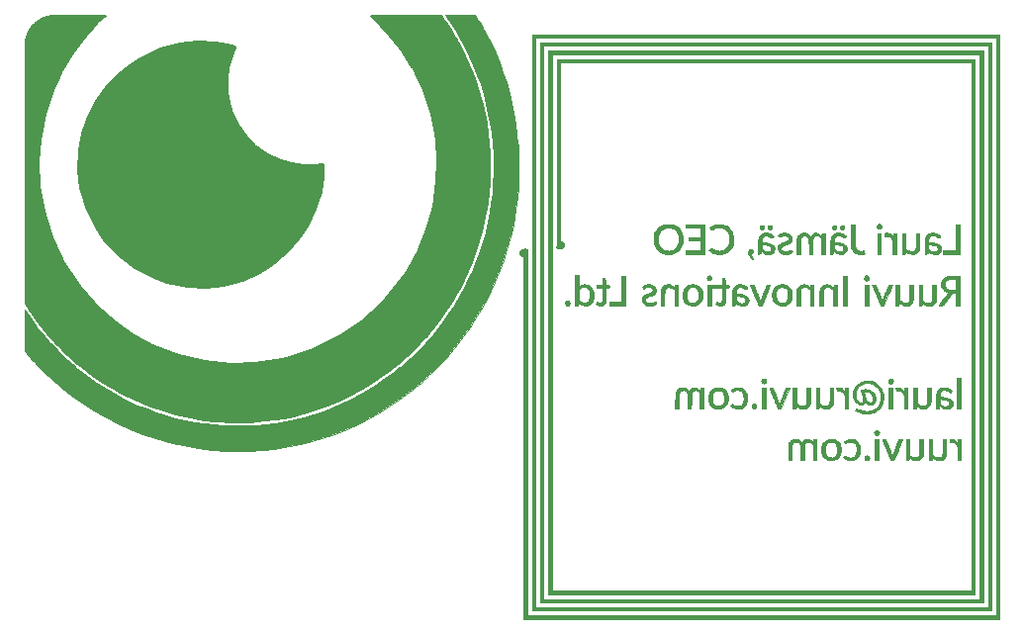
<source format=gbl>
G04 #@! TF.FileFunction,Copper,L2,Bot,Signal*
%FSLAX46Y46*%
G04 Gerber Fmt 4.6, Leading zero omitted, Abs format (unit mm)*
G04 Created by KiCad (PCBNEW (2016-01-28 BZR 6518)-product) date 2016 January 28, Thursday 21:15:42*
%MOMM*%
G01*
G04 APERTURE LIST*
%ADD10C,0.100000*%
%ADD11C,0.010000*%
%ADD12R,0.295000X0.295000*%
%ADD13C,0.700000*%
%ADD14C,0.500000*%
%ADD15C,0.300000*%
%ADD16C,0.200000*%
G04 APERTURE END LIST*
D10*
D11*
G36*
X183971159Y-107359293D02*
X183970667Y-107518550D01*
X183969296Y-107663187D01*
X183967133Y-107789774D01*
X183964264Y-107894882D01*
X183960775Y-107975080D01*
X183956751Y-108026938D01*
X183954038Y-108043307D01*
X183910747Y-108142117D01*
X183843047Y-108219762D01*
X183784726Y-108258367D01*
X183738790Y-108278925D01*
X183693757Y-108290018D01*
X183637428Y-108293600D01*
X183573055Y-108292256D01*
X183436402Y-108273707D01*
X183316877Y-108227778D01*
X183208593Y-108151965D01*
X183179092Y-108124658D01*
X183107078Y-108054359D01*
X183107078Y-106736578D01*
X182802074Y-106736578D01*
X182802074Y-108515764D01*
X182896384Y-108515764D01*
X182970176Y-108512583D01*
X183017402Y-108499410D01*
X183045080Y-108470803D01*
X183060227Y-108421319D01*
X183065605Y-108384503D01*
X183073235Y-108329474D01*
X183080666Y-108288651D01*
X183084953Y-108274018D01*
X183100255Y-108277774D01*
X183133389Y-108299913D01*
X183177377Y-108335732D01*
X183180269Y-108338266D01*
X183244844Y-108388432D01*
X183321493Y-108438649D01*
X183377211Y-108469565D01*
X183432206Y-108495155D01*
X183479495Y-108511490D01*
X183530313Y-108520902D01*
X183595893Y-108525723D01*
X183656797Y-108527620D01*
X183734126Y-108527987D01*
X183802686Y-108525706D01*
X183852767Y-108521225D01*
X183869586Y-108517774D01*
X183980500Y-108468164D01*
X184077251Y-108399126D01*
X184111244Y-108365501D01*
X184149094Y-108321512D01*
X184180682Y-108278370D01*
X184206570Y-108232613D01*
X184227321Y-108180778D01*
X184243497Y-108119401D01*
X184255660Y-108045019D01*
X184264373Y-107954169D01*
X184270197Y-107843388D01*
X184273695Y-107709212D01*
X184275428Y-107548180D01*
X184275960Y-107356827D01*
X184275963Y-107350821D01*
X184276257Y-106736578D01*
X183971254Y-106736578D01*
X183971159Y-107359293D01*
X183971159Y-107359293D01*
G37*
X183971159Y-107359293D02*
X183970667Y-107518550D01*
X183969296Y-107663187D01*
X183967133Y-107789774D01*
X183964264Y-107894882D01*
X183960775Y-107975080D01*
X183956751Y-108026938D01*
X183954038Y-108043307D01*
X183910747Y-108142117D01*
X183843047Y-108219762D01*
X183784726Y-108258367D01*
X183738790Y-108278925D01*
X183693757Y-108290018D01*
X183637428Y-108293600D01*
X183573055Y-108292256D01*
X183436402Y-108273707D01*
X183316877Y-108227778D01*
X183208593Y-108151965D01*
X183179092Y-108124658D01*
X183107078Y-108054359D01*
X183107078Y-106736578D01*
X182802074Y-106736578D01*
X182802074Y-108515764D01*
X182896384Y-108515764D01*
X182970176Y-108512583D01*
X183017402Y-108499410D01*
X183045080Y-108470803D01*
X183060227Y-108421319D01*
X183065605Y-108384503D01*
X183073235Y-108329474D01*
X183080666Y-108288651D01*
X183084953Y-108274018D01*
X183100255Y-108277774D01*
X183133389Y-108299913D01*
X183177377Y-108335732D01*
X183180269Y-108338266D01*
X183244844Y-108388432D01*
X183321493Y-108438649D01*
X183377211Y-108469565D01*
X183432206Y-108495155D01*
X183479495Y-108511490D01*
X183530313Y-108520902D01*
X183595893Y-108525723D01*
X183656797Y-108527620D01*
X183734126Y-108527987D01*
X183802686Y-108525706D01*
X183852767Y-108521225D01*
X183869586Y-108517774D01*
X183980500Y-108468164D01*
X184077251Y-108399126D01*
X184111244Y-108365501D01*
X184149094Y-108321512D01*
X184180682Y-108278370D01*
X184206570Y-108232613D01*
X184227321Y-108180778D01*
X184243497Y-108119401D01*
X184255660Y-108045019D01*
X184264373Y-107954169D01*
X184270197Y-107843388D01*
X184273695Y-107709212D01*
X184275428Y-107548180D01*
X184275960Y-107356827D01*
X184275963Y-107350821D01*
X184276257Y-106736578D01*
X183971254Y-106736578D01*
X183971159Y-107359293D01*
G36*
X181997205Y-108018392D02*
X181946371Y-108117508D01*
X181896491Y-108195858D01*
X181837008Y-108249167D01*
X181761584Y-108280866D01*
X181663882Y-108294385D01*
X181617521Y-108295470D01*
X181485978Y-108281037D01*
X181363261Y-108236649D01*
X181245271Y-108160631D01*
X181205043Y-108126874D01*
X181124556Y-108055379D01*
X181124556Y-106736578D01*
X180836497Y-106736578D01*
X180836497Y-108515764D01*
X180935539Y-108515764D01*
X181005080Y-108511090D01*
X181050609Y-108493065D01*
X181078405Y-108455686D01*
X181094751Y-108392950D01*
X181099537Y-108359026D01*
X181107275Y-108306789D01*
X181115030Y-108271427D01*
X181119897Y-108261594D01*
X181135624Y-108272176D01*
X181169100Y-108300011D01*
X181213290Y-108339235D01*
X181216412Y-108342081D01*
X181280330Y-108393728D01*
X181354119Y-108443731D01*
X181405179Y-108472601D01*
X181455967Y-108496021D01*
X181501856Y-108511254D01*
X181553313Y-108520371D01*
X181620805Y-108525442D01*
X181683729Y-108527708D01*
X181772802Y-108528932D01*
X181838078Y-108525926D01*
X181889505Y-108517601D01*
X181937030Y-108502867D01*
X181947653Y-108498774D01*
X182063435Y-108436221D01*
X182156158Y-108349142D01*
X182225963Y-108237328D01*
X182272989Y-108100567D01*
X182293339Y-107982008D01*
X182297601Y-107926626D01*
X182301483Y-107842980D01*
X182304846Y-107736694D01*
X182307553Y-107613392D01*
X182309465Y-107478700D01*
X182310443Y-107338241D01*
X182310541Y-107283042D01*
X182310680Y-106736578D01*
X182007547Y-106736578D01*
X181997205Y-108018392D01*
X181997205Y-108018392D01*
G37*
X181997205Y-108018392D02*
X181946371Y-108117508D01*
X181896491Y-108195858D01*
X181837008Y-108249167D01*
X181761584Y-108280866D01*
X181663882Y-108294385D01*
X181617521Y-108295470D01*
X181485978Y-108281037D01*
X181363261Y-108236649D01*
X181245271Y-108160631D01*
X181205043Y-108126874D01*
X181124556Y-108055379D01*
X181124556Y-106736578D01*
X180836497Y-106736578D01*
X180836497Y-108515764D01*
X180935539Y-108515764D01*
X181005080Y-108511090D01*
X181050609Y-108493065D01*
X181078405Y-108455686D01*
X181094751Y-108392950D01*
X181099537Y-108359026D01*
X181107275Y-108306789D01*
X181115030Y-108271427D01*
X181119897Y-108261594D01*
X181135624Y-108272176D01*
X181169100Y-108300011D01*
X181213290Y-108339235D01*
X181216412Y-108342081D01*
X181280330Y-108393728D01*
X181354119Y-108443731D01*
X181405179Y-108472601D01*
X181455967Y-108496021D01*
X181501856Y-108511254D01*
X181553313Y-108520371D01*
X181620805Y-108525442D01*
X181683729Y-108527708D01*
X181772802Y-108528932D01*
X181838078Y-108525926D01*
X181889505Y-108517601D01*
X181937030Y-108502867D01*
X181947653Y-108498774D01*
X182063435Y-108436221D01*
X182156158Y-108349142D01*
X182225963Y-108237328D01*
X182272989Y-108100567D01*
X182293339Y-107982008D01*
X182297601Y-107926626D01*
X182301483Y-107842980D01*
X182304846Y-107736694D01*
X182307553Y-107613392D01*
X182309465Y-107478700D01*
X182310443Y-107338241D01*
X182310541Y-107283042D01*
X182310680Y-106736578D01*
X182007547Y-106736578D01*
X181997205Y-108018392D01*
G36*
X177440715Y-108117683D02*
X177370044Y-108151067D01*
X177333777Y-108183425D01*
X177297259Y-108230118D01*
X177281144Y-108274856D01*
X177278125Y-108321248D01*
X177292009Y-108406845D01*
X177332163Y-108471984D01*
X177396345Y-108514517D01*
X177482311Y-108532301D01*
X177499258Y-108532708D01*
X177551524Y-108527170D01*
X177593315Y-108505629D01*
X177626186Y-108476095D01*
X177677696Y-108410117D01*
X177697642Y-108343360D01*
X177687795Y-108268946D01*
X177683188Y-108254759D01*
X177642663Y-108182769D01*
X177584056Y-108134969D01*
X177514396Y-108112795D01*
X177440715Y-108117683D01*
X177440715Y-108117683D01*
G37*
X177440715Y-108117683D02*
X177370044Y-108151067D01*
X177333777Y-108183425D01*
X177297259Y-108230118D01*
X177281144Y-108274856D01*
X177278125Y-108321248D01*
X177292009Y-108406845D01*
X177332163Y-108471984D01*
X177396345Y-108514517D01*
X177482311Y-108532301D01*
X177499258Y-108532708D01*
X177551524Y-108527170D01*
X177593315Y-108505629D01*
X177626186Y-108476095D01*
X177677696Y-108410117D01*
X177697642Y-108343360D01*
X177687795Y-108268946D01*
X177683188Y-108254759D01*
X177642663Y-108182769D01*
X177584056Y-108134969D01*
X177514396Y-108112795D01*
X177440715Y-108117683D01*
G36*
X175956444Y-106720486D02*
X175861557Y-106739825D01*
X175762350Y-106772697D01*
X175669015Y-106814685D01*
X175591746Y-106861372D01*
X175551083Y-106896157D01*
X175510724Y-106939118D01*
X175557970Y-107007294D01*
X175591491Y-107047305D01*
X175623202Y-107071830D01*
X175635451Y-107075470D01*
X175664092Y-107068050D01*
X175713198Y-107048350D01*
X175773426Y-107020216D01*
X175789885Y-107011928D01*
X175852485Y-106981123D01*
X175901081Y-106962352D01*
X175948448Y-106952715D01*
X176007359Y-106949310D01*
X176066584Y-106949101D01*
X176146152Y-106950916D01*
X176203313Y-106956924D01*
X176249492Y-106969294D01*
X176296109Y-106990199D01*
X176303809Y-106994185D01*
X176363897Y-107031060D01*
X176420723Y-107074552D01*
X176442685Y-107095138D01*
X176511214Y-107189412D01*
X176561711Y-107305816D01*
X176594143Y-107437765D01*
X176608476Y-107578673D01*
X176604679Y-107721957D01*
X176582718Y-107861032D01*
X176542561Y-107989314D01*
X176484175Y-108100217D01*
X176447912Y-108147349D01*
X176359868Y-108225661D01*
X176256900Y-108275866D01*
X176135605Y-108299373D01*
X176075056Y-108301620D01*
X175965612Y-108293018D01*
X175867553Y-108265355D01*
X175769547Y-108214709D01*
X175712055Y-108175991D01*
X175655752Y-108141788D01*
X175612392Y-108134370D01*
X175573612Y-108155267D01*
X175531047Y-108206012D01*
X175528499Y-108209602D01*
X175481809Y-108275739D01*
X175553916Y-108337951D01*
X175684562Y-108428499D01*
X175833551Y-108490717D01*
X176000370Y-108524434D01*
X176134363Y-108530943D01*
X176211143Y-108527545D01*
X176285796Y-108519793D01*
X176343019Y-108509309D01*
X176346171Y-108508461D01*
X176490413Y-108451291D01*
X176617589Y-108366065D01*
X176724958Y-108255439D01*
X176809778Y-108122068D01*
X176854508Y-108015900D01*
X176897534Y-107849175D01*
X176916030Y-107676058D01*
X176910715Y-107502938D01*
X176882307Y-107336201D01*
X176831525Y-107182234D01*
X176759087Y-107047425D01*
X176742994Y-107024584D01*
X176636506Y-106907411D01*
X176510222Y-106816838D01*
X176366409Y-106753741D01*
X176207332Y-106718997D01*
X176035258Y-106713481D01*
X175956444Y-106720486D01*
X175956444Y-106720486D01*
G37*
X175956444Y-106720486D02*
X175861557Y-106739825D01*
X175762350Y-106772697D01*
X175669015Y-106814685D01*
X175591746Y-106861372D01*
X175551083Y-106896157D01*
X175510724Y-106939118D01*
X175557970Y-107007294D01*
X175591491Y-107047305D01*
X175623202Y-107071830D01*
X175635451Y-107075470D01*
X175664092Y-107068050D01*
X175713198Y-107048350D01*
X175773426Y-107020216D01*
X175789885Y-107011928D01*
X175852485Y-106981123D01*
X175901081Y-106962352D01*
X175948448Y-106952715D01*
X176007359Y-106949310D01*
X176066584Y-106949101D01*
X176146152Y-106950916D01*
X176203313Y-106956924D01*
X176249492Y-106969294D01*
X176296109Y-106990199D01*
X176303809Y-106994185D01*
X176363897Y-107031060D01*
X176420723Y-107074552D01*
X176442685Y-107095138D01*
X176511214Y-107189412D01*
X176561711Y-107305816D01*
X176594143Y-107437765D01*
X176608476Y-107578673D01*
X176604679Y-107721957D01*
X176582718Y-107861032D01*
X176542561Y-107989314D01*
X176484175Y-108100217D01*
X176447912Y-108147349D01*
X176359868Y-108225661D01*
X176256900Y-108275866D01*
X176135605Y-108299373D01*
X176075056Y-108301620D01*
X175965612Y-108293018D01*
X175867553Y-108265355D01*
X175769547Y-108214709D01*
X175712055Y-108175991D01*
X175655752Y-108141788D01*
X175612392Y-108134370D01*
X175573612Y-108155267D01*
X175531047Y-108206012D01*
X175528499Y-108209602D01*
X175481809Y-108275739D01*
X175553916Y-108337951D01*
X175684562Y-108428499D01*
X175833551Y-108490717D01*
X176000370Y-108524434D01*
X176134363Y-108530943D01*
X176211143Y-108527545D01*
X176285796Y-108519793D01*
X176343019Y-108509309D01*
X176346171Y-108508461D01*
X176490413Y-108451291D01*
X176617589Y-108366065D01*
X176724958Y-108255439D01*
X176809778Y-108122068D01*
X176854508Y-108015900D01*
X176897534Y-107849175D01*
X176916030Y-107676058D01*
X176910715Y-107502938D01*
X176882307Y-107336201D01*
X176831525Y-107182234D01*
X176759087Y-107047425D01*
X176742994Y-107024584D01*
X176636506Y-106907411D01*
X176510222Y-106816838D01*
X176366409Y-106753741D01*
X176207332Y-106718997D01*
X176035258Y-106713481D01*
X175956444Y-106720486D01*
G36*
X174208295Y-106734941D02*
X174055967Y-106784948D01*
X173921264Y-106862226D01*
X173806011Y-106965551D01*
X173712036Y-107093700D01*
X173641166Y-107245449D01*
X173607871Y-107358213D01*
X173593309Y-107450871D01*
X173586867Y-107562316D01*
X173588141Y-107681868D01*
X173596726Y-107798845D01*
X173612217Y-107902567D01*
X173631225Y-107974351D01*
X173702158Y-108134131D01*
X173791640Y-108265976D01*
X173900953Y-108371113D01*
X174031383Y-108450770D01*
X174184212Y-108506172D01*
X174189006Y-108507433D01*
X174279527Y-108523134D01*
X174388223Y-108530231D01*
X174501265Y-108528740D01*
X174604824Y-108518679D01*
X174663200Y-108506835D01*
X174792795Y-108462410D01*
X174901987Y-108402009D01*
X175003053Y-108318624D01*
X175017184Y-108304786D01*
X175113914Y-108190863D01*
X175185167Y-108065466D01*
X175232547Y-107924213D01*
X175257660Y-107762726D01*
X175259059Y-107728206D01*
X174952490Y-107728206D01*
X174933491Y-107877339D01*
X174894736Y-108003513D01*
X174835540Y-108109483D01*
X174804023Y-108149077D01*
X174714108Y-108226542D01*
X174605304Y-108277123D01*
X174480056Y-108300265D01*
X174340809Y-108295417D01*
X174241513Y-108276386D01*
X174146698Y-108235732D01*
X174063937Y-108166188D01*
X173995085Y-108071184D01*
X173941996Y-107954149D01*
X173906526Y-107818511D01*
X173890528Y-107667699D01*
X173889788Y-107626171D01*
X173901249Y-107459942D01*
X173934859Y-107312469D01*
X173989454Y-107186117D01*
X174063873Y-107083253D01*
X174156951Y-107006244D01*
X174207542Y-106979326D01*
X174279349Y-106958831D01*
X174370931Y-106949198D01*
X174470048Y-106950169D01*
X174564462Y-106961487D01*
X174641935Y-106982892D01*
X174655171Y-106988774D01*
X174757171Y-107054417D01*
X174837045Y-107141880D01*
X174895632Y-107252760D01*
X174933774Y-107388653D01*
X174952311Y-107551156D01*
X174952422Y-107553357D01*
X174952490Y-107728206D01*
X175259059Y-107728206D01*
X175262852Y-107634643D01*
X175259348Y-107500814D01*
X175246859Y-107389527D01*
X175223302Y-107290143D01*
X175186591Y-107192026D01*
X175168217Y-107151721D01*
X175086437Y-107017740D01*
X174980036Y-106905169D01*
X174852481Y-106816453D01*
X174707236Y-106754035D01*
X174558512Y-106721631D01*
X174376419Y-106713427D01*
X174208295Y-106734941D01*
X174208295Y-106734941D01*
G37*
X174208295Y-106734941D02*
X174055967Y-106784948D01*
X173921264Y-106862226D01*
X173806011Y-106965551D01*
X173712036Y-107093700D01*
X173641166Y-107245449D01*
X173607871Y-107358213D01*
X173593309Y-107450871D01*
X173586867Y-107562316D01*
X173588141Y-107681868D01*
X173596726Y-107798845D01*
X173612217Y-107902567D01*
X173631225Y-107974351D01*
X173702158Y-108134131D01*
X173791640Y-108265976D01*
X173900953Y-108371113D01*
X174031383Y-108450770D01*
X174184212Y-108506172D01*
X174189006Y-108507433D01*
X174279527Y-108523134D01*
X174388223Y-108530231D01*
X174501265Y-108528740D01*
X174604824Y-108518679D01*
X174663200Y-108506835D01*
X174792795Y-108462410D01*
X174901987Y-108402009D01*
X175003053Y-108318624D01*
X175017184Y-108304786D01*
X175113914Y-108190863D01*
X175185167Y-108065466D01*
X175232547Y-107924213D01*
X175257660Y-107762726D01*
X175259059Y-107728206D01*
X174952490Y-107728206D01*
X174933491Y-107877339D01*
X174894736Y-108003513D01*
X174835540Y-108109483D01*
X174804023Y-108149077D01*
X174714108Y-108226542D01*
X174605304Y-108277123D01*
X174480056Y-108300265D01*
X174340809Y-108295417D01*
X174241513Y-108276386D01*
X174146698Y-108235732D01*
X174063937Y-108166188D01*
X173995085Y-108071184D01*
X173941996Y-107954149D01*
X173906526Y-107818511D01*
X173890528Y-107667699D01*
X173889788Y-107626171D01*
X173901249Y-107459942D01*
X173934859Y-107312469D01*
X173989454Y-107186117D01*
X174063873Y-107083253D01*
X174156951Y-107006244D01*
X174207542Y-106979326D01*
X174279349Y-106958831D01*
X174370931Y-106949198D01*
X174470048Y-106950169D01*
X174564462Y-106961487D01*
X174641935Y-106982892D01*
X174655171Y-106988774D01*
X174757171Y-107054417D01*
X174837045Y-107141880D01*
X174895632Y-107252760D01*
X174933774Y-107388653D01*
X174952311Y-107551156D01*
X174952422Y-107553357D01*
X174952490Y-107728206D01*
X175259059Y-107728206D01*
X175262852Y-107634643D01*
X175259348Y-107500814D01*
X175246859Y-107389527D01*
X175223302Y-107290143D01*
X175186591Y-107192026D01*
X175168217Y-107151721D01*
X175086437Y-107017740D01*
X174980036Y-106905169D01*
X174852481Y-106816453D01*
X174707236Y-106754035D01*
X174558512Y-106721631D01*
X174376419Y-106713427D01*
X174208295Y-106734941D01*
G36*
X184624518Y-106719300D02*
X184579671Y-106735839D01*
X184557287Y-106764734D01*
X184551665Y-106812824D01*
X184556191Y-106877810D01*
X184562969Y-106939015D01*
X184569590Y-106986315D01*
X184574704Y-107010179D01*
X184575019Y-107010808D01*
X184593852Y-107014957D01*
X184638379Y-107016206D01*
X184700520Y-107014457D01*
X184731046Y-107012732D01*
X184832687Y-107009984D01*
X184910272Y-107016038D01*
X184941502Y-107023294D01*
X185014797Y-107062649D01*
X185087145Y-107129095D01*
X185152447Y-107216227D01*
X185189638Y-107283865D01*
X185242101Y-107393791D01*
X185242101Y-108515764D01*
X185547104Y-108515764D01*
X185547104Y-106736578D01*
X185429492Y-106736578D01*
X185355961Y-106739811D01*
X185310691Y-106749163D01*
X185298261Y-106757758D01*
X185290601Y-106783074D01*
X185281313Y-106833483D01*
X185271870Y-106900334D01*
X185267258Y-106939913D01*
X185249874Y-107100887D01*
X185194443Y-107004387D01*
X185115045Y-106892650D01*
X185020759Y-106804704D01*
X184915854Y-106743096D01*
X184804604Y-106710370D01*
X184697528Y-106708280D01*
X184624518Y-106719300D01*
X184624518Y-106719300D01*
G37*
X184624518Y-106719300D02*
X184579671Y-106735839D01*
X184557287Y-106764734D01*
X184551665Y-106812824D01*
X184556191Y-106877810D01*
X184562969Y-106939015D01*
X184569590Y-106986315D01*
X184574704Y-107010179D01*
X184575019Y-107010808D01*
X184593852Y-107014957D01*
X184638379Y-107016206D01*
X184700520Y-107014457D01*
X184731046Y-107012732D01*
X184832687Y-107009984D01*
X184910272Y-107016038D01*
X184941502Y-107023294D01*
X185014797Y-107062649D01*
X185087145Y-107129095D01*
X185152447Y-107216227D01*
X185189638Y-107283865D01*
X185242101Y-107393791D01*
X185242101Y-108515764D01*
X185547104Y-108515764D01*
X185547104Y-106736578D01*
X185429492Y-106736578D01*
X185355961Y-106739811D01*
X185310691Y-106749163D01*
X185298261Y-106757758D01*
X185290601Y-106783074D01*
X185281313Y-106833483D01*
X185271870Y-106900334D01*
X185267258Y-106939913D01*
X185249874Y-107100887D01*
X185194443Y-107004387D01*
X185115045Y-106892650D01*
X185020759Y-106804704D01*
X184915854Y-106743096D01*
X184804604Y-106710370D01*
X184697528Y-106708280D01*
X184624518Y-106719300D01*
G36*
X178855770Y-106737956D02*
X178820535Y-106747423D01*
X178809441Y-106762107D01*
X178809924Y-106763700D01*
X178818114Y-106784116D01*
X178837881Y-106832965D01*
X178868025Y-106907294D01*
X178907347Y-107004148D01*
X178954646Y-107120572D01*
X179008723Y-107253613D01*
X179068376Y-107400315D01*
X179132406Y-107557725D01*
X179171291Y-107653294D01*
X179522250Y-108515764D01*
X179658326Y-108515574D01*
X179794403Y-108515383D01*
X180150240Y-107642043D01*
X180216592Y-107479156D01*
X180279121Y-107325576D01*
X180336656Y-107184191D01*
X180388024Y-107057883D01*
X180432052Y-106949539D01*
X180467568Y-106862044D01*
X180493398Y-106798284D01*
X180508371Y-106761142D01*
X180511725Y-106752640D01*
X180498794Y-106744981D01*
X180458102Y-106739441D01*
X180395751Y-106736732D01*
X180374558Y-106736578D01*
X180299858Y-106737990D01*
X180251426Y-106743111D01*
X180221725Y-106753269D01*
X180206110Y-106766231D01*
X180193174Y-106789826D01*
X180170027Y-106840961D01*
X180138313Y-106915427D01*
X180099677Y-107009017D01*
X180055764Y-107117522D01*
X180008218Y-107236734D01*
X179958685Y-107362446D01*
X179908810Y-107490448D01*
X179860237Y-107616534D01*
X179814611Y-107736494D01*
X179773577Y-107846122D01*
X179738780Y-107941209D01*
X179711864Y-108017546D01*
X179694476Y-108070927D01*
X179690368Y-108085651D01*
X179674935Y-108138704D01*
X179660693Y-108173372D01*
X179650630Y-108182448D01*
X179650350Y-108182169D01*
X179639606Y-108158796D01*
X179625776Y-108114332D01*
X179617916Y-108083676D01*
X179606627Y-108046680D01*
X179584741Y-107984265D01*
X179553923Y-107900621D01*
X179515836Y-107799935D01*
X179472144Y-107686396D01*
X179424510Y-107564193D01*
X179374598Y-107437513D01*
X179324071Y-107310545D01*
X179274595Y-107187478D01*
X179227831Y-107072500D01*
X179185445Y-106969799D01*
X179149098Y-106883564D01*
X179120457Y-106817983D01*
X179101183Y-106777245D01*
X179094608Y-106766231D01*
X179067003Y-106750749D01*
X179020761Y-106740104D01*
X178964438Y-106734373D01*
X178906589Y-106733632D01*
X178855770Y-106737956D01*
X178855770Y-106737956D01*
G37*
X178855770Y-106737956D02*
X178820535Y-106747423D01*
X178809441Y-106762107D01*
X178809924Y-106763700D01*
X178818114Y-106784116D01*
X178837881Y-106832965D01*
X178868025Y-106907294D01*
X178907347Y-107004148D01*
X178954646Y-107120572D01*
X179008723Y-107253613D01*
X179068376Y-107400315D01*
X179132406Y-107557725D01*
X179171291Y-107653294D01*
X179522250Y-108515764D01*
X179658326Y-108515574D01*
X179794403Y-108515383D01*
X180150240Y-107642043D01*
X180216592Y-107479156D01*
X180279121Y-107325576D01*
X180336656Y-107184191D01*
X180388024Y-107057883D01*
X180432052Y-106949539D01*
X180467568Y-106862044D01*
X180493398Y-106798284D01*
X180508371Y-106761142D01*
X180511725Y-106752640D01*
X180498794Y-106744981D01*
X180458102Y-106739441D01*
X180395751Y-106736732D01*
X180374558Y-106736578D01*
X180299858Y-106737990D01*
X180251426Y-106743111D01*
X180221725Y-106753269D01*
X180206110Y-106766231D01*
X180193174Y-106789826D01*
X180170027Y-106840961D01*
X180138313Y-106915427D01*
X180099677Y-107009017D01*
X180055764Y-107117522D01*
X180008218Y-107236734D01*
X179958685Y-107362446D01*
X179908810Y-107490448D01*
X179860237Y-107616534D01*
X179814611Y-107736494D01*
X179773577Y-107846122D01*
X179738780Y-107941209D01*
X179711864Y-108017546D01*
X179694476Y-108070927D01*
X179690368Y-108085651D01*
X179674935Y-108138704D01*
X179660693Y-108173372D01*
X179650630Y-108182448D01*
X179650350Y-108182169D01*
X179639606Y-108158796D01*
X179625776Y-108114332D01*
X179617916Y-108083676D01*
X179606627Y-108046680D01*
X179584741Y-107984265D01*
X179553923Y-107900621D01*
X179515836Y-107799935D01*
X179472144Y-107686396D01*
X179424510Y-107564193D01*
X179374598Y-107437513D01*
X179324071Y-107310545D01*
X179274595Y-107187478D01*
X179227831Y-107072500D01*
X179185445Y-106969799D01*
X179149098Y-106883564D01*
X179120457Y-106817983D01*
X179101183Y-106777245D01*
X179094608Y-106766231D01*
X179067003Y-106750749D01*
X179020761Y-106740104D01*
X178964438Y-106734373D01*
X178906589Y-106733632D01*
X178855770Y-106737956D01*
G36*
X178176191Y-108515764D02*
X178481194Y-108515764D01*
X178481194Y-106736578D01*
X178176191Y-106736578D01*
X178176191Y-108515764D01*
X178176191Y-108515764D01*
G37*
X178176191Y-108515764D02*
X178481194Y-108515764D01*
X178481194Y-106736578D01*
X178176191Y-106736578D01*
X178176191Y-108515764D01*
G36*
X172289557Y-106717823D02*
X172279217Y-106719679D01*
X172168205Y-106756881D01*
X172074267Y-106823216D01*
X171997244Y-106918826D01*
X171948513Y-107014518D01*
X171921003Y-107080651D01*
X171872283Y-106995347D01*
X171791615Y-106886131D01*
X171689883Y-106803111D01*
X171568310Y-106746952D01*
X171428121Y-106718319D01*
X171355977Y-106714557D01*
X171231345Y-106720786D01*
X171129058Y-106743924D01*
X171040448Y-106787220D01*
X170956846Y-106853925D01*
X170939713Y-106870612D01*
X170876350Y-106941382D01*
X170832722Y-107010548D01*
X170805173Y-107075470D01*
X170795095Y-107104276D01*
X170786828Y-107132067D01*
X170780153Y-107162507D01*
X170774848Y-107199256D01*
X170770694Y-107245976D01*
X170767469Y-107306329D01*
X170764955Y-107383975D01*
X170762929Y-107482577D01*
X170761172Y-107605795D01*
X170759463Y-107757292D01*
X170758497Y-107850687D01*
X170751710Y-108515764D01*
X171057596Y-108515764D01*
X171062757Y-107867632D01*
X171064152Y-107701757D01*
X171065568Y-107566206D01*
X171067209Y-107457418D01*
X171069276Y-107371827D01*
X171071973Y-107305870D01*
X171075501Y-107255984D01*
X171080065Y-107218604D01*
X171085865Y-107190168D01*
X171093104Y-107167110D01*
X171101986Y-107145869D01*
X171104030Y-107141411D01*
X171159600Y-107056708D01*
X171233046Y-106996343D01*
X171319022Y-106959966D01*
X171412186Y-106947231D01*
X171507192Y-106957789D01*
X171598697Y-106991292D01*
X171681356Y-107047392D01*
X171749826Y-107125742D01*
X171782930Y-107185610D01*
X171790941Y-107206148D01*
X171797505Y-107231104D01*
X171802806Y-107264017D01*
X171807022Y-107308426D01*
X171810335Y-107367868D01*
X171812926Y-107445884D01*
X171814976Y-107546011D01*
X171816666Y-107671788D01*
X171818176Y-107826755D01*
X171818664Y-107884576D01*
X171823845Y-108515764D01*
X172106643Y-108515764D01*
X172113961Y-107876104D01*
X172116062Y-107707478D01*
X172118251Y-107569243D01*
X172120705Y-107457900D01*
X172123600Y-107369951D01*
X172127114Y-107301896D01*
X172131422Y-107250239D01*
X172136703Y-107211479D01*
X172143131Y-107182119D01*
X172150108Y-107160676D01*
X172199374Y-107066524D01*
X172265620Y-107001231D01*
X172351023Y-106963315D01*
X172457378Y-106951289D01*
X172549765Y-106959021D01*
X172629817Y-106984494D01*
X172707280Y-107032028D01*
X172779505Y-107094083D01*
X172872521Y-107182054D01*
X172872521Y-108515764D01*
X173177525Y-108515764D01*
X173177525Y-106736578D01*
X173068595Y-106736578D01*
X172995190Y-106740168D01*
X172948241Y-106754752D01*
X172920728Y-106786048D01*
X172905632Y-106839776D01*
X172900979Y-106873128D01*
X172893844Y-106924154D01*
X172886876Y-106959361D01*
X172883449Y-106968523D01*
X172868800Y-106961193D01*
X172836679Y-106935317D01*
X172793649Y-106896237D01*
X172787570Y-106890441D01*
X172672009Y-106799470D01*
X172548831Y-106739820D01*
X172420520Y-106712327D01*
X172289557Y-106717823D01*
X172289557Y-106717823D01*
G37*
X172289557Y-106717823D02*
X172279217Y-106719679D01*
X172168205Y-106756881D01*
X172074267Y-106823216D01*
X171997244Y-106918826D01*
X171948513Y-107014518D01*
X171921003Y-107080651D01*
X171872283Y-106995347D01*
X171791615Y-106886131D01*
X171689883Y-106803111D01*
X171568310Y-106746952D01*
X171428121Y-106718319D01*
X171355977Y-106714557D01*
X171231345Y-106720786D01*
X171129058Y-106743924D01*
X171040448Y-106787220D01*
X170956846Y-106853925D01*
X170939713Y-106870612D01*
X170876350Y-106941382D01*
X170832722Y-107010548D01*
X170805173Y-107075470D01*
X170795095Y-107104276D01*
X170786828Y-107132067D01*
X170780153Y-107162507D01*
X170774848Y-107199256D01*
X170770694Y-107245976D01*
X170767469Y-107306329D01*
X170764955Y-107383975D01*
X170762929Y-107482577D01*
X170761172Y-107605795D01*
X170759463Y-107757292D01*
X170758497Y-107850687D01*
X170751710Y-108515764D01*
X171057596Y-108515764D01*
X171062757Y-107867632D01*
X171064152Y-107701757D01*
X171065568Y-107566206D01*
X171067209Y-107457418D01*
X171069276Y-107371827D01*
X171071973Y-107305870D01*
X171075501Y-107255984D01*
X171080065Y-107218604D01*
X171085865Y-107190168D01*
X171093104Y-107167110D01*
X171101986Y-107145869D01*
X171104030Y-107141411D01*
X171159600Y-107056708D01*
X171233046Y-106996343D01*
X171319022Y-106959966D01*
X171412186Y-106947231D01*
X171507192Y-106957789D01*
X171598697Y-106991292D01*
X171681356Y-107047392D01*
X171749826Y-107125742D01*
X171782930Y-107185610D01*
X171790941Y-107206148D01*
X171797505Y-107231104D01*
X171802806Y-107264017D01*
X171807022Y-107308426D01*
X171810335Y-107367868D01*
X171812926Y-107445884D01*
X171814976Y-107546011D01*
X171816666Y-107671788D01*
X171818176Y-107826755D01*
X171818664Y-107884576D01*
X171823845Y-108515764D01*
X172106643Y-108515764D01*
X172113961Y-107876104D01*
X172116062Y-107707478D01*
X172118251Y-107569243D01*
X172120705Y-107457900D01*
X172123600Y-107369951D01*
X172127114Y-107301896D01*
X172131422Y-107250239D01*
X172136703Y-107211479D01*
X172143131Y-107182119D01*
X172150108Y-107160676D01*
X172199374Y-107066524D01*
X172265620Y-107001231D01*
X172351023Y-106963315D01*
X172457378Y-106951289D01*
X172549765Y-106959021D01*
X172629817Y-106984494D01*
X172707280Y-107032028D01*
X172779505Y-107094083D01*
X172872521Y-107182054D01*
X172872521Y-108515764D01*
X173177525Y-108515764D01*
X173177525Y-106736578D01*
X173068595Y-106736578D01*
X172995190Y-106740168D01*
X172948241Y-106754752D01*
X172920728Y-106786048D01*
X172905632Y-106839776D01*
X172900979Y-106873128D01*
X172893844Y-106924154D01*
X172886876Y-106959361D01*
X172883449Y-106968523D01*
X172868800Y-106961193D01*
X172836679Y-106935317D01*
X172793649Y-106896237D01*
X172787570Y-106890441D01*
X172672009Y-106799470D01*
X172548831Y-106739820D01*
X172420520Y-106712327D01*
X172289557Y-106717823D01*
G36*
X141475782Y-70530035D02*
X141611987Y-70725642D01*
X141759758Y-70945099D01*
X141915134Y-71182134D01*
X142074155Y-71430475D01*
X142232859Y-71683849D01*
X142387285Y-71935985D01*
X142533471Y-72180609D01*
X142667457Y-72411450D01*
X142698466Y-72466064D01*
X143104612Y-73219211D01*
X143480302Y-73986627D01*
X143825356Y-74767352D01*
X144139593Y-75560424D01*
X144422831Y-76364884D01*
X144674889Y-77179769D01*
X144895586Y-78004120D01*
X145084741Y-78836976D01*
X145242173Y-79677376D01*
X145367700Y-80524359D01*
X145461142Y-81376964D01*
X145522318Y-82234231D01*
X145551046Y-83095199D01*
X145547145Y-83958907D01*
X145510434Y-84824394D01*
X145440732Y-85690700D01*
X145345000Y-86504690D01*
X145212785Y-87353371D01*
X145047660Y-88195068D01*
X144850065Y-89028812D01*
X144620440Y-89853633D01*
X144359228Y-90668561D01*
X144066869Y-91472627D01*
X143743802Y-92264860D01*
X143390471Y-93044290D01*
X143007314Y-93809949D01*
X142594773Y-94560865D01*
X142153289Y-95296070D01*
X141683303Y-96014593D01*
X141185255Y-96715465D01*
X140659587Y-97397716D01*
X140106738Y-98060375D01*
X140076787Y-98094817D01*
X139705889Y-98508011D01*
X139310032Y-98925800D01*
X138896174Y-99341385D01*
X138471271Y-99747966D01*
X138042283Y-100138747D01*
X137616167Y-100506929D01*
X137559913Y-100553972D01*
X136889822Y-101090325D01*
X136201880Y-101598274D01*
X135496924Y-102077479D01*
X134775795Y-102527599D01*
X134039329Y-102948292D01*
X133288366Y-103339219D01*
X132523744Y-103700037D01*
X131746303Y-104030407D01*
X130956880Y-104329986D01*
X130156315Y-104598435D01*
X129345446Y-104835412D01*
X128525111Y-105040575D01*
X127696150Y-105213586D01*
X126859401Y-105354101D01*
X126015702Y-105461781D01*
X125334363Y-105524201D01*
X124740768Y-105559884D01*
X124127276Y-105579170D01*
X123503602Y-105582145D01*
X122879458Y-105568896D01*
X122264558Y-105539507D01*
X121668617Y-105494066D01*
X121640433Y-105491462D01*
X120798455Y-105396065D01*
X119962261Y-105267514D01*
X119132810Y-105106198D01*
X118311061Y-104912507D01*
X117497974Y-104686832D01*
X116694506Y-104429561D01*
X115901618Y-104141085D01*
X115120267Y-103821793D01*
X114351412Y-103472076D01*
X113596013Y-103092322D01*
X112855029Y-102682922D01*
X112129418Y-102244265D01*
X111420139Y-101776741D01*
X110728151Y-101280740D01*
X110118085Y-100808021D01*
X109868666Y-100605397D01*
X109636855Y-100412208D01*
X109416920Y-100223290D01*
X109203127Y-100033479D01*
X108989745Y-99837612D01*
X108771042Y-99630525D01*
X108541284Y-99407054D01*
X108329736Y-99197083D01*
X107936807Y-98796175D01*
X107568210Y-98403241D01*
X107218990Y-98012311D01*
X106884192Y-97617414D01*
X106558862Y-97212582D01*
X106238045Y-96791845D01*
X105916785Y-96349232D01*
X105658322Y-95978578D01*
X105432895Y-95649998D01*
X105432895Y-99218555D01*
X105504419Y-99313290D01*
X105573099Y-99400119D01*
X105663111Y-99507407D01*
X105771508Y-99631970D01*
X105895341Y-99770628D01*
X106031660Y-99920198D01*
X106177516Y-100077498D01*
X106329962Y-100239345D01*
X106486048Y-100402557D01*
X106642826Y-100563952D01*
X106797347Y-100720349D01*
X106934781Y-100856890D01*
X107594795Y-101482736D01*
X108273993Y-102080848D01*
X108972076Y-102651004D01*
X109688747Y-103192982D01*
X110423706Y-103706558D01*
X111176653Y-104191510D01*
X111947291Y-104647616D01*
X112248746Y-104815537D01*
X113049189Y-105234782D01*
X113860396Y-105621905D01*
X114682161Y-105976849D01*
X115514280Y-106299555D01*
X116356545Y-106589966D01*
X117208752Y-106848025D01*
X118070695Y-107073674D01*
X118942169Y-107266856D01*
X119822967Y-107427514D01*
X120712884Y-107555589D01*
X121611715Y-107651024D01*
X122519254Y-107713762D01*
X122631694Y-107719228D01*
X122717581Y-107722301D01*
X122831849Y-107725013D01*
X122969596Y-107727348D01*
X123125921Y-107729294D01*
X123295920Y-107730835D01*
X123474691Y-107731957D01*
X123657332Y-107732646D01*
X123838941Y-107732888D01*
X124014615Y-107732668D01*
X124179452Y-107731973D01*
X124328549Y-107730786D01*
X124457004Y-107729095D01*
X124559915Y-107726885D01*
X124614216Y-107725018D01*
X125025333Y-107703693D01*
X125449661Y-107675018D01*
X125851174Y-107641805D01*
X126742362Y-107544137D01*
X127626498Y-107413475D01*
X128502828Y-107250125D01*
X129370601Y-107054390D01*
X130229064Y-106826576D01*
X131077464Y-106566988D01*
X131915049Y-106275931D01*
X132741066Y-105953709D01*
X133554764Y-105600627D01*
X134355390Y-105216990D01*
X135142191Y-104803103D01*
X135914414Y-104359270D01*
X136671308Y-103885797D01*
X137412120Y-103382989D01*
X138136098Y-102851149D01*
X138627425Y-102465810D01*
X138882845Y-102257983D01*
X139121450Y-102059076D01*
X139348551Y-101864297D01*
X139569460Y-101668848D01*
X139789489Y-101467936D01*
X140013950Y-101256764D01*
X140248154Y-101030539D01*
X140497412Y-100784465D01*
X140568205Y-100713776D01*
X140750816Y-100530332D01*
X140913133Y-100365570D01*
X141059466Y-100214864D01*
X141194126Y-100073591D01*
X141321421Y-99937125D01*
X141445661Y-99800841D01*
X141571156Y-99660116D01*
X141702215Y-99510324D01*
X141843149Y-99346841D01*
X141856056Y-99331774D01*
X142426127Y-98640114D01*
X142970925Y-97926343D01*
X143489668Y-97191777D01*
X143981573Y-96437729D01*
X144445859Y-95665515D01*
X144881744Y-94876447D01*
X145288446Y-94071839D01*
X145665182Y-93253007D01*
X146011170Y-92421264D01*
X146091404Y-92215030D01*
X146399883Y-91364060D01*
X146675981Y-90503432D01*
X146919610Y-89633778D01*
X147130677Y-88755729D01*
X147309092Y-87869915D01*
X147454765Y-86976969D01*
X147567606Y-86077521D01*
X147647523Y-85172203D01*
X147694427Y-84261645D01*
X147708227Y-83346480D01*
X147688831Y-82427338D01*
X147636151Y-81504851D01*
X147633026Y-81463662D01*
X147548335Y-80579161D01*
X147430130Y-79695670D01*
X147278780Y-78814634D01*
X147094659Y-77937498D01*
X146878138Y-77065708D01*
X146629588Y-76200709D01*
X146349380Y-75343945D01*
X146037887Y-74496861D01*
X145695480Y-73660904D01*
X145531022Y-73287879D01*
X145465188Y-73144934D01*
X145386131Y-72978396D01*
X145296926Y-72794381D01*
X145200649Y-72599009D01*
X145100374Y-72398397D01*
X144999178Y-72198664D01*
X144900134Y-72005929D01*
X144806320Y-71826310D01*
X144720808Y-71665925D01*
X144659323Y-71553557D01*
X144599193Y-71446704D01*
X144526432Y-71319548D01*
X144446051Y-71180720D01*
X144363065Y-71038850D01*
X144282486Y-70902569D01*
X144236097Y-70824938D01*
X143990400Y-70415764D01*
X142689384Y-70411422D01*
X141388369Y-70407082D01*
X141475782Y-70530035D01*
X141475782Y-70530035D01*
G37*
X141475782Y-70530035D02*
X141611987Y-70725642D01*
X141759758Y-70945099D01*
X141915134Y-71182134D01*
X142074155Y-71430475D01*
X142232859Y-71683849D01*
X142387285Y-71935985D01*
X142533471Y-72180609D01*
X142667457Y-72411450D01*
X142698466Y-72466064D01*
X143104612Y-73219211D01*
X143480302Y-73986627D01*
X143825356Y-74767352D01*
X144139593Y-75560424D01*
X144422831Y-76364884D01*
X144674889Y-77179769D01*
X144895586Y-78004120D01*
X145084741Y-78836976D01*
X145242173Y-79677376D01*
X145367700Y-80524359D01*
X145461142Y-81376964D01*
X145522318Y-82234231D01*
X145551046Y-83095199D01*
X145547145Y-83958907D01*
X145510434Y-84824394D01*
X145440732Y-85690700D01*
X145345000Y-86504690D01*
X145212785Y-87353371D01*
X145047660Y-88195068D01*
X144850065Y-89028812D01*
X144620440Y-89853633D01*
X144359228Y-90668561D01*
X144066869Y-91472627D01*
X143743802Y-92264860D01*
X143390471Y-93044290D01*
X143007314Y-93809949D01*
X142594773Y-94560865D01*
X142153289Y-95296070D01*
X141683303Y-96014593D01*
X141185255Y-96715465D01*
X140659587Y-97397716D01*
X140106738Y-98060375D01*
X140076787Y-98094817D01*
X139705889Y-98508011D01*
X139310032Y-98925800D01*
X138896174Y-99341385D01*
X138471271Y-99747966D01*
X138042283Y-100138747D01*
X137616167Y-100506929D01*
X137559913Y-100553972D01*
X136889822Y-101090325D01*
X136201880Y-101598274D01*
X135496924Y-102077479D01*
X134775795Y-102527599D01*
X134039329Y-102948292D01*
X133288366Y-103339219D01*
X132523744Y-103700037D01*
X131746303Y-104030407D01*
X130956880Y-104329986D01*
X130156315Y-104598435D01*
X129345446Y-104835412D01*
X128525111Y-105040575D01*
X127696150Y-105213586D01*
X126859401Y-105354101D01*
X126015702Y-105461781D01*
X125334363Y-105524201D01*
X124740768Y-105559884D01*
X124127276Y-105579170D01*
X123503602Y-105582145D01*
X122879458Y-105568896D01*
X122264558Y-105539507D01*
X121668617Y-105494066D01*
X121640433Y-105491462D01*
X120798455Y-105396065D01*
X119962261Y-105267514D01*
X119132810Y-105106198D01*
X118311061Y-104912507D01*
X117497974Y-104686832D01*
X116694506Y-104429561D01*
X115901618Y-104141085D01*
X115120267Y-103821793D01*
X114351412Y-103472076D01*
X113596013Y-103092322D01*
X112855029Y-102682922D01*
X112129418Y-102244265D01*
X111420139Y-101776741D01*
X110728151Y-101280740D01*
X110118085Y-100808021D01*
X109868666Y-100605397D01*
X109636855Y-100412208D01*
X109416920Y-100223290D01*
X109203127Y-100033479D01*
X108989745Y-99837612D01*
X108771042Y-99630525D01*
X108541284Y-99407054D01*
X108329736Y-99197083D01*
X107936807Y-98796175D01*
X107568210Y-98403241D01*
X107218990Y-98012311D01*
X106884192Y-97617414D01*
X106558862Y-97212582D01*
X106238045Y-96791845D01*
X105916785Y-96349232D01*
X105658322Y-95978578D01*
X105432895Y-95649998D01*
X105432895Y-99218555D01*
X105504419Y-99313290D01*
X105573099Y-99400119D01*
X105663111Y-99507407D01*
X105771508Y-99631970D01*
X105895341Y-99770628D01*
X106031660Y-99920198D01*
X106177516Y-100077498D01*
X106329962Y-100239345D01*
X106486048Y-100402557D01*
X106642826Y-100563952D01*
X106797347Y-100720349D01*
X106934781Y-100856890D01*
X107594795Y-101482736D01*
X108273993Y-102080848D01*
X108972076Y-102651004D01*
X109688747Y-103192982D01*
X110423706Y-103706558D01*
X111176653Y-104191510D01*
X111947291Y-104647616D01*
X112248746Y-104815537D01*
X113049189Y-105234782D01*
X113860396Y-105621905D01*
X114682161Y-105976849D01*
X115514280Y-106299555D01*
X116356545Y-106589966D01*
X117208752Y-106848025D01*
X118070695Y-107073674D01*
X118942169Y-107266856D01*
X119822967Y-107427514D01*
X120712884Y-107555589D01*
X121611715Y-107651024D01*
X122519254Y-107713762D01*
X122631694Y-107719228D01*
X122717581Y-107722301D01*
X122831849Y-107725013D01*
X122969596Y-107727348D01*
X123125921Y-107729294D01*
X123295920Y-107730835D01*
X123474691Y-107731957D01*
X123657332Y-107732646D01*
X123838941Y-107732888D01*
X124014615Y-107732668D01*
X124179452Y-107731973D01*
X124328549Y-107730786D01*
X124457004Y-107729095D01*
X124559915Y-107726885D01*
X124614216Y-107725018D01*
X125025333Y-107703693D01*
X125449661Y-107675018D01*
X125851174Y-107641805D01*
X126742362Y-107544137D01*
X127626498Y-107413475D01*
X128502828Y-107250125D01*
X129370601Y-107054390D01*
X130229064Y-106826576D01*
X131077464Y-106566988D01*
X131915049Y-106275931D01*
X132741066Y-105953709D01*
X133554764Y-105600627D01*
X134355390Y-105216990D01*
X135142191Y-104803103D01*
X135914414Y-104359270D01*
X136671308Y-103885797D01*
X137412120Y-103382989D01*
X138136098Y-102851149D01*
X138627425Y-102465810D01*
X138882845Y-102257983D01*
X139121450Y-102059076D01*
X139348551Y-101864297D01*
X139569460Y-101668848D01*
X139789489Y-101467936D01*
X140013950Y-101256764D01*
X140248154Y-101030539D01*
X140497412Y-100784465D01*
X140568205Y-100713776D01*
X140750816Y-100530332D01*
X140913133Y-100365570D01*
X141059466Y-100214864D01*
X141194126Y-100073591D01*
X141321421Y-99937125D01*
X141445661Y-99800841D01*
X141571156Y-99660116D01*
X141702215Y-99510324D01*
X141843149Y-99346841D01*
X141856056Y-99331774D01*
X142426127Y-98640114D01*
X142970925Y-97926343D01*
X143489668Y-97191777D01*
X143981573Y-96437729D01*
X144445859Y-95665515D01*
X144881744Y-94876447D01*
X145288446Y-94071839D01*
X145665182Y-93253007D01*
X146011170Y-92421264D01*
X146091404Y-92215030D01*
X146399883Y-91364060D01*
X146675981Y-90503432D01*
X146919610Y-89633778D01*
X147130677Y-88755729D01*
X147309092Y-87869915D01*
X147454765Y-86976969D01*
X147567606Y-86077521D01*
X147647523Y-85172203D01*
X147694427Y-84261645D01*
X147708227Y-83346480D01*
X147688831Y-82427338D01*
X147636151Y-81504851D01*
X147633026Y-81463662D01*
X147548335Y-80579161D01*
X147430130Y-79695670D01*
X147278780Y-78814634D01*
X147094659Y-77937498D01*
X146878138Y-77065708D01*
X146629588Y-76200709D01*
X146349380Y-75343945D01*
X146037887Y-74496861D01*
X145695480Y-73660904D01*
X145531022Y-73287879D01*
X145465188Y-73144934D01*
X145386131Y-72978396D01*
X145296926Y-72794381D01*
X145200649Y-72599009D01*
X145100374Y-72398397D01*
X144999178Y-72198664D01*
X144900134Y-72005929D01*
X144806320Y-71826310D01*
X144720808Y-71665925D01*
X144659323Y-71553557D01*
X144599193Y-71446704D01*
X144526432Y-71319548D01*
X144446051Y-71180720D01*
X144363065Y-71038850D01*
X144282486Y-70902569D01*
X144236097Y-70824938D01*
X143990400Y-70415764D01*
X142689384Y-70411422D01*
X141388369Y-70407082D01*
X141475782Y-70530035D01*
G36*
X178235034Y-105976815D02*
X178173445Y-106020832D01*
X178133490Y-106076392D01*
X178111623Y-106149951D01*
X178118512Y-106220743D01*
X178149080Y-106284027D01*
X178198251Y-106335061D01*
X178260949Y-106369104D01*
X178332098Y-106381414D01*
X178406622Y-106367250D01*
X178432169Y-106355376D01*
X178492936Y-106304365D01*
X178529644Y-106234596D01*
X178539172Y-106153957D01*
X178531051Y-106105447D01*
X178496615Y-106034919D01*
X178442842Y-105986283D01*
X178376686Y-105960049D01*
X178305098Y-105956723D01*
X178235034Y-105976815D01*
X178235034Y-105976815D01*
G37*
X178235034Y-105976815D02*
X178173445Y-106020832D01*
X178133490Y-106076392D01*
X178111623Y-106149951D01*
X178118512Y-106220743D01*
X178149080Y-106284027D01*
X178198251Y-106335061D01*
X178260949Y-106369104D01*
X178332098Y-106381414D01*
X178406622Y-106367250D01*
X178432169Y-106355376D01*
X178492936Y-106304365D01*
X178529644Y-106234596D01*
X178539172Y-106153957D01*
X178531051Y-106105447D01*
X178496615Y-106034919D01*
X178442842Y-105986283D01*
X178376686Y-105960049D01*
X178305098Y-105956723D01*
X178235034Y-105976815D01*
G36*
X177324350Y-101735962D02*
X177122398Y-101780095D01*
X176937200Y-101853168D01*
X176769518Y-101954864D01*
X176620117Y-102084866D01*
X176591054Y-102115824D01*
X176505474Y-102227686D01*
X176429514Y-102360072D01*
X176369933Y-102499739D01*
X176337539Y-102612735D01*
X176315686Y-102769942D01*
X176313247Y-102934393D01*
X176329406Y-103096056D01*
X176363350Y-103244900D01*
X176396041Y-103333372D01*
X176440832Y-103416353D01*
X176500745Y-103503468D01*
X176566041Y-103581527D01*
X176611566Y-103625260D01*
X176700245Y-103684635D01*
X176803332Y-103729959D01*
X176911519Y-103758845D01*
X177015498Y-103768906D01*
X177105962Y-103757755D01*
X177116134Y-103754659D01*
X177195374Y-103715095D01*
X177261196Y-103656848D01*
X177304792Y-103588395D01*
X177312660Y-103565533D01*
X177330724Y-103498451D01*
X177404041Y-103579997D01*
X177502154Y-103666626D01*
X177617741Y-103726226D01*
X177740876Y-103758595D01*
X177858628Y-103764468D01*
X177962466Y-103741879D01*
X178050968Y-103693870D01*
X178122713Y-103623483D01*
X178176278Y-103533759D01*
X178210241Y-103427740D01*
X178222854Y-103311466D01*
X177987857Y-103311466D01*
X177973578Y-103402386D01*
X177940355Y-103477687D01*
X177887541Y-103531851D01*
X177881946Y-103535414D01*
X177810589Y-103561336D01*
X177725182Y-103565483D01*
X177637664Y-103547826D01*
X177607844Y-103536082D01*
X177526622Y-103481984D01*
X177456182Y-103400977D01*
X177411033Y-103319862D01*
X177396446Y-103280348D01*
X177375636Y-103214991D01*
X177350697Y-103130804D01*
X177323719Y-103034797D01*
X177302817Y-102957019D01*
X177274615Y-102847681D01*
X177255284Y-102766813D01*
X177244103Y-102710386D01*
X177240350Y-102674367D01*
X177243304Y-102654726D01*
X177247716Y-102649310D01*
X177274182Y-102642992D01*
X177324639Y-102639734D01*
X177389283Y-102640069D01*
X177405210Y-102640714D01*
X177535935Y-102658908D01*
X177649414Y-102702381D01*
X177753529Y-102774648D01*
X177797700Y-102815768D01*
X177868452Y-102901990D01*
X177923489Y-103000190D01*
X177962167Y-103104849D01*
X177983838Y-103210447D01*
X177987857Y-103311466D01*
X178222854Y-103311466D01*
X178223180Y-103308467D01*
X178213673Y-103178982D01*
X178180297Y-103042327D01*
X178131880Y-102922346D01*
X178050283Y-102789835D01*
X177942543Y-102673234D01*
X177814384Y-102576933D01*
X177671535Y-102505320D01*
X177536282Y-102465828D01*
X177458046Y-102455400D01*
X177369685Y-102451459D01*
X177277386Y-102453320D01*
X177187333Y-102460301D01*
X177105715Y-102471716D01*
X177038716Y-102486883D01*
X176992522Y-102505117D01*
X176973321Y-102525734D01*
X176973122Y-102528090D01*
X176977282Y-102550606D01*
X176988882Y-102600505D01*
X177006599Y-102672433D01*
X177029109Y-102761035D01*
X177055091Y-102860956D01*
X177059275Y-102876848D01*
X177101317Y-103043316D01*
X177131562Y-103180894D01*
X177150034Y-103292452D01*
X177156756Y-103380861D01*
X177151753Y-103448991D01*
X177135048Y-103499712D01*
X177106667Y-103535896D01*
X177066632Y-103560412D01*
X177065006Y-103561099D01*
X176971076Y-103583903D01*
X176879662Y-103574538D01*
X176792998Y-103534726D01*
X176713320Y-103466186D01*
X176642862Y-103370639D01*
X176583859Y-103249804D01*
X176555891Y-103169223D01*
X176537623Y-103080865D01*
X176527548Y-102971483D01*
X176525661Y-102852939D01*
X176531958Y-102737091D01*
X176546435Y-102635800D01*
X176556102Y-102596462D01*
X176622028Y-102424770D01*
X176711790Y-102277166D01*
X176825394Y-102153646D01*
X176962846Y-102054204D01*
X177124150Y-101978836D01*
X177227291Y-101946507D01*
X177319331Y-101929212D01*
X177430644Y-101919107D01*
X177550476Y-101916174D01*
X177668068Y-101920395D01*
X177772665Y-101931755D01*
X177844884Y-101947481D01*
X178029362Y-102020559D01*
X178196232Y-102121438D01*
X178343073Y-102247626D01*
X178467466Y-102396628D01*
X178566992Y-102565951D01*
X178639232Y-102753103D01*
X178644536Y-102771534D01*
X178660992Y-102855889D01*
X178671572Y-102963522D01*
X178676258Y-103084332D01*
X178675034Y-103208220D01*
X178667882Y-103325084D01*
X178654786Y-103424823D01*
X178645702Y-103466264D01*
X178580373Y-103651805D01*
X178488376Y-103819418D01*
X178372054Y-103966607D01*
X178233751Y-104090880D01*
X178075810Y-104189742D01*
X177900574Y-104260700D01*
X177898530Y-104261325D01*
X177696466Y-104306391D01*
X177482992Y-104323850D01*
X177265434Y-104314336D01*
X177051115Y-104278482D01*
X176847362Y-104216922D01*
X176715199Y-104159003D01*
X176660419Y-104133414D01*
X176614940Y-104115731D01*
X176591522Y-104110160D01*
X176568667Y-104124639D01*
X176542669Y-104161798D01*
X176532767Y-104181693D01*
X176500741Y-104253226D01*
X176580194Y-104300210D01*
X176661970Y-104342654D01*
X176764646Y-104387259D01*
X176875955Y-104429222D01*
X176983630Y-104463736D01*
X177028099Y-104475673D01*
X177092612Y-104487196D01*
X177183615Y-104497133D01*
X177293720Y-104504823D01*
X177405210Y-104509339D01*
X177520388Y-104511610D01*
X177610317Y-104510960D01*
X177683553Y-104506894D01*
X177748649Y-104498912D01*
X177814159Y-104486516D01*
X177820353Y-104485170D01*
X178031458Y-104423454D01*
X178223604Y-104335623D01*
X178394974Y-104223026D01*
X178543753Y-104087012D01*
X178668123Y-103928931D01*
X178742517Y-103800252D01*
X178799633Y-103677629D01*
X178840999Y-103565518D01*
X178868782Y-103454113D01*
X178885148Y-103333611D01*
X178892262Y-103194206D01*
X178893026Y-103118899D01*
X178892480Y-103015063D01*
X178890038Y-102936261D01*
X178884711Y-102873648D01*
X178875510Y-102818381D01*
X178861449Y-102761615D01*
X178847954Y-102715491D01*
X178780770Y-102530958D01*
X178695935Y-102368409D01*
X178588235Y-102219513D01*
X178452457Y-102075943D01*
X178440708Y-102064889D01*
X178279389Y-101936933D01*
X178101232Y-101837907D01*
X177908267Y-101768586D01*
X177702519Y-101729747D01*
X177542293Y-101721086D01*
X177324350Y-101735962D01*
X177324350Y-101735962D01*
G37*
X177324350Y-101735962D02*
X177122398Y-101780095D01*
X176937200Y-101853168D01*
X176769518Y-101954864D01*
X176620117Y-102084866D01*
X176591054Y-102115824D01*
X176505474Y-102227686D01*
X176429514Y-102360072D01*
X176369933Y-102499739D01*
X176337539Y-102612735D01*
X176315686Y-102769942D01*
X176313247Y-102934393D01*
X176329406Y-103096056D01*
X176363350Y-103244900D01*
X176396041Y-103333372D01*
X176440832Y-103416353D01*
X176500745Y-103503468D01*
X176566041Y-103581527D01*
X176611566Y-103625260D01*
X176700245Y-103684635D01*
X176803332Y-103729959D01*
X176911519Y-103758845D01*
X177015498Y-103768906D01*
X177105962Y-103757755D01*
X177116134Y-103754659D01*
X177195374Y-103715095D01*
X177261196Y-103656848D01*
X177304792Y-103588395D01*
X177312660Y-103565533D01*
X177330724Y-103498451D01*
X177404041Y-103579997D01*
X177502154Y-103666626D01*
X177617741Y-103726226D01*
X177740876Y-103758595D01*
X177858628Y-103764468D01*
X177962466Y-103741879D01*
X178050968Y-103693870D01*
X178122713Y-103623483D01*
X178176278Y-103533759D01*
X178210241Y-103427740D01*
X178222854Y-103311466D01*
X177987857Y-103311466D01*
X177973578Y-103402386D01*
X177940355Y-103477687D01*
X177887541Y-103531851D01*
X177881946Y-103535414D01*
X177810589Y-103561336D01*
X177725182Y-103565483D01*
X177637664Y-103547826D01*
X177607844Y-103536082D01*
X177526622Y-103481984D01*
X177456182Y-103400977D01*
X177411033Y-103319862D01*
X177396446Y-103280348D01*
X177375636Y-103214991D01*
X177350697Y-103130804D01*
X177323719Y-103034797D01*
X177302817Y-102957019D01*
X177274615Y-102847681D01*
X177255284Y-102766813D01*
X177244103Y-102710386D01*
X177240350Y-102674367D01*
X177243304Y-102654726D01*
X177247716Y-102649310D01*
X177274182Y-102642992D01*
X177324639Y-102639734D01*
X177389283Y-102640069D01*
X177405210Y-102640714D01*
X177535935Y-102658908D01*
X177649414Y-102702381D01*
X177753529Y-102774648D01*
X177797700Y-102815768D01*
X177868452Y-102901990D01*
X177923489Y-103000190D01*
X177962167Y-103104849D01*
X177983838Y-103210447D01*
X177987857Y-103311466D01*
X178222854Y-103311466D01*
X178223180Y-103308467D01*
X178213673Y-103178982D01*
X178180297Y-103042327D01*
X178131880Y-102922346D01*
X178050283Y-102789835D01*
X177942543Y-102673234D01*
X177814384Y-102576933D01*
X177671535Y-102505320D01*
X177536282Y-102465828D01*
X177458046Y-102455400D01*
X177369685Y-102451459D01*
X177277386Y-102453320D01*
X177187333Y-102460301D01*
X177105715Y-102471716D01*
X177038716Y-102486883D01*
X176992522Y-102505117D01*
X176973321Y-102525734D01*
X176973122Y-102528090D01*
X176977282Y-102550606D01*
X176988882Y-102600505D01*
X177006599Y-102672433D01*
X177029109Y-102761035D01*
X177055091Y-102860956D01*
X177059275Y-102876848D01*
X177101317Y-103043316D01*
X177131562Y-103180894D01*
X177150034Y-103292452D01*
X177156756Y-103380861D01*
X177151753Y-103448991D01*
X177135048Y-103499712D01*
X177106667Y-103535896D01*
X177066632Y-103560412D01*
X177065006Y-103561099D01*
X176971076Y-103583903D01*
X176879662Y-103574538D01*
X176792998Y-103534726D01*
X176713320Y-103466186D01*
X176642862Y-103370639D01*
X176583859Y-103249804D01*
X176555891Y-103169223D01*
X176537623Y-103080865D01*
X176527548Y-102971483D01*
X176525661Y-102852939D01*
X176531958Y-102737091D01*
X176546435Y-102635800D01*
X176556102Y-102596462D01*
X176622028Y-102424770D01*
X176711790Y-102277166D01*
X176825394Y-102153646D01*
X176962846Y-102054204D01*
X177124150Y-101978836D01*
X177227291Y-101946507D01*
X177319331Y-101929212D01*
X177430644Y-101919107D01*
X177550476Y-101916174D01*
X177668068Y-101920395D01*
X177772665Y-101931755D01*
X177844884Y-101947481D01*
X178029362Y-102020559D01*
X178196232Y-102121438D01*
X178343073Y-102247626D01*
X178467466Y-102396628D01*
X178566992Y-102565951D01*
X178639232Y-102753103D01*
X178644536Y-102771534D01*
X178660992Y-102855889D01*
X178671572Y-102963522D01*
X178676258Y-103084332D01*
X178675034Y-103208220D01*
X178667882Y-103325084D01*
X178654786Y-103424823D01*
X178645702Y-103466264D01*
X178580373Y-103651805D01*
X178488376Y-103819418D01*
X178372054Y-103966607D01*
X178233751Y-104090880D01*
X178075810Y-104189742D01*
X177900574Y-104260700D01*
X177898530Y-104261325D01*
X177696466Y-104306391D01*
X177482992Y-104323850D01*
X177265434Y-104314336D01*
X177051115Y-104278482D01*
X176847362Y-104216922D01*
X176715199Y-104159003D01*
X176660419Y-104133414D01*
X176614940Y-104115731D01*
X176591522Y-104110160D01*
X176568667Y-104124639D01*
X176542669Y-104161798D01*
X176532767Y-104181693D01*
X176500741Y-104253226D01*
X176580194Y-104300210D01*
X176661970Y-104342654D01*
X176764646Y-104387259D01*
X176875955Y-104429222D01*
X176983630Y-104463736D01*
X177028099Y-104475673D01*
X177092612Y-104487196D01*
X177183615Y-104497133D01*
X177293720Y-104504823D01*
X177405210Y-104509339D01*
X177520388Y-104511610D01*
X177610317Y-104510960D01*
X177683553Y-104506894D01*
X177748649Y-104498912D01*
X177814159Y-104486516D01*
X177820353Y-104485170D01*
X178031458Y-104423454D01*
X178223604Y-104335623D01*
X178394974Y-104223026D01*
X178543753Y-104087012D01*
X178668123Y-103928931D01*
X178742517Y-103800252D01*
X178799633Y-103677629D01*
X178840999Y-103565518D01*
X178868782Y-103454113D01*
X178885148Y-103333611D01*
X178892262Y-103194206D01*
X178893026Y-103118899D01*
X178892480Y-103015063D01*
X178890038Y-102936261D01*
X178884711Y-102873648D01*
X178875510Y-102818381D01*
X178861449Y-102761615D01*
X178847954Y-102715491D01*
X178780770Y-102530958D01*
X178695935Y-102368409D01*
X178588235Y-102219513D01*
X178452457Y-102075943D01*
X178440708Y-102064889D01*
X178279389Y-101936933D01*
X178101232Y-101837907D01*
X177908267Y-101768586D01*
X177702519Y-101729747D01*
X177542293Y-101721086D01*
X177324350Y-101735962D01*
G36*
X184013616Y-102300831D02*
X183866719Y-102320512D01*
X183741916Y-102365603D01*
X183638103Y-102436809D01*
X183554176Y-102534832D01*
X183503787Y-102625997D01*
X183485155Y-102671428D01*
X183469820Y-102721108D01*
X183457480Y-102778678D01*
X183447832Y-102847778D01*
X183440574Y-102932048D01*
X183435403Y-103035131D01*
X183432017Y-103160665D01*
X183430112Y-103312293D01*
X183429386Y-103493655D01*
X183429361Y-103521334D01*
X183429026Y-104093215D01*
X183528619Y-104093215D01*
X183592177Y-104090491D01*
X183632784Y-104077833D01*
X183658117Y-104048519D01*
X183675853Y-103995823D01*
X183684717Y-103956503D01*
X183696349Y-103904854D01*
X183705856Y-103868721D01*
X183709879Y-103858139D01*
X183724409Y-103865113D01*
X183756753Y-103889532D01*
X183796835Y-103923446D01*
X183917710Y-104010349D01*
X184054271Y-104074718D01*
X184199081Y-104114542D01*
X184344706Y-104127806D01*
X184483709Y-104112496D01*
X184489793Y-104111079D01*
X184598936Y-104068733D01*
X184692495Y-104000287D01*
X184765202Y-103911082D01*
X184811790Y-103806455D01*
X184818957Y-103777470D01*
X184829789Y-103654028D01*
X184828406Y-103646510D01*
X184542687Y-103646510D01*
X184539526Y-103696742D01*
X184511787Y-103780244D01*
X184459054Y-103845310D01*
X184385520Y-103890727D01*
X184295380Y-103915278D01*
X184192828Y-103917748D01*
X184082057Y-103896921D01*
X183981401Y-103858495D01*
X183913305Y-103821481D01*
X183845479Y-103777250D01*
X183806044Y-103746636D01*
X183734029Y-103683904D01*
X183734029Y-103296818D01*
X183806044Y-103296918D01*
X183875760Y-103300791D01*
X183965661Y-103311025D01*
X184064261Y-103325774D01*
X184160074Y-103343193D01*
X184241614Y-103361437D01*
X184284100Y-103373728D01*
X184394117Y-103422992D01*
X184474392Y-103485516D01*
X184524168Y-103560341D01*
X184542687Y-103646510D01*
X184828406Y-103646510D01*
X184809167Y-103541929D01*
X184757729Y-103441631D01*
X184676115Y-103353589D01*
X184564964Y-103278261D01*
X184424914Y-103216103D01*
X184256604Y-103167573D01*
X184060673Y-103133126D01*
X183894894Y-103116733D01*
X183734029Y-103105425D01*
X183734124Y-102976605D01*
X183736460Y-102904050D01*
X183742504Y-102836237D01*
X183750965Y-102787512D01*
X183751245Y-102786486D01*
X183793664Y-102688132D01*
X183857709Y-102613465D01*
X183940234Y-102563042D01*
X184038096Y-102537422D01*
X184148151Y-102537161D01*
X184267254Y-102562819D01*
X184392262Y-102614953D01*
X184468806Y-102659183D01*
X184542460Y-102700686D01*
X184598440Y-102717703D01*
X184642030Y-102710673D01*
X184678512Y-102680040D01*
X184681000Y-102676942D01*
X184717196Y-102623334D01*
X184726942Y-102582504D01*
X184710203Y-102546003D01*
X184680348Y-102516470D01*
X184548011Y-102424735D01*
X184395972Y-102356659D01*
X184230665Y-102314321D01*
X184058519Y-102299801D01*
X184013616Y-102300831D01*
X184013616Y-102300831D01*
G37*
X184013616Y-102300831D02*
X183866719Y-102320512D01*
X183741916Y-102365603D01*
X183638103Y-102436809D01*
X183554176Y-102534832D01*
X183503787Y-102625997D01*
X183485155Y-102671428D01*
X183469820Y-102721108D01*
X183457480Y-102778678D01*
X183447832Y-102847778D01*
X183440574Y-102932048D01*
X183435403Y-103035131D01*
X183432017Y-103160665D01*
X183430112Y-103312293D01*
X183429386Y-103493655D01*
X183429361Y-103521334D01*
X183429026Y-104093215D01*
X183528619Y-104093215D01*
X183592177Y-104090491D01*
X183632784Y-104077833D01*
X183658117Y-104048519D01*
X183675853Y-103995823D01*
X183684717Y-103956503D01*
X183696349Y-103904854D01*
X183705856Y-103868721D01*
X183709879Y-103858139D01*
X183724409Y-103865113D01*
X183756753Y-103889532D01*
X183796835Y-103923446D01*
X183917710Y-104010349D01*
X184054271Y-104074718D01*
X184199081Y-104114542D01*
X184344706Y-104127806D01*
X184483709Y-104112496D01*
X184489793Y-104111079D01*
X184598936Y-104068733D01*
X184692495Y-104000287D01*
X184765202Y-103911082D01*
X184811790Y-103806455D01*
X184818957Y-103777470D01*
X184829789Y-103654028D01*
X184828406Y-103646510D01*
X184542687Y-103646510D01*
X184539526Y-103696742D01*
X184511787Y-103780244D01*
X184459054Y-103845310D01*
X184385520Y-103890727D01*
X184295380Y-103915278D01*
X184192828Y-103917748D01*
X184082057Y-103896921D01*
X183981401Y-103858495D01*
X183913305Y-103821481D01*
X183845479Y-103777250D01*
X183806044Y-103746636D01*
X183734029Y-103683904D01*
X183734029Y-103296818D01*
X183806044Y-103296918D01*
X183875760Y-103300791D01*
X183965661Y-103311025D01*
X184064261Y-103325774D01*
X184160074Y-103343193D01*
X184241614Y-103361437D01*
X184284100Y-103373728D01*
X184394117Y-103422992D01*
X184474392Y-103485516D01*
X184524168Y-103560341D01*
X184542687Y-103646510D01*
X184828406Y-103646510D01*
X184809167Y-103541929D01*
X184757729Y-103441631D01*
X184676115Y-103353589D01*
X184564964Y-103278261D01*
X184424914Y-103216103D01*
X184256604Y-103167573D01*
X184060673Y-103133126D01*
X183894894Y-103116733D01*
X183734029Y-103105425D01*
X183734124Y-102976605D01*
X183736460Y-102904050D01*
X183742504Y-102836237D01*
X183750965Y-102787512D01*
X183751245Y-102786486D01*
X183793664Y-102688132D01*
X183857709Y-102613465D01*
X183940234Y-102563042D01*
X184038096Y-102537422D01*
X184148151Y-102537161D01*
X184267254Y-102562819D01*
X184392262Y-102614953D01*
X184468806Y-102659183D01*
X184542460Y-102700686D01*
X184598440Y-102717703D01*
X184642030Y-102710673D01*
X184678512Y-102680040D01*
X184681000Y-102676942D01*
X184717196Y-102623334D01*
X184726942Y-102582504D01*
X184710203Y-102546003D01*
X184680348Y-102516470D01*
X184548011Y-102424735D01*
X184395972Y-102356659D01*
X184230665Y-102314321D01*
X184058519Y-102299801D01*
X184013616Y-102300831D01*
G36*
X182649407Y-102970634D02*
X182649328Y-103134656D01*
X182649049Y-103268406D01*
X182648369Y-103375501D01*
X182647088Y-103459558D01*
X182645003Y-103524194D01*
X182641913Y-103573026D01*
X182637618Y-103609671D01*
X182631915Y-103637746D01*
X182624604Y-103660868D01*
X182615484Y-103682654D01*
X182609007Y-103696703D01*
X182552659Y-103781492D01*
X182476531Y-103842132D01*
X182384748Y-103878496D01*
X182281432Y-103890457D01*
X182170708Y-103877889D01*
X182056698Y-103840667D01*
X181943528Y-103778662D01*
X181865884Y-103719472D01*
X181785397Y-103650018D01*
X181785397Y-102330974D01*
X181480393Y-102330974D01*
X181480393Y-104094700D01*
X181603242Y-104089722D01*
X181726090Y-104084743D01*
X181738408Y-104025437D01*
X181749777Y-103965799D01*
X181760290Y-103903331D01*
X181760612Y-103901227D01*
X181770499Y-103836323D01*
X181850210Y-103910884D01*
X181978859Y-104010713D01*
X182117685Y-104080564D01*
X182263232Y-104119481D01*
X182412046Y-104126510D01*
X182548743Y-104104026D01*
X182668310Y-104054729D01*
X182771677Y-103977124D01*
X182855574Y-103874233D01*
X182907747Y-103772612D01*
X182917334Y-103747817D01*
X182925202Y-103723146D01*
X182931551Y-103695041D01*
X182936582Y-103659947D01*
X182940497Y-103614304D01*
X182943497Y-103554555D01*
X182945782Y-103477142D01*
X182947553Y-103378509D01*
X182949012Y-103255097D01*
X182950359Y-103103349D01*
X182951140Y-103004523D01*
X182956368Y-102330974D01*
X182649573Y-102330974D01*
X182649407Y-102970634D01*
X182649407Y-102970634D01*
G37*
X182649407Y-102970634D02*
X182649328Y-103134656D01*
X182649049Y-103268406D01*
X182648369Y-103375501D01*
X182647088Y-103459558D01*
X182645003Y-103524194D01*
X182641913Y-103573026D01*
X182637618Y-103609671D01*
X182631915Y-103637746D01*
X182624604Y-103660868D01*
X182615484Y-103682654D01*
X182609007Y-103696703D01*
X182552659Y-103781492D01*
X182476531Y-103842132D01*
X182384748Y-103878496D01*
X182281432Y-103890457D01*
X182170708Y-103877889D01*
X182056698Y-103840667D01*
X181943528Y-103778662D01*
X181865884Y-103719472D01*
X181785397Y-103650018D01*
X181785397Y-102330974D01*
X181480393Y-102330974D01*
X181480393Y-104094700D01*
X181603242Y-104089722D01*
X181726090Y-104084743D01*
X181738408Y-104025437D01*
X181749777Y-103965799D01*
X181760290Y-103903331D01*
X181760612Y-103901227D01*
X181770499Y-103836323D01*
X181850210Y-103910884D01*
X181978859Y-104010713D01*
X182117685Y-104080564D01*
X182263232Y-104119481D01*
X182412046Y-104126510D01*
X182548743Y-104104026D01*
X182668310Y-104054729D01*
X182771677Y-103977124D01*
X182855574Y-103874233D01*
X182907747Y-103772612D01*
X182917334Y-103747817D01*
X182925202Y-103723146D01*
X182931551Y-103695041D01*
X182936582Y-103659947D01*
X182940497Y-103614304D01*
X182943497Y-103554555D01*
X182945782Y-103477142D01*
X182947553Y-103378509D01*
X182949012Y-103255097D01*
X182950359Y-103103349D01*
X182951140Y-103004523D01*
X182956368Y-102330974D01*
X182649573Y-102330974D01*
X182649407Y-102970634D01*
G36*
X174312815Y-102946377D02*
X174312595Y-103125068D01*
X174311618Y-103273278D01*
X174309411Y-103394415D01*
X174305502Y-103491888D01*
X174299415Y-103569104D01*
X174290678Y-103629471D01*
X174278818Y-103676397D01*
X174263360Y-103713289D01*
X174243832Y-103743556D01*
X174219760Y-103770605D01*
X174195066Y-103793889D01*
X174106716Y-103851918D01*
X174004237Y-103882439D01*
X173892532Y-103885987D01*
X173776503Y-103863096D01*
X173661052Y-103814299D01*
X173551082Y-103740129D01*
X173529126Y-103721365D01*
X173448639Y-103649775D01*
X173448639Y-102330974D01*
X173143636Y-102330974D01*
X173143636Y-104093215D01*
X173251701Y-104093215D01*
X173322092Y-104090110D01*
X173366214Y-104076389D01*
X173391375Y-104045448D01*
X173404882Y-103990680D01*
X173409751Y-103950356D01*
X173416223Y-103899020D01*
X173422793Y-103864747D01*
X173426735Y-103855991D01*
X173442394Y-103865936D01*
X173477026Y-103892182D01*
X173523562Y-103929347D01*
X173530269Y-103934823D01*
X173650555Y-104021194D01*
X173768125Y-104078848D01*
X173891231Y-104111136D01*
X173987921Y-104120556D01*
X174106089Y-104119731D01*
X174199249Y-104106033D01*
X174221236Y-104099969D01*
X174336409Y-104047350D01*
X174435516Y-103967329D01*
X174515396Y-103863841D01*
X174572884Y-103740822D01*
X174601241Y-103627238D01*
X174605112Y-103586293D01*
X174608663Y-103516196D01*
X174611782Y-103421686D01*
X174614356Y-103307499D01*
X174616275Y-103178373D01*
X174617427Y-103039046D01*
X174617720Y-102928272D01*
X174617818Y-102330974D01*
X174312815Y-102330974D01*
X174312815Y-102946377D01*
X174312815Y-102946377D01*
G37*
X174312815Y-102946377D02*
X174312595Y-103125068D01*
X174311618Y-103273278D01*
X174309411Y-103394415D01*
X174305502Y-103491888D01*
X174299415Y-103569104D01*
X174290678Y-103629471D01*
X174278818Y-103676397D01*
X174263360Y-103713289D01*
X174243832Y-103743556D01*
X174219760Y-103770605D01*
X174195066Y-103793889D01*
X174106716Y-103851918D01*
X174004237Y-103882439D01*
X173892532Y-103885987D01*
X173776503Y-103863096D01*
X173661052Y-103814299D01*
X173551082Y-103740129D01*
X173529126Y-103721365D01*
X173448639Y-103649775D01*
X173448639Y-102330974D01*
X173143636Y-102330974D01*
X173143636Y-104093215D01*
X173251701Y-104093215D01*
X173322092Y-104090110D01*
X173366214Y-104076389D01*
X173391375Y-104045448D01*
X173404882Y-103990680D01*
X173409751Y-103950356D01*
X173416223Y-103899020D01*
X173422793Y-103864747D01*
X173426735Y-103855991D01*
X173442394Y-103865936D01*
X173477026Y-103892182D01*
X173523562Y-103929347D01*
X173530269Y-103934823D01*
X173650555Y-104021194D01*
X173768125Y-104078848D01*
X173891231Y-104111136D01*
X173987921Y-104120556D01*
X174106089Y-104119731D01*
X174199249Y-104106033D01*
X174221236Y-104099969D01*
X174336409Y-104047350D01*
X174435516Y-103967329D01*
X174515396Y-103863841D01*
X174572884Y-103740822D01*
X174601241Y-103627238D01*
X174605112Y-103586293D01*
X174608663Y-103516196D01*
X174611782Y-103421686D01*
X174614356Y-103307499D01*
X174616275Y-103178373D01*
X174617427Y-103039046D01*
X174617720Y-102928272D01*
X174617818Y-102330974D01*
X174312815Y-102330974D01*
X174312815Y-102946377D01*
G36*
X172344102Y-102970634D02*
X172342646Y-103135461D01*
X172341165Y-103269985D01*
X172339455Y-103377795D01*
X172337310Y-103462476D01*
X172334527Y-103527615D01*
X172330899Y-103576798D01*
X172326224Y-103613614D01*
X172320295Y-103641647D01*
X172312909Y-103664485D01*
X172303860Y-103685715D01*
X172303219Y-103687104D01*
X172244756Y-103777773D01*
X172166026Y-103841389D01*
X172067459Y-103877733D01*
X171949484Y-103886587D01*
X171915150Y-103884310D01*
X171812930Y-103867643D01*
X171724395Y-103834998D01*
X171635683Y-103780787D01*
X171608613Y-103760746D01*
X171573304Y-103734492D01*
X171544389Y-103712497D01*
X171521229Y-103691252D01*
X171503188Y-103667249D01*
X171489627Y-103636977D01*
X171479911Y-103596927D01*
X171473402Y-103543591D01*
X171469462Y-103473459D01*
X171467455Y-103383022D01*
X171466743Y-103268771D01*
X171466689Y-103127196D01*
X171466681Y-102979106D01*
X171466117Y-102330974D01*
X171161114Y-102330974D01*
X171161114Y-104093215D01*
X171279130Y-104093215D01*
X171345957Y-104091457D01*
X171388874Y-104081927D01*
X171414479Y-104058239D01*
X171429369Y-104014010D01*
X171440140Y-103942855D01*
X171440918Y-103936644D01*
X171453036Y-103839379D01*
X171535947Y-103913924D01*
X171669195Y-104013888D01*
X171810963Y-104082981D01*
X171958460Y-104120404D01*
X172108892Y-104125356D01*
X172216180Y-104108668D01*
X172335229Y-104063782D01*
X172439808Y-103990746D01*
X172525447Y-103893789D01*
X172587676Y-103777144D01*
X172598600Y-103746785D01*
X172607969Y-103716877D01*
X172615594Y-103687426D01*
X172621653Y-103654704D01*
X172626327Y-103614980D01*
X172629794Y-103564526D01*
X172632233Y-103499613D01*
X172633823Y-103416513D01*
X172634744Y-103311496D01*
X172635175Y-103180833D01*
X172635294Y-103020795D01*
X172635297Y-102982986D01*
X172635297Y-102330974D01*
X172349438Y-102330974D01*
X172344102Y-102970634D01*
X172344102Y-102970634D01*
G37*
X172344102Y-102970634D02*
X172342646Y-103135461D01*
X172341165Y-103269985D01*
X172339455Y-103377795D01*
X172337310Y-103462476D01*
X172334527Y-103527615D01*
X172330899Y-103576798D01*
X172326224Y-103613614D01*
X172320295Y-103641647D01*
X172312909Y-103664485D01*
X172303860Y-103685715D01*
X172303219Y-103687104D01*
X172244756Y-103777773D01*
X172166026Y-103841389D01*
X172067459Y-103877733D01*
X171949484Y-103886587D01*
X171915150Y-103884310D01*
X171812930Y-103867643D01*
X171724395Y-103834998D01*
X171635683Y-103780787D01*
X171608613Y-103760746D01*
X171573304Y-103734492D01*
X171544389Y-103712497D01*
X171521229Y-103691252D01*
X171503188Y-103667249D01*
X171489627Y-103636977D01*
X171479911Y-103596927D01*
X171473402Y-103543591D01*
X171469462Y-103473459D01*
X171467455Y-103383022D01*
X171466743Y-103268771D01*
X171466689Y-103127196D01*
X171466681Y-102979106D01*
X171466117Y-102330974D01*
X171161114Y-102330974D01*
X171161114Y-104093215D01*
X171279130Y-104093215D01*
X171345957Y-104091457D01*
X171388874Y-104081927D01*
X171414479Y-104058239D01*
X171429369Y-104014010D01*
X171440140Y-103942855D01*
X171440918Y-103936644D01*
X171453036Y-103839379D01*
X171535947Y-103913924D01*
X171669195Y-104013888D01*
X171810963Y-104082981D01*
X171958460Y-104120404D01*
X172108892Y-104125356D01*
X172216180Y-104108668D01*
X172335229Y-104063782D01*
X172439808Y-103990746D01*
X172525447Y-103893789D01*
X172587676Y-103777144D01*
X172598600Y-103746785D01*
X172607969Y-103716877D01*
X172615594Y-103687426D01*
X172621653Y-103654704D01*
X172626327Y-103614980D01*
X172629794Y-103564526D01*
X172632233Y-103499613D01*
X172633823Y-103416513D01*
X172634744Y-103311496D01*
X172635175Y-103180833D01*
X172635294Y-103020795D01*
X172635297Y-102982986D01*
X172635297Y-102330974D01*
X172349438Y-102330974D01*
X172344102Y-102970634D01*
G36*
X167768490Y-103707090D02*
X167727219Y-103722428D01*
X167684744Y-103756303D01*
X167680199Y-103760560D01*
X167642215Y-103801106D01*
X167624487Y-103838423D01*
X167619732Y-103889026D01*
X167619686Y-103897739D01*
X167632831Y-103987049D01*
X167671332Y-104056124D01*
X167731643Y-104101414D01*
X167802756Y-104124222D01*
X167870107Y-104119123D01*
X167924690Y-104097425D01*
X167987979Y-104049185D01*
X168025524Y-103984982D01*
X168036429Y-103911895D01*
X168019798Y-103837005D01*
X167974736Y-103767393D01*
X167967409Y-103759764D01*
X167927156Y-103724608D01*
X167888678Y-103708057D01*
X167835448Y-103703536D01*
X167825923Y-103703489D01*
X167768490Y-103707090D01*
X167768490Y-103707090D01*
G37*
X167768490Y-103707090D02*
X167727219Y-103722428D01*
X167684744Y-103756303D01*
X167680199Y-103760560D01*
X167642215Y-103801106D01*
X167624487Y-103838423D01*
X167619732Y-103889026D01*
X167619686Y-103897739D01*
X167632831Y-103987049D01*
X167671332Y-104056124D01*
X167731643Y-104101414D01*
X167802756Y-104124222D01*
X167870107Y-104119123D01*
X167924690Y-104097425D01*
X167987979Y-104049185D01*
X168025524Y-103984982D01*
X168036429Y-103911895D01*
X168019798Y-103837005D01*
X167974736Y-103767393D01*
X167967409Y-103759764D01*
X167927156Y-103724608D01*
X167888678Y-103708057D01*
X167835448Y-103703536D01*
X167825923Y-103703489D01*
X167768490Y-103707090D01*
G36*
X166347991Y-102303600D02*
X166226265Y-102319666D01*
X166126689Y-102347070D01*
X166067519Y-102373445D01*
X166004376Y-102407759D01*
X165944599Y-102445185D01*
X165895526Y-102480902D01*
X165864498Y-102510086D01*
X165857445Y-102524040D01*
X165868474Y-102551349D01*
X165895697Y-102589597D01*
X165930316Y-102628766D01*
X165963536Y-102658840D01*
X165985509Y-102669867D01*
X166012578Y-102661552D01*
X166056620Y-102640176D01*
X166090179Y-102621050D01*
X166177331Y-102574487D01*
X166258107Y-102547313D01*
X166345929Y-102536324D01*
X166440128Y-102537519D01*
X166574188Y-102557562D01*
X166686490Y-102603223D01*
X166778709Y-102675712D01*
X166852517Y-102776241D01*
X166895186Y-102866632D01*
X166922465Y-102963502D01*
X166939285Y-103081747D01*
X166945377Y-103210420D01*
X166940472Y-103338576D01*
X166924302Y-103455268D01*
X166910957Y-103509108D01*
X166857569Y-103638173D01*
X166782963Y-103741246D01*
X166688037Y-103817584D01*
X166573691Y-103866441D01*
X166454819Y-103886310D01*
X166335290Y-103885624D01*
X166232819Y-103864162D01*
X166135466Y-103818679D01*
X166084888Y-103785854D01*
X166032707Y-103752322D01*
X165987756Y-103728727D01*
X165961196Y-103720434D01*
X165933812Y-103732891D01*
X165897283Y-103764707D01*
X165875862Y-103788915D01*
X165820830Y-103857395D01*
X165885735Y-103916952D01*
X165994356Y-103996024D01*
X166125121Y-104057814D01*
X166269885Y-104100236D01*
X166420501Y-104121206D01*
X166568822Y-104118638D01*
X166635062Y-104108777D01*
X166779723Y-104063660D01*
X166910144Y-103989311D01*
X167023761Y-103888311D01*
X167118008Y-103763242D01*
X167190321Y-103616689D01*
X167222765Y-103517098D01*
X167239155Y-103430427D01*
X167249356Y-103322991D01*
X167253193Y-103206410D01*
X167250490Y-103092302D01*
X167241073Y-102992287D01*
X167231427Y-102940981D01*
X167175661Y-102775595D01*
X167095998Y-102631908D01*
X166994224Y-102511684D01*
X166872123Y-102416688D01*
X166731483Y-102348683D01*
X166595700Y-102312893D01*
X166475547Y-102301021D01*
X166347991Y-102303600D01*
X166347991Y-102303600D01*
G37*
X166347991Y-102303600D02*
X166226265Y-102319666D01*
X166126689Y-102347070D01*
X166067519Y-102373445D01*
X166004376Y-102407759D01*
X165944599Y-102445185D01*
X165895526Y-102480902D01*
X165864498Y-102510086D01*
X165857445Y-102524040D01*
X165868474Y-102551349D01*
X165895697Y-102589597D01*
X165930316Y-102628766D01*
X165963536Y-102658840D01*
X165985509Y-102669867D01*
X166012578Y-102661552D01*
X166056620Y-102640176D01*
X166090179Y-102621050D01*
X166177331Y-102574487D01*
X166258107Y-102547313D01*
X166345929Y-102536324D01*
X166440128Y-102537519D01*
X166574188Y-102557562D01*
X166686490Y-102603223D01*
X166778709Y-102675712D01*
X166852517Y-102776241D01*
X166895186Y-102866632D01*
X166922465Y-102963502D01*
X166939285Y-103081747D01*
X166945377Y-103210420D01*
X166940472Y-103338576D01*
X166924302Y-103455268D01*
X166910957Y-103509108D01*
X166857569Y-103638173D01*
X166782963Y-103741246D01*
X166688037Y-103817584D01*
X166573691Y-103866441D01*
X166454819Y-103886310D01*
X166335290Y-103885624D01*
X166232819Y-103864162D01*
X166135466Y-103818679D01*
X166084888Y-103785854D01*
X166032707Y-103752322D01*
X165987756Y-103728727D01*
X165961196Y-103720434D01*
X165933812Y-103732891D01*
X165897283Y-103764707D01*
X165875862Y-103788915D01*
X165820830Y-103857395D01*
X165885735Y-103916952D01*
X165994356Y-103996024D01*
X166125121Y-104057814D01*
X166269885Y-104100236D01*
X166420501Y-104121206D01*
X166568822Y-104118638D01*
X166635062Y-104108777D01*
X166779723Y-104063660D01*
X166910144Y-103989311D01*
X167023761Y-103888311D01*
X167118008Y-103763242D01*
X167190321Y-103616689D01*
X167222765Y-103517098D01*
X167239155Y-103430427D01*
X167249356Y-103322991D01*
X167253193Y-103206410D01*
X167250490Y-103092302D01*
X167241073Y-102992287D01*
X167231427Y-102940981D01*
X167175661Y-102775595D01*
X167095998Y-102631908D01*
X166994224Y-102511684D01*
X166872123Y-102416688D01*
X166731483Y-102348683D01*
X166595700Y-102312893D01*
X166475547Y-102301021D01*
X166347991Y-102303600D01*
G36*
X164641157Y-102306187D02*
X164484965Y-102340149D01*
X164342422Y-102400143D01*
X164216880Y-102484754D01*
X164111692Y-102592567D01*
X164030210Y-102722168D01*
X164029525Y-102723571D01*
X163978835Y-102843668D01*
X163946353Y-102962657D01*
X163929568Y-103092350D01*
X163925757Y-103212095D01*
X163931763Y-103358913D01*
X163951455Y-103485552D01*
X163987341Y-103603822D01*
X164029525Y-103700619D01*
X164110012Y-103828774D01*
X164214567Y-103935914D01*
X164339515Y-104020483D01*
X164481180Y-104080926D01*
X164635885Y-104115687D01*
X164799956Y-104123212D01*
X164969715Y-104101945D01*
X164975328Y-104100744D01*
X165129968Y-104050731D01*
X165267018Y-103972848D01*
X165384033Y-103869540D01*
X165478569Y-103743253D01*
X165548179Y-103596434D01*
X165577184Y-103498576D01*
X165592182Y-103406003D01*
X165600306Y-103292929D01*
X165600337Y-103289869D01*
X165295138Y-103289869D01*
X165283461Y-103412678D01*
X165256967Y-103521797D01*
X165214104Y-103626281D01*
X165209419Y-103635710D01*
X165166852Y-103709506D01*
X165121183Y-103762555D01*
X165071674Y-103800940D01*
X165004359Y-103842039D01*
X164943250Y-103867937D01*
X164877198Y-103881416D01*
X164795055Y-103885260D01*
X164737992Y-103884245D01*
X164660522Y-103880246D01*
X164604424Y-103871996D01*
X164557208Y-103856528D01*
X164506383Y-103830872D01*
X164501218Y-103827970D01*
X164408619Y-103759842D01*
X164336718Y-103670695D01*
X164284412Y-103558280D01*
X164250595Y-103420343D01*
X164235931Y-103287318D01*
X164235880Y-103112830D01*
X164258492Y-102957124D01*
X164302946Y-102822192D01*
X164368421Y-102710028D01*
X164454098Y-102622624D01*
X164528928Y-102575599D01*
X164570556Y-102559078D01*
X164620289Y-102548941D01*
X164687120Y-102543937D01*
X164764516Y-102542782D01*
X164844730Y-102543590D01*
X164901228Y-102547334D01*
X164944171Y-102555988D01*
X164983720Y-102571530D01*
X165025851Y-102593616D01*
X165120114Y-102661711D01*
X165193108Y-102750935D01*
X165245831Y-102863337D01*
X165279278Y-103000968D01*
X165293546Y-103144316D01*
X165295138Y-103289869D01*
X165600337Y-103289869D01*
X165601544Y-103171769D01*
X165595885Y-103054937D01*
X165583315Y-102954846D01*
X165577764Y-102928098D01*
X165524714Y-102769747D01*
X165445976Y-102630182D01*
X165344138Y-102512032D01*
X165221787Y-102417925D01*
X165081510Y-102350489D01*
X164981075Y-102322019D01*
X164807645Y-102299672D01*
X164641157Y-102306187D01*
X164641157Y-102306187D01*
G37*
X164641157Y-102306187D02*
X164484965Y-102340149D01*
X164342422Y-102400143D01*
X164216880Y-102484754D01*
X164111692Y-102592567D01*
X164030210Y-102722168D01*
X164029525Y-102723571D01*
X163978835Y-102843668D01*
X163946353Y-102962657D01*
X163929568Y-103092350D01*
X163925757Y-103212095D01*
X163931763Y-103358913D01*
X163951455Y-103485552D01*
X163987341Y-103603822D01*
X164029525Y-103700619D01*
X164110012Y-103828774D01*
X164214567Y-103935914D01*
X164339515Y-104020483D01*
X164481180Y-104080926D01*
X164635885Y-104115687D01*
X164799956Y-104123212D01*
X164969715Y-104101945D01*
X164975328Y-104100744D01*
X165129968Y-104050731D01*
X165267018Y-103972848D01*
X165384033Y-103869540D01*
X165478569Y-103743253D01*
X165548179Y-103596434D01*
X165577184Y-103498576D01*
X165592182Y-103406003D01*
X165600306Y-103292929D01*
X165600337Y-103289869D01*
X165295138Y-103289869D01*
X165283461Y-103412678D01*
X165256967Y-103521797D01*
X165214104Y-103626281D01*
X165209419Y-103635710D01*
X165166852Y-103709506D01*
X165121183Y-103762555D01*
X165071674Y-103800940D01*
X165004359Y-103842039D01*
X164943250Y-103867937D01*
X164877198Y-103881416D01*
X164795055Y-103885260D01*
X164737992Y-103884245D01*
X164660522Y-103880246D01*
X164604424Y-103871996D01*
X164557208Y-103856528D01*
X164506383Y-103830872D01*
X164501218Y-103827970D01*
X164408619Y-103759842D01*
X164336718Y-103670695D01*
X164284412Y-103558280D01*
X164250595Y-103420343D01*
X164235931Y-103287318D01*
X164235880Y-103112830D01*
X164258492Y-102957124D01*
X164302946Y-102822192D01*
X164368421Y-102710028D01*
X164454098Y-102622624D01*
X164528928Y-102575599D01*
X164570556Y-102559078D01*
X164620289Y-102548941D01*
X164687120Y-102543937D01*
X164764516Y-102542782D01*
X164844730Y-102543590D01*
X164901228Y-102547334D01*
X164944171Y-102555988D01*
X164983720Y-102571530D01*
X165025851Y-102593616D01*
X165120114Y-102661711D01*
X165193108Y-102750935D01*
X165245831Y-102863337D01*
X165279278Y-103000968D01*
X165293546Y-103144316D01*
X165295138Y-103289869D01*
X165600337Y-103289869D01*
X165601544Y-103171769D01*
X165595885Y-103054937D01*
X165583315Y-102954846D01*
X165577764Y-102928098D01*
X165524714Y-102769747D01*
X165445976Y-102630182D01*
X165344138Y-102512032D01*
X165221787Y-102417925D01*
X165081510Y-102350489D01*
X164981075Y-102322019D01*
X164807645Y-102299672D01*
X164641157Y-102306187D01*
G36*
X185225157Y-104093215D02*
X185530160Y-104093215D01*
X185530160Y-101517632D01*
X185225157Y-101517632D01*
X185225157Y-104093215D01*
X185225157Y-104093215D01*
G37*
X185225157Y-104093215D02*
X185530160Y-104093215D01*
X185530160Y-101517632D01*
X185225157Y-101517632D01*
X185225157Y-104093215D01*
G36*
X180061205Y-102306734D02*
X180033157Y-102313525D01*
X179970585Y-102334175D01*
X179982115Y-102455423D01*
X179988902Y-102517135D01*
X179995914Y-102565450D01*
X180001706Y-102590529D01*
X180002036Y-102591173D01*
X180021796Y-102596804D01*
X180066028Y-102598108D01*
X180125565Y-102594864D01*
X180131925Y-102594289D01*
X180265380Y-102594126D01*
X180379274Y-102621272D01*
X180475429Y-102676740D01*
X180555665Y-102761548D01*
X180615910Y-102864086D01*
X180667051Y-102971243D01*
X180667051Y-104093215D01*
X180972054Y-104093215D01*
X180972054Y-102330974D01*
X180854038Y-102330974D01*
X180781435Y-102334063D01*
X180736082Y-102347153D01*
X180711606Y-102375979D01*
X180701638Y-102426273D01*
X180699964Y-102469653D01*
X180696239Y-102535742D01*
X180688384Y-102602111D01*
X180686999Y-102610368D01*
X180675011Y-102677954D01*
X180627561Y-102596986D01*
X180547519Y-102479851D01*
X180461688Y-102394048D01*
X180366577Y-102337101D01*
X180258694Y-102306532D01*
X180210676Y-102301099D01*
X180130760Y-102299813D01*
X180061205Y-102306734D01*
X180061205Y-102306734D01*
G37*
X180061205Y-102306734D02*
X180033157Y-102313525D01*
X179970585Y-102334175D01*
X179982115Y-102455423D01*
X179988902Y-102517135D01*
X179995914Y-102565450D01*
X180001706Y-102590529D01*
X180002036Y-102591173D01*
X180021796Y-102596804D01*
X180066028Y-102598108D01*
X180125565Y-102594864D01*
X180131925Y-102594289D01*
X180265380Y-102594126D01*
X180379274Y-102621272D01*
X180475429Y-102676740D01*
X180555665Y-102761548D01*
X180615910Y-102864086D01*
X180667051Y-102971243D01*
X180667051Y-104093215D01*
X180972054Y-104093215D01*
X180972054Y-102330974D01*
X180854038Y-102330974D01*
X180781435Y-102334063D01*
X180736082Y-102347153D01*
X180711606Y-102375979D01*
X180701638Y-102426273D01*
X180699964Y-102469653D01*
X180696239Y-102535742D01*
X180688384Y-102602111D01*
X180686999Y-102610368D01*
X180675011Y-102677954D01*
X180627561Y-102596986D01*
X180547519Y-102479851D01*
X180461688Y-102394048D01*
X180366577Y-102337101D01*
X180258694Y-102306532D01*
X180210676Y-102301099D01*
X180130760Y-102299813D01*
X180061205Y-102306734D01*
G36*
X179362315Y-104093215D02*
X179667318Y-104093215D01*
X179667318Y-102330974D01*
X179362315Y-102330974D01*
X179362315Y-104093215D01*
X179362315Y-104093215D01*
G37*
X179362315Y-104093215D02*
X179667318Y-104093215D01*
X179667318Y-102330974D01*
X179362315Y-102330974D01*
X179362315Y-104093215D01*
G36*
X174979091Y-102306001D02*
X174942295Y-102315687D01*
X174913125Y-102329639D01*
X174896006Y-102351036D01*
X174889655Y-102386441D01*
X174892791Y-102442420D01*
X174902897Y-102517365D01*
X174914349Y-102593616D01*
X175083796Y-102593713D01*
X175168010Y-102594994D01*
X175227816Y-102599705D01*
X175272636Y-102609317D01*
X175311894Y-102625302D01*
X175323125Y-102631095D01*
X175400624Y-102685384D01*
X175467279Y-102761784D01*
X175527772Y-102865821D01*
X175535433Y-102881674D01*
X175583635Y-102983342D01*
X175583649Y-103538279D01*
X175583662Y-104093215D01*
X175871721Y-104093215D01*
X175871721Y-102330974D01*
X175763656Y-102330974D01*
X175695687Y-102334489D01*
X175650730Y-102344274D01*
X175637775Y-102352440D01*
X175628400Y-102378300D01*
X175618743Y-102428784D01*
X175610428Y-102494683D01*
X175607953Y-102521886D01*
X175601499Y-102587888D01*
X175594434Y-102638723D01*
X175587919Y-102666740D01*
X175585539Y-102669867D01*
X175572470Y-102656194D01*
X175550063Y-102621077D01*
X175532932Y-102590319D01*
X175476483Y-102504594D01*
X175404890Y-102426207D01*
X175326882Y-102363402D01*
X175251416Y-102324501D01*
X175163058Y-102304220D01*
X175067250Y-102297910D01*
X174979091Y-102306001D01*
X174979091Y-102306001D01*
G37*
X174979091Y-102306001D02*
X174942295Y-102315687D01*
X174913125Y-102329639D01*
X174896006Y-102351036D01*
X174889655Y-102386441D01*
X174892791Y-102442420D01*
X174902897Y-102517365D01*
X174914349Y-102593616D01*
X175083796Y-102593713D01*
X175168010Y-102594994D01*
X175227816Y-102599705D01*
X175272636Y-102609317D01*
X175311894Y-102625302D01*
X175323125Y-102631095D01*
X175400624Y-102685384D01*
X175467279Y-102761784D01*
X175527772Y-102865821D01*
X175535433Y-102881674D01*
X175583635Y-102983342D01*
X175583649Y-103538279D01*
X175583662Y-104093215D01*
X175871721Y-104093215D01*
X175871721Y-102330974D01*
X175763656Y-102330974D01*
X175695687Y-102334489D01*
X175650730Y-102344274D01*
X175637775Y-102352440D01*
X175628400Y-102378300D01*
X175618743Y-102428784D01*
X175610428Y-102494683D01*
X175607953Y-102521886D01*
X175601499Y-102587888D01*
X175594434Y-102638723D01*
X175587919Y-102666740D01*
X175585539Y-102669867D01*
X175572470Y-102656194D01*
X175550063Y-102621077D01*
X175532932Y-102590319D01*
X175476483Y-102504594D01*
X175404890Y-102426207D01*
X175326882Y-102363402D01*
X175251416Y-102324501D01*
X175163058Y-102304220D01*
X175067250Y-102297910D01*
X174979091Y-102306001D01*
G36*
X169204564Y-102332530D02*
X169164325Y-102337242D01*
X169149117Y-102346104D01*
X169149467Y-102352155D01*
X169157305Y-102371472D01*
X169176746Y-102419192D01*
X169206577Y-102492347D01*
X169245587Y-102587967D01*
X169292563Y-102703081D01*
X169346294Y-102834721D01*
X169405569Y-102979918D01*
X169469175Y-103135700D01*
X169500370Y-103212095D01*
X169565604Y-103371845D01*
X169627084Y-103522412D01*
X169683598Y-103660824D01*
X169733935Y-103784114D01*
X169776880Y-103889309D01*
X169811223Y-103973443D01*
X169835750Y-104033543D01*
X169849249Y-104066642D01*
X169851443Y-104072035D01*
X169871620Y-104084123D01*
X169921542Y-104091087D01*
X169998834Y-104093215D01*
X170137665Y-104093215D01*
X170495350Y-103216331D01*
X170853035Y-102339446D01*
X170707853Y-102334511D01*
X170640178Y-102333924D01*
X170585443Y-102336631D01*
X170552484Y-102342075D01*
X170547618Y-102344630D01*
X170536531Y-102365210D01*
X170515147Y-102413395D01*
X170485071Y-102485057D01*
X170447909Y-102576073D01*
X170405268Y-102682317D01*
X170358753Y-102799662D01*
X170309970Y-102923983D01*
X170260526Y-103051154D01*
X170212025Y-103177051D01*
X170166076Y-103297547D01*
X170124282Y-103408516D01*
X170088250Y-103505833D01*
X170059586Y-103585373D01*
X170039897Y-103643009D01*
X170032080Y-103669010D01*
X170016075Y-103724662D01*
X170001884Y-103762643D01*
X169992240Y-103775824D01*
X169991349Y-103775214D01*
X169982083Y-103752968D01*
X169968908Y-103708695D01*
X169958956Y-103669600D01*
X169947158Y-103630552D01*
X169924945Y-103566863D01*
X169893945Y-103482594D01*
X169855782Y-103381809D01*
X169812082Y-103268570D01*
X169764472Y-103146940D01*
X169714577Y-103020982D01*
X169664023Y-102894759D01*
X169614435Y-102772332D01*
X169567441Y-102657765D01*
X169524666Y-102555121D01*
X169487735Y-102468462D01*
X169458274Y-102401850D01*
X169437910Y-102359350D01*
X169428935Y-102345195D01*
X169402511Y-102338643D01*
X169352139Y-102333722D01*
X169287756Y-102331329D01*
X169274211Y-102331233D01*
X169204564Y-102332530D01*
X169204564Y-102332530D01*
G37*
X169204564Y-102332530D02*
X169164325Y-102337242D01*
X169149117Y-102346104D01*
X169149467Y-102352155D01*
X169157305Y-102371472D01*
X169176746Y-102419192D01*
X169206577Y-102492347D01*
X169245587Y-102587967D01*
X169292563Y-102703081D01*
X169346294Y-102834721D01*
X169405569Y-102979918D01*
X169469175Y-103135700D01*
X169500370Y-103212095D01*
X169565604Y-103371845D01*
X169627084Y-103522412D01*
X169683598Y-103660824D01*
X169733935Y-103784114D01*
X169776880Y-103889309D01*
X169811223Y-103973443D01*
X169835750Y-104033543D01*
X169849249Y-104066642D01*
X169851443Y-104072035D01*
X169871620Y-104084123D01*
X169921542Y-104091087D01*
X169998834Y-104093215D01*
X170137665Y-104093215D01*
X170495350Y-103216331D01*
X170853035Y-102339446D01*
X170707853Y-102334511D01*
X170640178Y-102333924D01*
X170585443Y-102336631D01*
X170552484Y-102342075D01*
X170547618Y-102344630D01*
X170536531Y-102365210D01*
X170515147Y-102413395D01*
X170485071Y-102485057D01*
X170447909Y-102576073D01*
X170405268Y-102682317D01*
X170358753Y-102799662D01*
X170309970Y-102923983D01*
X170260526Y-103051154D01*
X170212025Y-103177051D01*
X170166076Y-103297547D01*
X170124282Y-103408516D01*
X170088250Y-103505833D01*
X170059586Y-103585373D01*
X170039897Y-103643009D01*
X170032080Y-103669010D01*
X170016075Y-103724662D01*
X170001884Y-103762643D01*
X169992240Y-103775824D01*
X169991349Y-103775214D01*
X169982083Y-103752968D01*
X169968908Y-103708695D01*
X169958956Y-103669600D01*
X169947158Y-103630552D01*
X169924945Y-103566863D01*
X169893945Y-103482594D01*
X169855782Y-103381809D01*
X169812082Y-103268570D01*
X169764472Y-103146940D01*
X169714577Y-103020982D01*
X169664023Y-102894759D01*
X169614435Y-102772332D01*
X169567441Y-102657765D01*
X169524666Y-102555121D01*
X169487735Y-102468462D01*
X169458274Y-102401850D01*
X169437910Y-102359350D01*
X169428935Y-102345195D01*
X169402511Y-102338643D01*
X169352139Y-102333722D01*
X169287756Y-102331329D01*
X169274211Y-102331233D01*
X169204564Y-102332530D01*
G36*
X168517752Y-104093215D02*
X168822755Y-104093215D01*
X168822755Y-102330974D01*
X168517752Y-102330974D01*
X168517752Y-104093215D01*
X168517752Y-104093215D01*
G37*
X168517752Y-104093215D02*
X168822755Y-104093215D01*
X168822755Y-102330974D01*
X168517752Y-102330974D01*
X168517752Y-104093215D01*
G36*
X161568483Y-102308295D02*
X161444734Y-102344293D01*
X161331313Y-102407495D01*
X161323021Y-102413630D01*
X161246695Y-102489907D01*
X161182730Y-102590896D01*
X161135531Y-102708367D01*
X161113300Y-102805424D01*
X161109237Y-102848658D01*
X161105513Y-102920913D01*
X161102248Y-103017320D01*
X161099561Y-103133010D01*
X161097572Y-103263115D01*
X161096401Y-103402767D01*
X161096132Y-103504390D01*
X161096004Y-104093215D01*
X161399157Y-104093215D01*
X161404318Y-103445083D01*
X161405700Y-103279487D01*
X161407083Y-103144272D01*
X161408673Y-103035930D01*
X161410673Y-102950955D01*
X161413288Y-102885839D01*
X161416723Y-102837074D01*
X161421182Y-102801154D01*
X161426870Y-102774570D01*
X161433990Y-102753815D01*
X161442748Y-102735382D01*
X161446053Y-102729173D01*
X161511626Y-102636727D01*
X161592699Y-102574367D01*
X161690021Y-102541687D01*
X161800351Y-102537936D01*
X161909805Y-102562479D01*
X162002086Y-102616113D01*
X162076156Y-102698132D01*
X162103950Y-102745434D01*
X162155043Y-102845289D01*
X162160403Y-103469252D01*
X162165764Y-104093215D01*
X162448758Y-104093215D01*
X162454402Y-103453556D01*
X162460046Y-102813896D01*
X162507461Y-102717341D01*
X162558460Y-102635636D01*
X162620880Y-102581404D01*
X162701796Y-102549907D01*
X162773902Y-102538787D01*
X162832622Y-102535634D01*
X162879365Y-102540810D01*
X162928486Y-102557361D01*
X162984572Y-102583506D01*
X163060866Y-102628304D01*
X163127583Y-102680476D01*
X163154065Y-102707517D01*
X163214082Y-102777634D01*
X163214082Y-104093215D01*
X163519086Y-104093215D01*
X163519086Y-102330974D01*
X163401070Y-102330974D01*
X163333277Y-102332813D01*
X163290294Y-102342698D01*
X163264992Y-102367184D01*
X163250245Y-102412824D01*
X163239862Y-102479224D01*
X163227851Y-102568168D01*
X163126054Y-102476047D01*
X163019698Y-102391678D01*
X162917040Y-102336256D01*
X162811371Y-102306476D01*
X162771522Y-102301415D01*
X162641723Y-102303816D01*
X162528204Y-102335902D01*
X162431218Y-102397498D01*
X162351017Y-102488432D01*
X162287855Y-102608528D01*
X162274275Y-102644450D01*
X162265318Y-102660249D01*
X162253394Y-102654275D01*
X162234065Y-102622751D01*
X162222271Y-102600206D01*
X162151152Y-102496751D01*
X162057618Y-102413709D01*
X161947127Y-102352209D01*
X161825137Y-102313386D01*
X161697103Y-102298371D01*
X161568483Y-102308295D01*
X161568483Y-102308295D01*
G37*
X161568483Y-102308295D02*
X161444734Y-102344293D01*
X161331313Y-102407495D01*
X161323021Y-102413630D01*
X161246695Y-102489907D01*
X161182730Y-102590896D01*
X161135531Y-102708367D01*
X161113300Y-102805424D01*
X161109237Y-102848658D01*
X161105513Y-102920913D01*
X161102248Y-103017320D01*
X161099561Y-103133010D01*
X161097572Y-103263115D01*
X161096401Y-103402767D01*
X161096132Y-103504390D01*
X161096004Y-104093215D01*
X161399157Y-104093215D01*
X161404318Y-103445083D01*
X161405700Y-103279487D01*
X161407083Y-103144272D01*
X161408673Y-103035930D01*
X161410673Y-102950955D01*
X161413288Y-102885839D01*
X161416723Y-102837074D01*
X161421182Y-102801154D01*
X161426870Y-102774570D01*
X161433990Y-102753815D01*
X161442748Y-102735382D01*
X161446053Y-102729173D01*
X161511626Y-102636727D01*
X161592699Y-102574367D01*
X161690021Y-102541687D01*
X161800351Y-102537936D01*
X161909805Y-102562479D01*
X162002086Y-102616113D01*
X162076156Y-102698132D01*
X162103950Y-102745434D01*
X162155043Y-102845289D01*
X162160403Y-103469252D01*
X162165764Y-104093215D01*
X162448758Y-104093215D01*
X162454402Y-103453556D01*
X162460046Y-102813896D01*
X162507461Y-102717341D01*
X162558460Y-102635636D01*
X162620880Y-102581404D01*
X162701796Y-102549907D01*
X162773902Y-102538787D01*
X162832622Y-102535634D01*
X162879365Y-102540810D01*
X162928486Y-102557361D01*
X162984572Y-102583506D01*
X163060866Y-102628304D01*
X163127583Y-102680476D01*
X163154065Y-102707517D01*
X163214082Y-102777634D01*
X163214082Y-104093215D01*
X163519086Y-104093215D01*
X163519086Y-102330974D01*
X163401070Y-102330974D01*
X163333277Y-102332813D01*
X163290294Y-102342698D01*
X163264992Y-102367184D01*
X163250245Y-102412824D01*
X163239862Y-102479224D01*
X163227851Y-102568168D01*
X163126054Y-102476047D01*
X163019698Y-102391678D01*
X162917040Y-102336256D01*
X162811371Y-102306476D01*
X162771522Y-102301415D01*
X162641723Y-102303816D01*
X162528204Y-102335902D01*
X162431218Y-102397498D01*
X162351017Y-102488432D01*
X162287855Y-102608528D01*
X162274275Y-102644450D01*
X162265318Y-102660249D01*
X162253394Y-102654275D01*
X162234065Y-102622751D01*
X162222271Y-102600206D01*
X162151152Y-102496751D01*
X162057618Y-102413709D01*
X161947127Y-102352209D01*
X161825137Y-102313386D01*
X161697103Y-102298371D01*
X161568483Y-102308295D01*
G36*
X179480462Y-101543151D02*
X179404103Y-101574331D01*
X179349560Y-101625179D01*
X179317283Y-101689054D01*
X179307723Y-101759318D01*
X179321331Y-101829332D01*
X179358556Y-101892457D01*
X179419849Y-101942053D01*
X179452377Y-101957063D01*
X179508832Y-101972753D01*
X179557993Y-101969260D01*
X179616484Y-101945457D01*
X179677972Y-101899334D01*
X179714478Y-101839633D01*
X179728065Y-101772457D01*
X179720796Y-101703911D01*
X179694737Y-101640098D01*
X179651948Y-101587120D01*
X179594496Y-101551081D01*
X179524443Y-101538085D01*
X179480462Y-101543151D01*
X179480462Y-101543151D01*
G37*
X179480462Y-101543151D02*
X179404103Y-101574331D01*
X179349560Y-101625179D01*
X179317283Y-101689054D01*
X179307723Y-101759318D01*
X179321331Y-101829332D01*
X179358556Y-101892457D01*
X179419849Y-101942053D01*
X179452377Y-101957063D01*
X179508832Y-101972753D01*
X179557993Y-101969260D01*
X179616484Y-101945457D01*
X179677972Y-101899334D01*
X179714478Y-101839633D01*
X179728065Y-101772457D01*
X179720796Y-101703911D01*
X179694737Y-101640098D01*
X179651948Y-101587120D01*
X179594496Y-101551081D01*
X179524443Y-101538085D01*
X179480462Y-101543151D01*
G36*
X168599563Y-101550158D02*
X168535118Y-101591713D01*
X168484246Y-101651492D01*
X168454541Y-101721682D01*
X168449973Y-101761064D01*
X168465554Y-101829473D01*
X168506974Y-101892354D01*
X168566252Y-101942042D01*
X168635406Y-101970871D01*
X168672814Y-101975073D01*
X168714102Y-101966274D01*
X168761875Y-101944882D01*
X168766764Y-101941993D01*
X168834162Y-101884371D01*
X168870865Y-101812521D01*
X168878210Y-101754857D01*
X168870768Y-101698787D01*
X168852551Y-101649385D01*
X168849562Y-101644460D01*
X168805195Y-101596276D01*
X168746801Y-101557465D01*
X168687951Y-101536327D01*
X168669989Y-101534640D01*
X168599563Y-101550158D01*
X168599563Y-101550158D01*
G37*
X168599563Y-101550158D02*
X168535118Y-101591713D01*
X168484246Y-101651492D01*
X168454541Y-101721682D01*
X168449973Y-101761064D01*
X168465554Y-101829473D01*
X168506974Y-101892354D01*
X168566252Y-101942042D01*
X168635406Y-101970871D01*
X168672814Y-101975073D01*
X168714102Y-101966274D01*
X168761875Y-101944882D01*
X168766764Y-101941993D01*
X168834162Y-101884371D01*
X168870865Y-101812521D01*
X168878210Y-101754857D01*
X168870768Y-101698787D01*
X168852551Y-101649385D01*
X168849562Y-101644460D01*
X168805195Y-101596276D01*
X168746801Y-101557465D01*
X168687951Y-101536327D01*
X168669989Y-101534640D01*
X168599563Y-101550158D01*
G36*
X183103587Y-94159426D02*
X183098606Y-94816031D01*
X183052158Y-94895043D01*
X183001644Y-94965984D01*
X182943868Y-95013431D01*
X182871512Y-95041029D01*
X182777257Y-95052419D01*
X182734296Y-95053255D01*
X182609378Y-95043497D01*
X182500943Y-95011703D01*
X182399289Y-94954094D01*
X182323389Y-94893212D01*
X182242902Y-94821623D01*
X182242902Y-93502822D01*
X181937898Y-93502822D01*
X181937898Y-95285956D01*
X182047991Y-95278946D01*
X182107365Y-95272879D01*
X182153509Y-95263977D01*
X182174913Y-95255106D01*
X182186628Y-95229424D01*
X182197533Y-95182988D01*
X182201817Y-95154239D01*
X182210633Y-95087721D01*
X182220722Y-95051720D01*
X182237331Y-95043098D01*
X182265706Y-95058714D01*
X182306500Y-95091613D01*
X182414291Y-95173692D01*
X182512723Y-95231637D01*
X182610055Y-95270263D01*
X182616160Y-95272107D01*
X182721715Y-95292413D01*
X182839248Y-95297286D01*
X182953772Y-95286914D01*
X183035826Y-95266856D01*
X183153828Y-95208928D01*
X183251659Y-95124831D01*
X183327125Y-95017121D01*
X183378032Y-94888357D01*
X183385265Y-94859463D01*
X183392635Y-94821203D01*
X183398586Y-94775379D01*
X183403253Y-94718262D01*
X183406771Y-94646120D01*
X183409278Y-94555225D01*
X183410908Y-94441844D01*
X183411797Y-94302248D01*
X183412080Y-94132706D01*
X183412081Y-94122192D01*
X183412081Y-93502822D01*
X183108569Y-93502822D01*
X183103587Y-94159426D01*
X183103587Y-94159426D01*
G37*
X183103587Y-94159426D02*
X183098606Y-94816031D01*
X183052158Y-94895043D01*
X183001644Y-94965984D01*
X182943868Y-95013431D01*
X182871512Y-95041029D01*
X182777257Y-95052419D01*
X182734296Y-95053255D01*
X182609378Y-95043497D01*
X182500943Y-95011703D01*
X182399289Y-94954094D01*
X182323389Y-94893212D01*
X182242902Y-94821623D01*
X182242902Y-93502822D01*
X181937898Y-93502822D01*
X181937898Y-95285956D01*
X182047991Y-95278946D01*
X182107365Y-95272879D01*
X182153509Y-95263977D01*
X182174913Y-95255106D01*
X182186628Y-95229424D01*
X182197533Y-95182988D01*
X182201817Y-95154239D01*
X182210633Y-95087721D01*
X182220722Y-95051720D01*
X182237331Y-95043098D01*
X182265706Y-95058714D01*
X182306500Y-95091613D01*
X182414291Y-95173692D01*
X182512723Y-95231637D01*
X182610055Y-95270263D01*
X182616160Y-95272107D01*
X182721715Y-95292413D01*
X182839248Y-95297286D01*
X182953772Y-95286914D01*
X183035826Y-95266856D01*
X183153828Y-95208928D01*
X183251659Y-95124831D01*
X183327125Y-95017121D01*
X183378032Y-94888357D01*
X183385265Y-94859463D01*
X183392635Y-94821203D01*
X183398586Y-94775379D01*
X183403253Y-94718262D01*
X183406771Y-94646120D01*
X183409278Y-94555225D01*
X183410908Y-94441844D01*
X183411797Y-94302248D01*
X183412080Y-94132706D01*
X183412081Y-94122192D01*
X183412081Y-93502822D01*
X183108569Y-93502822D01*
X183103587Y-94159426D01*
G36*
X181138190Y-94150954D02*
X181136814Y-94316451D01*
X181135447Y-94451576D01*
X181133877Y-94559846D01*
X181131899Y-94644777D01*
X181129302Y-94709885D01*
X181125879Y-94758687D01*
X181121422Y-94794700D01*
X181115722Y-94821440D01*
X181108570Y-94842424D01*
X181099758Y-94861168D01*
X181095646Y-94868969D01*
X181033243Y-94957664D01*
X180954879Y-95018134D01*
X180858214Y-95051546D01*
X180740911Y-95059067D01*
X180717308Y-95057753D01*
X180596632Y-95037106D01*
X180487722Y-94991279D01*
X180382977Y-94916734D01*
X180349339Y-94886465D01*
X180260380Y-94802642D01*
X180260380Y-93502822D01*
X179972321Y-93502822D01*
X179972321Y-95282008D01*
X180052808Y-95281758D01*
X180129815Y-95276402D01*
X180180572Y-95257388D01*
X180211666Y-95219441D01*
X180229686Y-95157285D01*
X180232894Y-95137520D01*
X180241612Y-95082961D01*
X180249188Y-95043788D01*
X180253269Y-95030056D01*
X180267622Y-95037235D01*
X180300266Y-95061997D01*
X180344397Y-95099149D01*
X180348534Y-95102777D01*
X180414780Y-95154400D01*
X180492110Y-95205237D01*
X180544770Y-95234486D01*
X180601529Y-95260462D01*
X180652325Y-95277013D01*
X180709061Y-95286736D01*
X180783641Y-95292226D01*
X180815885Y-95293618D01*
X180907645Y-95295196D01*
X180976516Y-95290948D01*
X181033155Y-95279849D01*
X181065381Y-95269589D01*
X181184901Y-95209817D01*
X181282778Y-95123969D01*
X181327731Y-95065127D01*
X181353429Y-95025276D01*
X181374692Y-94988056D01*
X181391980Y-94949840D01*
X181405752Y-94907002D01*
X181416468Y-94855916D01*
X181424585Y-94792955D01*
X181430565Y-94714492D01*
X181434865Y-94616902D01*
X181437946Y-94496558D01*
X181440266Y-94349834D01*
X181442285Y-94173102D01*
X181442428Y-94159426D01*
X181449264Y-93502822D01*
X181143351Y-93502822D01*
X181138190Y-94150954D01*
X181138190Y-94150954D01*
G37*
X181138190Y-94150954D02*
X181136814Y-94316451D01*
X181135447Y-94451576D01*
X181133877Y-94559846D01*
X181131899Y-94644777D01*
X181129302Y-94709885D01*
X181125879Y-94758687D01*
X181121422Y-94794700D01*
X181115722Y-94821440D01*
X181108570Y-94842424D01*
X181099758Y-94861168D01*
X181095646Y-94868969D01*
X181033243Y-94957664D01*
X180954879Y-95018134D01*
X180858214Y-95051546D01*
X180740911Y-95059067D01*
X180717308Y-95057753D01*
X180596632Y-95037106D01*
X180487722Y-94991279D01*
X180382977Y-94916734D01*
X180349339Y-94886465D01*
X180260380Y-94802642D01*
X180260380Y-93502822D01*
X179972321Y-93502822D01*
X179972321Y-95282008D01*
X180052808Y-95281758D01*
X180129815Y-95276402D01*
X180180572Y-95257388D01*
X180211666Y-95219441D01*
X180229686Y-95157285D01*
X180232894Y-95137520D01*
X180241612Y-95082961D01*
X180249188Y-95043788D01*
X180253269Y-95030056D01*
X180267622Y-95037235D01*
X180300266Y-95061997D01*
X180344397Y-95099149D01*
X180348534Y-95102777D01*
X180414780Y-95154400D01*
X180492110Y-95205237D01*
X180544770Y-95234486D01*
X180601529Y-95260462D01*
X180652325Y-95277013D01*
X180709061Y-95286736D01*
X180783641Y-95292226D01*
X180815885Y-95293618D01*
X180907645Y-95295196D01*
X180976516Y-95290948D01*
X181033155Y-95279849D01*
X181065381Y-95269589D01*
X181184901Y-95209817D01*
X181282778Y-95123969D01*
X181327731Y-95065127D01*
X181353429Y-95025276D01*
X181374692Y-94988056D01*
X181391980Y-94949840D01*
X181405752Y-94907002D01*
X181416468Y-94855916D01*
X181424585Y-94792955D01*
X181430565Y-94714492D01*
X181434865Y-94616902D01*
X181437946Y-94496558D01*
X181440266Y-94349834D01*
X181442285Y-94173102D01*
X181442428Y-94159426D01*
X181449264Y-93502822D01*
X181143351Y-93502822D01*
X181138190Y-94150954D01*
G36*
X170015974Y-93495759D02*
X169871092Y-93542690D01*
X169738451Y-93614740D01*
X169623147Y-93712002D01*
X169620891Y-93714376D01*
X169525840Y-93838849D01*
X169454051Y-93984382D01*
X169406569Y-94146446D01*
X169384439Y-94320510D01*
X169388706Y-94502045D01*
X169408660Y-94634590D01*
X169457848Y-94802344D01*
X169531798Y-94947727D01*
X169629784Y-95069871D01*
X169751083Y-95167907D01*
X169894970Y-95240963D01*
X169922357Y-95251094D01*
X170014139Y-95274062D01*
X170126096Y-95288176D01*
X170245542Y-95292870D01*
X170359791Y-95287577D01*
X170444989Y-95274431D01*
X170596661Y-95223187D01*
X170731574Y-95143676D01*
X170847419Y-95038283D01*
X170941890Y-94909396D01*
X171012676Y-94759400D01*
X171044092Y-94655057D01*
X171053869Y-94596821D01*
X171061502Y-94517547D01*
X171065926Y-94430070D01*
X171066606Y-94383943D01*
X170745205Y-94383943D01*
X170744701Y-94487843D01*
X170742681Y-94565002D01*
X170738382Y-94622559D01*
X170731041Y-94667653D01*
X170719894Y-94707423D01*
X170706897Y-94742272D01*
X170649262Y-94851626D01*
X170573651Y-94941827D01*
X170485533Y-95006957D01*
X170444611Y-95025992D01*
X170362232Y-95047688D01*
X170264006Y-95058758D01*
X170163507Y-95058822D01*
X170074311Y-95047500D01*
X170037983Y-95037375D01*
X169930264Y-94983957D01*
X169844280Y-94907196D01*
X169777739Y-94804594D01*
X169740633Y-94713475D01*
X169705888Y-94572718D01*
X169691541Y-94425887D01*
X169696597Y-94279206D01*
X169720058Y-94138896D01*
X169760928Y-94011178D01*
X169818212Y-93902274D01*
X169882786Y-93825665D01*
X169975789Y-93761769D01*
X170084624Y-93722335D01*
X170202300Y-93706893D01*
X170321824Y-93714977D01*
X170436206Y-93746119D01*
X170538452Y-93799851D01*
X170621018Y-93875034D01*
X170665819Y-93935841D01*
X170698869Y-93998433D01*
X170721750Y-94069290D01*
X170736043Y-94154894D01*
X170743329Y-94261727D01*
X170745205Y-94383943D01*
X171066606Y-94383943D01*
X171054255Y-94192795D01*
X171016927Y-94023716D01*
X170954207Y-93875425D01*
X170865680Y-93746640D01*
X170856971Y-93736573D01*
X170745651Y-93634705D01*
X170615998Y-93557408D01*
X170473109Y-93504773D01*
X170322078Y-93476893D01*
X170168001Y-93473858D01*
X170015974Y-93495759D01*
X170015974Y-93495759D01*
G37*
X170015974Y-93495759D02*
X169871092Y-93542690D01*
X169738451Y-93614740D01*
X169623147Y-93712002D01*
X169620891Y-93714376D01*
X169525840Y-93838849D01*
X169454051Y-93984382D01*
X169406569Y-94146446D01*
X169384439Y-94320510D01*
X169388706Y-94502045D01*
X169408660Y-94634590D01*
X169457848Y-94802344D01*
X169531798Y-94947727D01*
X169629784Y-95069871D01*
X169751083Y-95167907D01*
X169894970Y-95240963D01*
X169922357Y-95251094D01*
X170014139Y-95274062D01*
X170126096Y-95288176D01*
X170245542Y-95292870D01*
X170359791Y-95287577D01*
X170444989Y-95274431D01*
X170596661Y-95223187D01*
X170731574Y-95143676D01*
X170847419Y-95038283D01*
X170941890Y-94909396D01*
X171012676Y-94759400D01*
X171044092Y-94655057D01*
X171053869Y-94596821D01*
X171061502Y-94517547D01*
X171065926Y-94430070D01*
X171066606Y-94383943D01*
X170745205Y-94383943D01*
X170744701Y-94487843D01*
X170742681Y-94565002D01*
X170738382Y-94622559D01*
X170731041Y-94667653D01*
X170719894Y-94707423D01*
X170706897Y-94742272D01*
X170649262Y-94851626D01*
X170573651Y-94941827D01*
X170485533Y-95006957D01*
X170444611Y-95025992D01*
X170362232Y-95047688D01*
X170264006Y-95058758D01*
X170163507Y-95058822D01*
X170074311Y-95047500D01*
X170037983Y-95037375D01*
X169930264Y-94983957D01*
X169844280Y-94907196D01*
X169777739Y-94804594D01*
X169740633Y-94713475D01*
X169705888Y-94572718D01*
X169691541Y-94425887D01*
X169696597Y-94279206D01*
X169720058Y-94138896D01*
X169760928Y-94011178D01*
X169818212Y-93902274D01*
X169882786Y-93825665D01*
X169975789Y-93761769D01*
X170084624Y-93722335D01*
X170202300Y-93706893D01*
X170321824Y-93714977D01*
X170436206Y-93746119D01*
X170538452Y-93799851D01*
X170621018Y-93875034D01*
X170665819Y-93935841D01*
X170698869Y-93998433D01*
X170721750Y-94069290D01*
X170736043Y-94154894D01*
X170743329Y-94261727D01*
X170745205Y-94383943D01*
X171066606Y-94383943D01*
X171054255Y-94192795D01*
X171016927Y-94023716D01*
X170954207Y-93875425D01*
X170865680Y-93746640D01*
X170856971Y-93736573D01*
X170745651Y-93634705D01*
X170615998Y-93557408D01*
X170473109Y-93504773D01*
X170322078Y-93476893D01*
X170168001Y-93473858D01*
X170015974Y-93495759D01*
G36*
X166501474Y-93477386D02*
X166361458Y-93508578D01*
X166241444Y-93566366D01*
X166142536Y-93649931D01*
X166065838Y-93758453D01*
X166012453Y-93891114D01*
X165994582Y-93967675D01*
X165989513Y-94013275D01*
X165985126Y-94089487D01*
X165981504Y-94193038D01*
X165978734Y-94320656D01*
X165976901Y-94469070D01*
X165976090Y-94635006D01*
X165976057Y-94677484D01*
X165976057Y-95286749D01*
X166070423Y-95277010D01*
X166126766Y-95268453D01*
X166170720Y-95256870D01*
X166186888Y-95248929D01*
X166201815Y-95223294D01*
X166217909Y-95175594D01*
X166228972Y-95129010D01*
X166248957Y-95027431D01*
X166344284Y-95105085D01*
X166438290Y-95175294D01*
X166525721Y-95224871D01*
X166619744Y-95260727D01*
X166665358Y-95273616D01*
X166738883Y-95287181D01*
X166826100Y-95295040D01*
X166914909Y-95296888D01*
X166993213Y-95292423D01*
X167043569Y-95283107D01*
X167113103Y-95255568D01*
X167183661Y-95217540D01*
X167241353Y-95176928D01*
X167258785Y-95160597D01*
X167315796Y-95076782D01*
X167352842Y-94974634D01*
X167368438Y-94864228D01*
X167365940Y-94827257D01*
X167080911Y-94827257D01*
X167072033Y-94902274D01*
X167049372Y-94963619D01*
X167013235Y-95006808D01*
X166961002Y-95047541D01*
X166941513Y-95058809D01*
X166894916Y-95080054D01*
X166851175Y-95090624D01*
X166796976Y-95092593D01*
X166742970Y-95089781D01*
X166612508Y-95068789D01*
X166527468Y-95038815D01*
X166463447Y-95002960D01*
X166394308Y-94954387D01*
X166349380Y-94916565D01*
X166264116Y-94836810D01*
X166264116Y-94660678D01*
X166264998Y-94578785D01*
X166268201Y-94524872D01*
X166274559Y-94493064D01*
X166284906Y-94477485D01*
X166290561Y-94474399D01*
X166322372Y-94471139D01*
X166379601Y-94473365D01*
X166454396Y-94480109D01*
X166538906Y-94490400D01*
X166625281Y-94503270D01*
X166705669Y-94517749D01*
X166772218Y-94532869D01*
X166778920Y-94534685D01*
X166882974Y-94571905D01*
X166970966Y-94619853D01*
X167035509Y-94674150D01*
X167053585Y-94697396D01*
X167074836Y-94754271D01*
X167080911Y-94827257D01*
X167365940Y-94827257D01*
X167361099Y-94755639D01*
X167331931Y-94664156D01*
X167268379Y-94571525D01*
X167173503Y-94491121D01*
X167047645Y-94423090D01*
X166891145Y-94367583D01*
X166704344Y-94324747D01*
X166487584Y-94294732D01*
X166483793Y-94294348D01*
X166272588Y-94273107D01*
X166276884Y-94137898D01*
X166288719Y-94007760D01*
X166315685Y-93905386D01*
X166358794Y-93827726D01*
X166391837Y-93792595D01*
X166481041Y-93735983D01*
X166584589Y-93708785D01*
X166700204Y-93710882D01*
X166825608Y-93742155D01*
X166958525Y-93802485D01*
X166996186Y-93824211D01*
X167072892Y-93866917D01*
X167129683Y-93888016D01*
X167172746Y-93887516D01*
X167208265Y-93865425D01*
X167240602Y-93824531D01*
X167266870Y-93782694D01*
X167275456Y-93757573D01*
X167268025Y-93738061D01*
X167255772Y-93723539D01*
X167165713Y-93645128D01*
X167050470Y-93577501D01*
X166917912Y-93523961D01*
X166775908Y-93487812D01*
X166660388Y-93473608D01*
X166501474Y-93477386D01*
X166501474Y-93477386D01*
G37*
X166501474Y-93477386D02*
X166361458Y-93508578D01*
X166241444Y-93566366D01*
X166142536Y-93649931D01*
X166065838Y-93758453D01*
X166012453Y-93891114D01*
X165994582Y-93967675D01*
X165989513Y-94013275D01*
X165985126Y-94089487D01*
X165981504Y-94193038D01*
X165978734Y-94320656D01*
X165976901Y-94469070D01*
X165976090Y-94635006D01*
X165976057Y-94677484D01*
X165976057Y-95286749D01*
X166070423Y-95277010D01*
X166126766Y-95268453D01*
X166170720Y-95256870D01*
X166186888Y-95248929D01*
X166201815Y-95223294D01*
X166217909Y-95175594D01*
X166228972Y-95129010D01*
X166248957Y-95027431D01*
X166344284Y-95105085D01*
X166438290Y-95175294D01*
X166525721Y-95224871D01*
X166619744Y-95260727D01*
X166665358Y-95273616D01*
X166738883Y-95287181D01*
X166826100Y-95295040D01*
X166914909Y-95296888D01*
X166993213Y-95292423D01*
X167043569Y-95283107D01*
X167113103Y-95255568D01*
X167183661Y-95217540D01*
X167241353Y-95176928D01*
X167258785Y-95160597D01*
X167315796Y-95076782D01*
X167352842Y-94974634D01*
X167368438Y-94864228D01*
X167365940Y-94827257D01*
X167080911Y-94827257D01*
X167072033Y-94902274D01*
X167049372Y-94963619D01*
X167013235Y-95006808D01*
X166961002Y-95047541D01*
X166941513Y-95058809D01*
X166894916Y-95080054D01*
X166851175Y-95090624D01*
X166796976Y-95092593D01*
X166742970Y-95089781D01*
X166612508Y-95068789D01*
X166527468Y-95038815D01*
X166463447Y-95002960D01*
X166394308Y-94954387D01*
X166349380Y-94916565D01*
X166264116Y-94836810D01*
X166264116Y-94660678D01*
X166264998Y-94578785D01*
X166268201Y-94524872D01*
X166274559Y-94493064D01*
X166284906Y-94477485D01*
X166290561Y-94474399D01*
X166322372Y-94471139D01*
X166379601Y-94473365D01*
X166454396Y-94480109D01*
X166538906Y-94490400D01*
X166625281Y-94503270D01*
X166705669Y-94517749D01*
X166772218Y-94532869D01*
X166778920Y-94534685D01*
X166882974Y-94571905D01*
X166970966Y-94619853D01*
X167035509Y-94674150D01*
X167053585Y-94697396D01*
X167074836Y-94754271D01*
X167080911Y-94827257D01*
X167365940Y-94827257D01*
X167361099Y-94755639D01*
X167331931Y-94664156D01*
X167268379Y-94571525D01*
X167173503Y-94491121D01*
X167047645Y-94423090D01*
X166891145Y-94367583D01*
X166704344Y-94324747D01*
X166487584Y-94294732D01*
X166483793Y-94294348D01*
X166272588Y-94273107D01*
X166276884Y-94137898D01*
X166288719Y-94007760D01*
X166315685Y-93905386D01*
X166358794Y-93827726D01*
X166391837Y-93792595D01*
X166481041Y-93735983D01*
X166584589Y-93708785D01*
X166700204Y-93710882D01*
X166825608Y-93742155D01*
X166958525Y-93802485D01*
X166996186Y-93824211D01*
X167072892Y-93866917D01*
X167129683Y-93888016D01*
X167172746Y-93887516D01*
X167208265Y-93865425D01*
X167240602Y-93824531D01*
X167266870Y-93782694D01*
X167275456Y-93757573D01*
X167268025Y-93738061D01*
X167255772Y-93723539D01*
X167165713Y-93645128D01*
X167050470Y-93577501D01*
X166917912Y-93523961D01*
X166775908Y-93487812D01*
X166660388Y-93473608D01*
X166501474Y-93477386D01*
G36*
X165094936Y-93536711D02*
X163857978Y-93536711D01*
X163857978Y-95282008D01*
X164162982Y-95282008D01*
X164162982Y-93756991D01*
X165094936Y-93756991D01*
X165094936Y-94316708D01*
X165094723Y-94480012D01*
X165093807Y-94613026D01*
X165091775Y-94719349D01*
X165088215Y-94802580D01*
X165082712Y-94866317D01*
X165074854Y-94914159D01*
X165064228Y-94949705D01*
X165050419Y-94976553D01*
X165033016Y-94998302D01*
X165014653Y-95015854D01*
X164951201Y-95050740D01*
X164873444Y-95055069D01*
X164781214Y-95028844D01*
X164764041Y-95021328D01*
X164711425Y-94998154D01*
X164671185Y-94982112D01*
X164653782Y-94977005D01*
X164638337Y-94990292D01*
X164612309Y-95024660D01*
X164589189Y-95060132D01*
X164561081Y-95107755D01*
X164549694Y-95136164D01*
X164553177Y-95154491D01*
X164567015Y-95169481D01*
X164597340Y-95190164D01*
X164647205Y-95217701D01*
X164697197Y-95242079D01*
X164789834Y-95273559D01*
X164895162Y-95292004D01*
X165001120Y-95296518D01*
X165095645Y-95286205D01*
X165136318Y-95274671D01*
X165213856Y-95238892D01*
X165271233Y-95192866D01*
X165318646Y-95127197D01*
X165340634Y-95086388D01*
X165391467Y-94985477D01*
X165402213Y-93756991D01*
X165503858Y-93756991D01*
X165581390Y-93753821D01*
X165631108Y-93741826D01*
X165658701Y-93717275D01*
X165669859Y-93676439D01*
X165671054Y-93647397D01*
X165669978Y-93608852D01*
X165662706Y-93583335D01*
X165643172Y-93567242D01*
X165605306Y-93556971D01*
X165543044Y-93548918D01*
X165497371Y-93544246D01*
X165440147Y-93536787D01*
X165399126Y-93528171D01*
X165383004Y-93520235D01*
X165382995Y-93520075D01*
X165380726Y-93495846D01*
X165374584Y-93445347D01*
X165365569Y-93375844D01*
X165354679Y-93294604D01*
X165342913Y-93208893D01*
X165331271Y-93125978D01*
X165320750Y-93053126D01*
X165312352Y-92997604D01*
X165307073Y-92966677D01*
X165306665Y-92964830D01*
X165298112Y-92943460D01*
X165279635Y-92931981D01*
X165242583Y-92927404D01*
X165196281Y-92926704D01*
X165094936Y-92926704D01*
X165094936Y-93536711D01*
X165094936Y-93536711D01*
G37*
X165094936Y-93536711D02*
X163857978Y-93536711D01*
X163857978Y-95282008D01*
X164162982Y-95282008D01*
X164162982Y-93756991D01*
X165094936Y-93756991D01*
X165094936Y-94316708D01*
X165094723Y-94480012D01*
X165093807Y-94613026D01*
X165091775Y-94719349D01*
X165088215Y-94802580D01*
X165082712Y-94866317D01*
X165074854Y-94914159D01*
X165064228Y-94949705D01*
X165050419Y-94976553D01*
X165033016Y-94998302D01*
X165014653Y-95015854D01*
X164951201Y-95050740D01*
X164873444Y-95055069D01*
X164781214Y-95028844D01*
X164764041Y-95021328D01*
X164711425Y-94998154D01*
X164671185Y-94982112D01*
X164653782Y-94977005D01*
X164638337Y-94990292D01*
X164612309Y-95024660D01*
X164589189Y-95060132D01*
X164561081Y-95107755D01*
X164549694Y-95136164D01*
X164553177Y-95154491D01*
X164567015Y-95169481D01*
X164597340Y-95190164D01*
X164647205Y-95217701D01*
X164697197Y-95242079D01*
X164789834Y-95273559D01*
X164895162Y-95292004D01*
X165001120Y-95296518D01*
X165095645Y-95286205D01*
X165136318Y-95274671D01*
X165213856Y-95238892D01*
X165271233Y-95192866D01*
X165318646Y-95127197D01*
X165340634Y-95086388D01*
X165391467Y-94985477D01*
X165402213Y-93756991D01*
X165503858Y-93756991D01*
X165581390Y-93753821D01*
X165631108Y-93741826D01*
X165658701Y-93717275D01*
X165669859Y-93676439D01*
X165671054Y-93647397D01*
X165669978Y-93608852D01*
X165662706Y-93583335D01*
X165643172Y-93567242D01*
X165605306Y-93556971D01*
X165543044Y-93548918D01*
X165497371Y-93544246D01*
X165440147Y-93536787D01*
X165399126Y-93528171D01*
X165383004Y-93520235D01*
X165382995Y-93520075D01*
X165380726Y-93495846D01*
X165374584Y-93445347D01*
X165365569Y-93375844D01*
X165354679Y-93294604D01*
X165342913Y-93208893D01*
X165331271Y-93125978D01*
X165320750Y-93053126D01*
X165312352Y-92997604D01*
X165307073Y-92966677D01*
X165306665Y-92964830D01*
X165298112Y-92943460D01*
X165279635Y-92931981D01*
X165242583Y-92927404D01*
X165196281Y-92926704D01*
X165094936Y-92926704D01*
X165094936Y-93536711D01*
G36*
X162391469Y-93491079D02*
X162240100Y-93537768D01*
X162103798Y-93610448D01*
X161985999Y-93707484D01*
X161890137Y-93827238D01*
X161849205Y-93899756D01*
X161787219Y-94061765D01*
X161751917Y-94237063D01*
X161743266Y-94418353D01*
X161761233Y-94598339D01*
X161805786Y-94769725D01*
X161853652Y-94882408D01*
X161935550Y-95007927D01*
X162041674Y-95112915D01*
X162168145Y-95195774D01*
X162311081Y-95254905D01*
X162466602Y-95288712D01*
X162630829Y-95295597D01*
X162799880Y-95273961D01*
X162802961Y-95273297D01*
X162956393Y-95223851D01*
X163090692Y-95147258D01*
X163204588Y-95045166D01*
X163296810Y-94919227D01*
X163366090Y-94771091D01*
X163411157Y-94602408D01*
X163428519Y-94460193D01*
X163428244Y-94418376D01*
X163122740Y-94418376D01*
X163112366Y-94539109D01*
X163079157Y-94695050D01*
X163025101Y-94824309D01*
X162950142Y-94926964D01*
X162854225Y-95003095D01*
X162756687Y-95046843D01*
X162704599Y-95055814D01*
X162631443Y-95058468D01*
X162548256Y-95055516D01*
X162466077Y-95047668D01*
X162395942Y-95035635D01*
X162349906Y-95020660D01*
X162249689Y-94950667D01*
X162167250Y-94855162D01*
X162107115Y-94739825D01*
X162092791Y-94697901D01*
X162074482Y-94613217D01*
X162062166Y-94508112D01*
X162056763Y-94395671D01*
X162059192Y-94288980D01*
X162061869Y-94257251D01*
X162090068Y-94098942D01*
X162138898Y-93966966D01*
X162207983Y-93861688D01*
X162296946Y-93783471D01*
X162405409Y-93732680D01*
X162532997Y-93709679D01*
X162628148Y-93709941D01*
X162761059Y-93733223D01*
X162874150Y-93783813D01*
X162966474Y-93860874D01*
X163037087Y-93963566D01*
X163085042Y-94091051D01*
X163092234Y-94121301D01*
X163117553Y-94275428D01*
X163122740Y-94418376D01*
X163428244Y-94418376D01*
X163427275Y-94271174D01*
X163398786Y-94097287D01*
X163344491Y-93940534D01*
X163265827Y-93802917D01*
X163164234Y-93686436D01*
X163041149Y-93593094D01*
X162898011Y-93524891D01*
X162736259Y-93483829D01*
X162725668Y-93482224D01*
X162554470Y-93472019D01*
X162391469Y-93491079D01*
X162391469Y-93491079D01*
G37*
X162391469Y-93491079D02*
X162240100Y-93537768D01*
X162103798Y-93610448D01*
X161985999Y-93707484D01*
X161890137Y-93827238D01*
X161849205Y-93899756D01*
X161787219Y-94061765D01*
X161751917Y-94237063D01*
X161743266Y-94418353D01*
X161761233Y-94598339D01*
X161805786Y-94769725D01*
X161853652Y-94882408D01*
X161935550Y-95007927D01*
X162041674Y-95112915D01*
X162168145Y-95195774D01*
X162311081Y-95254905D01*
X162466602Y-95288712D01*
X162630829Y-95295597D01*
X162799880Y-95273961D01*
X162802961Y-95273297D01*
X162956393Y-95223851D01*
X163090692Y-95147258D01*
X163204588Y-95045166D01*
X163296810Y-94919227D01*
X163366090Y-94771091D01*
X163411157Y-94602408D01*
X163428519Y-94460193D01*
X163428244Y-94418376D01*
X163122740Y-94418376D01*
X163112366Y-94539109D01*
X163079157Y-94695050D01*
X163025101Y-94824309D01*
X162950142Y-94926964D01*
X162854225Y-95003095D01*
X162756687Y-95046843D01*
X162704599Y-95055814D01*
X162631443Y-95058468D01*
X162548256Y-95055516D01*
X162466077Y-95047668D01*
X162395942Y-95035635D01*
X162349906Y-95020660D01*
X162249689Y-94950667D01*
X162167250Y-94855162D01*
X162107115Y-94739825D01*
X162092791Y-94697901D01*
X162074482Y-94613217D01*
X162062166Y-94508112D01*
X162056763Y-94395671D01*
X162059192Y-94288980D01*
X162061869Y-94257251D01*
X162090068Y-94098942D01*
X162138898Y-93966966D01*
X162207983Y-93861688D01*
X162296946Y-93783471D01*
X162405409Y-93732680D01*
X162532997Y-93709679D01*
X162628148Y-93709941D01*
X162761059Y-93733223D01*
X162874150Y-93783813D01*
X162966474Y-93860874D01*
X163037087Y-93963566D01*
X163085042Y-94091051D01*
X163092234Y-94121301D01*
X163117553Y-94275428D01*
X163122740Y-94418376D01*
X163428244Y-94418376D01*
X163427275Y-94271174D01*
X163398786Y-94097287D01*
X163344491Y-93940534D01*
X163265827Y-93802917D01*
X163164234Y-93686436D01*
X163041149Y-93593094D01*
X162898011Y-93524891D01*
X162736259Y-93483829D01*
X162725668Y-93482224D01*
X162554470Y-93472019D01*
X162391469Y-93491079D01*
G36*
X158631399Y-93490316D02*
X158554309Y-93509698D01*
X158465678Y-93544871D01*
X158384499Y-93586300D01*
X158320540Y-93628619D01*
X158294012Y-93652733D01*
X158279044Y-93673126D01*
X158278760Y-93693411D01*
X158295450Y-93723674D01*
X158317046Y-93754249D01*
X158347916Y-93794291D01*
X158371196Y-93819842D01*
X158378600Y-93824770D01*
X158397711Y-93818164D01*
X158439967Y-93800496D01*
X158497782Y-93774987D01*
X158526760Y-93761851D01*
X158599572Y-93730221D01*
X158656252Y-93711336D01*
X158710586Y-93702024D01*
X158776364Y-93699117D01*
X158800006Y-93699019D01*
X158922946Y-93709974D01*
X159021043Y-93742381D01*
X159093546Y-93795816D01*
X159139705Y-93869851D01*
X159148512Y-93896784D01*
X159159019Y-93959677D01*
X159152344Y-94014476D01*
X159125887Y-94063475D01*
X159077048Y-94108966D01*
X159003227Y-94153242D01*
X158901822Y-94198596D01*
X158770234Y-94247319D01*
X158738638Y-94258155D01*
X158604934Y-94306420D01*
X158499903Y-94351697D01*
X158418860Y-94396987D01*
X158357121Y-94445289D01*
X158310003Y-94499602D01*
X158277612Y-94553389D01*
X158251772Y-94608163D01*
X158238337Y-94654120D01*
X158234509Y-94705999D01*
X158236858Y-94768124D01*
X158259779Y-94904684D01*
X158310968Y-95022769D01*
X158389901Y-95121781D01*
X158496055Y-95201124D01*
X158628910Y-95260201D01*
X158681394Y-95275919D01*
X158766834Y-95290539D01*
X158871713Y-95296375D01*
X158982765Y-95293524D01*
X159086726Y-95282085D01*
X159134492Y-95272556D01*
X159282832Y-95221697D01*
X159415649Y-95146478D01*
X159431614Y-95134861D01*
X159487103Y-95093252D01*
X159448811Y-95025121D01*
X159418931Y-94976555D01*
X159390717Y-94947531D01*
X159357647Y-94937511D01*
X159313198Y-94945955D01*
X159250846Y-94972325D01*
X159188275Y-95003612D01*
X159114532Y-95040551D01*
X159059969Y-95064224D01*
X159014022Y-95077612D01*
X158966131Y-95083697D01*
X158905735Y-95085463D01*
X158898229Y-95085519D01*
X158772449Y-95075297D01*
X158671840Y-95042983D01*
X158596738Y-94988826D01*
X158547475Y-94913073D01*
X158524388Y-94815973D01*
X158523722Y-94807856D01*
X158521718Y-94749335D01*
X158528736Y-94710091D01*
X158548501Y-94675926D01*
X158563124Y-94657740D01*
X158603549Y-94617109D01*
X158653941Y-94582348D01*
X158720690Y-94550200D01*
X158810183Y-94517410D01*
X158884730Y-94493862D01*
X159044097Y-94440503D01*
X159172191Y-94385468D01*
X159271620Y-94326344D01*
X159344992Y-94260718D01*
X159394914Y-94186179D01*
X159423995Y-94100314D01*
X159434843Y-94000711D01*
X159435058Y-93984835D01*
X159431857Y-93906032D01*
X159419372Y-93844096D01*
X159394145Y-93782510D01*
X159391647Y-93777452D01*
X159322724Y-93675676D01*
X159227670Y-93590027D01*
X159112415Y-93525652D01*
X159092234Y-93517571D01*
X158991781Y-93491032D01*
X158872879Y-93477517D01*
X158748446Y-93477215D01*
X158631399Y-93490316D01*
X158631399Y-93490316D01*
G37*
X158631399Y-93490316D02*
X158554309Y-93509698D01*
X158465678Y-93544871D01*
X158384499Y-93586300D01*
X158320540Y-93628619D01*
X158294012Y-93652733D01*
X158279044Y-93673126D01*
X158278760Y-93693411D01*
X158295450Y-93723674D01*
X158317046Y-93754249D01*
X158347916Y-93794291D01*
X158371196Y-93819842D01*
X158378600Y-93824770D01*
X158397711Y-93818164D01*
X158439967Y-93800496D01*
X158497782Y-93774987D01*
X158526760Y-93761851D01*
X158599572Y-93730221D01*
X158656252Y-93711336D01*
X158710586Y-93702024D01*
X158776364Y-93699117D01*
X158800006Y-93699019D01*
X158922946Y-93709974D01*
X159021043Y-93742381D01*
X159093546Y-93795816D01*
X159139705Y-93869851D01*
X159148512Y-93896784D01*
X159159019Y-93959677D01*
X159152344Y-94014476D01*
X159125887Y-94063475D01*
X159077048Y-94108966D01*
X159003227Y-94153242D01*
X158901822Y-94198596D01*
X158770234Y-94247319D01*
X158738638Y-94258155D01*
X158604934Y-94306420D01*
X158499903Y-94351697D01*
X158418860Y-94396987D01*
X158357121Y-94445289D01*
X158310003Y-94499602D01*
X158277612Y-94553389D01*
X158251772Y-94608163D01*
X158238337Y-94654120D01*
X158234509Y-94705999D01*
X158236858Y-94768124D01*
X158259779Y-94904684D01*
X158310968Y-95022769D01*
X158389901Y-95121781D01*
X158496055Y-95201124D01*
X158628910Y-95260201D01*
X158681394Y-95275919D01*
X158766834Y-95290539D01*
X158871713Y-95296375D01*
X158982765Y-95293524D01*
X159086726Y-95282085D01*
X159134492Y-95272556D01*
X159282832Y-95221697D01*
X159415649Y-95146478D01*
X159431614Y-95134861D01*
X159487103Y-95093252D01*
X159448811Y-95025121D01*
X159418931Y-94976555D01*
X159390717Y-94947531D01*
X159357647Y-94937511D01*
X159313198Y-94945955D01*
X159250846Y-94972325D01*
X159188275Y-95003612D01*
X159114532Y-95040551D01*
X159059969Y-95064224D01*
X159014022Y-95077612D01*
X158966131Y-95083697D01*
X158905735Y-95085463D01*
X158898229Y-95085519D01*
X158772449Y-95075297D01*
X158671840Y-95042983D01*
X158596738Y-94988826D01*
X158547475Y-94913073D01*
X158524388Y-94815973D01*
X158523722Y-94807856D01*
X158521718Y-94749335D01*
X158528736Y-94710091D01*
X158548501Y-94675926D01*
X158563124Y-94657740D01*
X158603549Y-94617109D01*
X158653941Y-94582348D01*
X158720690Y-94550200D01*
X158810183Y-94517410D01*
X158884730Y-94493862D01*
X159044097Y-94440503D01*
X159172191Y-94385468D01*
X159271620Y-94326344D01*
X159344992Y-94260718D01*
X159394914Y-94186179D01*
X159423995Y-94100314D01*
X159434843Y-94000711D01*
X159435058Y-93984835D01*
X159431857Y-93906032D01*
X159419372Y-93844096D01*
X159394145Y-93782510D01*
X159391647Y-93777452D01*
X159322724Y-93675676D01*
X159227670Y-93590027D01*
X159112415Y-93525652D01*
X159092234Y-93517571D01*
X158991781Y-93491032D01*
X158872879Y-93477517D01*
X158748446Y-93477215D01*
X158631399Y-93490316D01*
G36*
X154860380Y-93536711D02*
X154352041Y-93536711D01*
X154352041Y-93756991D01*
X154860380Y-93756991D01*
X154860380Y-94326312D01*
X154860190Y-94493000D01*
X154859268Y-94629200D01*
X154857088Y-94738313D01*
X154853124Y-94823738D01*
X154846847Y-94888877D01*
X154837732Y-94937131D01*
X154825252Y-94971899D01*
X154808880Y-94996582D01*
X154788090Y-95014581D01*
X154762354Y-95029296D01*
X154750606Y-95035001D01*
X154693659Y-95055807D01*
X154640007Y-95058521D01*
X154578377Y-95042358D01*
X154524041Y-95019201D01*
X154473132Y-94996506D01*
X154434642Y-94981188D01*
X154419747Y-94977005D01*
X154401993Y-94990987D01*
X154377682Y-95025757D01*
X154352616Y-95070549D01*
X154332602Y-95114595D01*
X154323444Y-95147130D01*
X154324088Y-95154424D01*
X154342704Y-95172535D01*
X154383729Y-95199269D01*
X154438730Y-95229201D01*
X154445696Y-95232665D01*
X154513714Y-95263230D01*
X154573241Y-95281117D01*
X154640125Y-95290143D01*
X154696788Y-95293127D01*
X154767535Y-95293763D01*
X154829857Y-95291038D01*
X154872240Y-95285528D01*
X154877434Y-95284101D01*
X154985056Y-95233248D01*
X155067876Y-95159867D01*
X155124668Y-95065285D01*
X155147219Y-94992257D01*
X155152240Y-94951047D01*
X155156587Y-94879359D01*
X155160168Y-94780601D01*
X155162889Y-94658178D01*
X155164654Y-94515497D01*
X155165372Y-94355966D01*
X155165383Y-94332275D01*
X155165383Y-93756991D01*
X155262815Y-93756760D01*
X155341088Y-93755153D01*
X155391549Y-93748410D01*
X155420239Y-93732972D01*
X155433199Y-93705284D01*
X155436469Y-93661788D01*
X155436497Y-93654489D01*
X155435598Y-93612790D01*
X155428858Y-93585276D01*
X155410216Y-93568101D01*
X155373610Y-93557417D01*
X155312978Y-93549376D01*
X155262815Y-93544246D01*
X155194267Y-93534298D01*
X155156041Y-93521523D01*
X155148439Y-93511602D01*
X155146105Y-93483593D01*
X155139791Y-93429940D01*
X155130531Y-93358027D01*
X155119356Y-93275239D01*
X155107298Y-93188959D01*
X155095390Y-93106573D01*
X155084665Y-93035465D01*
X155076155Y-92983019D01*
X155070892Y-92956619D01*
X155070811Y-92956358D01*
X155058562Y-92939109D01*
X155030452Y-92929975D01*
X154978538Y-92926813D01*
X154960906Y-92926704D01*
X154860380Y-92926704D01*
X154860380Y-93536711D01*
X154860380Y-93536711D01*
G37*
X154860380Y-93536711D02*
X154352041Y-93536711D01*
X154352041Y-93756991D01*
X154860380Y-93756991D01*
X154860380Y-94326312D01*
X154860190Y-94493000D01*
X154859268Y-94629200D01*
X154857088Y-94738313D01*
X154853124Y-94823738D01*
X154846847Y-94888877D01*
X154837732Y-94937131D01*
X154825252Y-94971899D01*
X154808880Y-94996582D01*
X154788090Y-95014581D01*
X154762354Y-95029296D01*
X154750606Y-95035001D01*
X154693659Y-95055807D01*
X154640007Y-95058521D01*
X154578377Y-95042358D01*
X154524041Y-95019201D01*
X154473132Y-94996506D01*
X154434642Y-94981188D01*
X154419747Y-94977005D01*
X154401993Y-94990987D01*
X154377682Y-95025757D01*
X154352616Y-95070549D01*
X154332602Y-95114595D01*
X154323444Y-95147130D01*
X154324088Y-95154424D01*
X154342704Y-95172535D01*
X154383729Y-95199269D01*
X154438730Y-95229201D01*
X154445696Y-95232665D01*
X154513714Y-95263230D01*
X154573241Y-95281117D01*
X154640125Y-95290143D01*
X154696788Y-95293127D01*
X154767535Y-95293763D01*
X154829857Y-95291038D01*
X154872240Y-95285528D01*
X154877434Y-95284101D01*
X154985056Y-95233248D01*
X155067876Y-95159867D01*
X155124668Y-95065285D01*
X155147219Y-94992257D01*
X155152240Y-94951047D01*
X155156587Y-94879359D01*
X155160168Y-94780601D01*
X155162889Y-94658178D01*
X155164654Y-94515497D01*
X155165372Y-94355966D01*
X155165383Y-94332275D01*
X155165383Y-93756991D01*
X155262815Y-93756760D01*
X155341088Y-93755153D01*
X155391549Y-93748410D01*
X155420239Y-93732972D01*
X155433199Y-93705284D01*
X155436469Y-93661788D01*
X155436497Y-93654489D01*
X155435598Y-93612790D01*
X155428858Y-93585276D01*
X155410216Y-93568101D01*
X155373610Y-93557417D01*
X155312978Y-93549376D01*
X155262815Y-93544246D01*
X155194267Y-93534298D01*
X155156041Y-93521523D01*
X155148439Y-93511602D01*
X155146105Y-93483593D01*
X155139791Y-93429940D01*
X155130531Y-93358027D01*
X155119356Y-93275239D01*
X155107298Y-93188959D01*
X155095390Y-93106573D01*
X155084665Y-93035465D01*
X155076155Y-92983019D01*
X155070892Y-92956619D01*
X155070811Y-92956358D01*
X155058562Y-92939109D01*
X155030452Y-92929975D01*
X154978538Y-92926813D01*
X154960906Y-92926704D01*
X154860380Y-92926704D01*
X154860380Y-93536711D01*
G36*
X152538966Y-95282008D02*
X152622586Y-95282008D01*
X152700529Y-95278353D01*
X152751480Y-95264696D01*
X152781805Y-95236998D01*
X152797872Y-95191219D01*
X152801530Y-95168495D01*
X152809977Y-95108659D01*
X152818458Y-95054930D01*
X152821094Y-95040066D01*
X152829928Y-94992987D01*
X152934042Y-95089378D01*
X153051031Y-95183026D01*
X153169039Y-95246166D01*
X153294661Y-95281719D01*
X153391119Y-95291775D01*
X153466018Y-95292621D01*
X153536356Y-95289416D01*
X153588592Y-95282843D01*
X153594320Y-95281535D01*
X153723157Y-95232212D01*
X153834965Y-95153936D01*
X153929009Y-95047469D01*
X154004555Y-94913573D01*
X154041764Y-94817173D01*
X154059443Y-94760498D01*
X154071881Y-94710066D01*
X154080025Y-94657714D01*
X154084822Y-94595277D01*
X154087221Y-94514590D01*
X154088121Y-94417832D01*
X154088101Y-94371655D01*
X153789217Y-94371655D01*
X153784225Y-94517323D01*
X153763611Y-94654384D01*
X153728601Y-94776376D01*
X153680417Y-94876836D01*
X153644591Y-94925331D01*
X153562927Y-94992581D01*
X153462528Y-95036516D01*
X153350260Y-95056026D01*
X153232990Y-95050000D01*
X153117586Y-95017327D01*
X153106153Y-95012437D01*
X153054699Y-94983143D01*
X152993436Y-94938940D01*
X152937152Y-94890771D01*
X152843969Y-94802642D01*
X152843969Y-93895428D01*
X152921160Y-93827482D01*
X153013680Y-93762395D01*
X153117047Y-93723059D01*
X153238505Y-93706994D01*
X153274839Y-93706323D01*
X153403929Y-93721200D01*
X153515811Y-93764914D01*
X153609704Y-93836662D01*
X153684828Y-93935640D01*
X153740401Y-94061043D01*
X153775644Y-94212067D01*
X153777367Y-94223843D01*
X153789217Y-94371655D01*
X154088101Y-94371655D01*
X154088074Y-94312711D01*
X154086240Y-94233727D01*
X154081844Y-94173142D01*
X154074113Y-94123221D01*
X154062270Y-94076224D01*
X154050069Y-94037776D01*
X154011055Y-93931063D01*
X153971602Y-93847327D01*
X153925805Y-93776104D01*
X153867757Y-93706926D01*
X153856678Y-93695073D01*
X153739686Y-93592356D01*
X153612199Y-93521438D01*
X153472147Y-93481519D01*
X153317461Y-93471802D01*
X153282459Y-93473555D01*
X153145756Y-93494923D01*
X153026660Y-93540998D01*
X152917334Y-93614420D01*
X152843969Y-93674537D01*
X152843969Y-92689480D01*
X152538966Y-92689480D01*
X152538966Y-95282008D01*
X152538966Y-95282008D01*
G37*
X152538966Y-95282008D02*
X152622586Y-95282008D01*
X152700529Y-95278353D01*
X152751480Y-95264696D01*
X152781805Y-95236998D01*
X152797872Y-95191219D01*
X152801530Y-95168495D01*
X152809977Y-95108659D01*
X152818458Y-95054930D01*
X152821094Y-95040066D01*
X152829928Y-94992987D01*
X152934042Y-95089378D01*
X153051031Y-95183026D01*
X153169039Y-95246166D01*
X153294661Y-95281719D01*
X153391119Y-95291775D01*
X153466018Y-95292621D01*
X153536356Y-95289416D01*
X153588592Y-95282843D01*
X153594320Y-95281535D01*
X153723157Y-95232212D01*
X153834965Y-95153936D01*
X153929009Y-95047469D01*
X154004555Y-94913573D01*
X154041764Y-94817173D01*
X154059443Y-94760498D01*
X154071881Y-94710066D01*
X154080025Y-94657714D01*
X154084822Y-94595277D01*
X154087221Y-94514590D01*
X154088121Y-94417832D01*
X154088101Y-94371655D01*
X153789217Y-94371655D01*
X153784225Y-94517323D01*
X153763611Y-94654384D01*
X153728601Y-94776376D01*
X153680417Y-94876836D01*
X153644591Y-94925331D01*
X153562927Y-94992581D01*
X153462528Y-95036516D01*
X153350260Y-95056026D01*
X153232990Y-95050000D01*
X153117586Y-95017327D01*
X153106153Y-95012437D01*
X153054699Y-94983143D01*
X152993436Y-94938940D01*
X152937152Y-94890771D01*
X152843969Y-94802642D01*
X152843969Y-93895428D01*
X152921160Y-93827482D01*
X153013680Y-93762395D01*
X153117047Y-93723059D01*
X153238505Y-93706994D01*
X153274839Y-93706323D01*
X153403929Y-93721200D01*
X153515811Y-93764914D01*
X153609704Y-93836662D01*
X153684828Y-93935640D01*
X153740401Y-94061043D01*
X153775644Y-94212067D01*
X153777367Y-94223843D01*
X153789217Y-94371655D01*
X154088101Y-94371655D01*
X154088074Y-94312711D01*
X154086240Y-94233727D01*
X154081844Y-94173142D01*
X154074113Y-94123221D01*
X154062270Y-94076224D01*
X154050069Y-94037776D01*
X154011055Y-93931063D01*
X153971602Y-93847327D01*
X153925805Y-93776104D01*
X153867757Y-93706926D01*
X153856678Y-93695073D01*
X153739686Y-93592356D01*
X153612199Y-93521438D01*
X153472147Y-93481519D01*
X153317461Y-93471802D01*
X153282459Y-93473555D01*
X153145756Y-93494923D01*
X153026660Y-93540998D01*
X152917334Y-93614420D01*
X152843969Y-93674537D01*
X152843969Y-92689480D01*
X152538966Y-92689480D01*
X152538966Y-95282008D01*
G36*
X151806027Y-94884600D02*
X151735648Y-94916595D01*
X151685803Y-94972855D01*
X151660342Y-95049995D01*
X151657845Y-95087145D01*
X151672055Y-95169618D01*
X151713054Y-95234232D01*
X151765563Y-95271251D01*
X151847854Y-95296223D01*
X151924492Y-95288775D01*
X151976576Y-95264629D01*
X152034758Y-95212314D01*
X152066968Y-95147440D01*
X152074729Y-95077020D01*
X152059565Y-95008066D01*
X152022997Y-94947588D01*
X151966550Y-94902598D01*
X151893092Y-94880256D01*
X151806027Y-94884600D01*
X151806027Y-94884600D01*
G37*
X151806027Y-94884600D02*
X151735648Y-94916595D01*
X151685803Y-94972855D01*
X151660342Y-95049995D01*
X151657845Y-95087145D01*
X151672055Y-95169618D01*
X151713054Y-95234232D01*
X151765563Y-95271251D01*
X151847854Y-95296223D01*
X151924492Y-95288775D01*
X151976576Y-95264629D01*
X152034758Y-95212314D01*
X152066968Y-95147440D01*
X152074729Y-95077020D01*
X152059565Y-95008066D01*
X152022997Y-94947588D01*
X151966550Y-94902598D01*
X151893092Y-94880256D01*
X151806027Y-94884600D01*
G36*
X184966751Y-92761866D02*
X184813822Y-92764684D01*
X184690574Y-92767854D01*
X184592799Y-92771637D01*
X184516289Y-92776292D01*
X184456836Y-92782082D01*
X184410231Y-92789267D01*
X184372268Y-92798108D01*
X184369453Y-92798901D01*
X184212745Y-92856493D01*
X184084427Y-92932075D01*
X183983625Y-93026542D01*
X183909468Y-93140790D01*
X183861083Y-93275714D01*
X183849261Y-93332663D01*
X183839824Y-93481964D01*
X183861371Y-93628257D01*
X183912089Y-93765801D01*
X183990167Y-93888851D01*
X184043254Y-93947434D01*
X184108687Y-94000589D01*
X184193707Y-94055062D01*
X184285976Y-94104047D01*
X184373157Y-94140735D01*
X184417472Y-94153917D01*
X184465491Y-94165021D01*
X184423998Y-94197660D01*
X184404691Y-94218532D01*
X184368026Y-94263553D01*
X184316524Y-94329428D01*
X184252706Y-94412859D01*
X184179095Y-94510551D01*
X184098211Y-94619207D01*
X184012985Y-94734972D01*
X183928301Y-94850600D01*
X183849473Y-94958175D01*
X183778854Y-95054492D01*
X183718793Y-95136347D01*
X183671641Y-95200536D01*
X183639750Y-95243855D01*
X183625471Y-95263101D01*
X183625373Y-95263229D01*
X183621931Y-95273543D01*
X183634099Y-95279681D01*
X183666715Y-95282104D01*
X183724622Y-95281274D01*
X183788368Y-95278758D01*
X183881057Y-95272534D01*
X183949810Y-95263460D01*
X183990295Y-95252167D01*
X183996156Y-95248546D01*
X184012088Y-95230019D01*
X184045386Y-95187305D01*
X184093586Y-95123700D01*
X184154226Y-95042499D01*
X184224842Y-94946998D01*
X184302970Y-94840491D01*
X184373744Y-94743361D01*
X184473279Y-94607016D01*
X184555384Y-94496170D01*
X184621943Y-94408475D01*
X184674839Y-94341583D01*
X184715955Y-94293146D01*
X184747174Y-94260816D01*
X184770380Y-94242244D01*
X184779487Y-94237416D01*
X184826403Y-94225678D01*
X184897134Y-94217676D01*
X184981709Y-94214509D01*
X184987387Y-94214496D01*
X185140433Y-94214496D01*
X185140433Y-95282008D01*
X185462381Y-95282008D01*
X185462381Y-93977271D01*
X185140433Y-93977271D01*
X184879576Y-93977271D01*
X184770135Y-93976473D01*
X184686747Y-93973591D01*
X184621605Y-93967894D01*
X184566899Y-93958650D01*
X184514821Y-93945130D01*
X184505234Y-93942219D01*
X184391536Y-93891700D01*
X184296084Y-93818169D01*
X184223832Y-93726394D01*
X184182650Y-93631845D01*
X184161641Y-93511494D01*
X184166614Y-93394316D01*
X184195926Y-93286552D01*
X184247934Y-93194444D01*
X184315168Y-93128350D01*
X184369207Y-93093363D01*
X184426113Y-93066599D01*
X184491689Y-93046833D01*
X184571739Y-93032839D01*
X184672067Y-93023389D01*
X184798476Y-93017257D01*
X184848139Y-93015719D01*
X185140433Y-93007584D01*
X185140433Y-93977271D01*
X185462381Y-93977271D01*
X185462381Y-92753867D01*
X184966751Y-92761866D01*
X184966751Y-92761866D01*
G37*
X184966751Y-92761866D02*
X184813822Y-92764684D01*
X184690574Y-92767854D01*
X184592799Y-92771637D01*
X184516289Y-92776292D01*
X184456836Y-92782082D01*
X184410231Y-92789267D01*
X184372268Y-92798108D01*
X184369453Y-92798901D01*
X184212745Y-92856493D01*
X184084427Y-92932075D01*
X183983625Y-93026542D01*
X183909468Y-93140790D01*
X183861083Y-93275714D01*
X183849261Y-93332663D01*
X183839824Y-93481964D01*
X183861371Y-93628257D01*
X183912089Y-93765801D01*
X183990167Y-93888851D01*
X184043254Y-93947434D01*
X184108687Y-94000589D01*
X184193707Y-94055062D01*
X184285976Y-94104047D01*
X184373157Y-94140735D01*
X184417472Y-94153917D01*
X184465491Y-94165021D01*
X184423998Y-94197660D01*
X184404691Y-94218532D01*
X184368026Y-94263553D01*
X184316524Y-94329428D01*
X184252706Y-94412859D01*
X184179095Y-94510551D01*
X184098211Y-94619207D01*
X184012985Y-94734972D01*
X183928301Y-94850600D01*
X183849473Y-94958175D01*
X183778854Y-95054492D01*
X183718793Y-95136347D01*
X183671641Y-95200536D01*
X183639750Y-95243855D01*
X183625471Y-95263101D01*
X183625373Y-95263229D01*
X183621931Y-95273543D01*
X183634099Y-95279681D01*
X183666715Y-95282104D01*
X183724622Y-95281274D01*
X183788368Y-95278758D01*
X183881057Y-95272534D01*
X183949810Y-95263460D01*
X183990295Y-95252167D01*
X183996156Y-95248546D01*
X184012088Y-95230019D01*
X184045386Y-95187305D01*
X184093586Y-95123700D01*
X184154226Y-95042499D01*
X184224842Y-94946998D01*
X184302970Y-94840491D01*
X184373744Y-94743361D01*
X184473279Y-94607016D01*
X184555384Y-94496170D01*
X184621943Y-94408475D01*
X184674839Y-94341583D01*
X184715955Y-94293146D01*
X184747174Y-94260816D01*
X184770380Y-94242244D01*
X184779487Y-94237416D01*
X184826403Y-94225678D01*
X184897134Y-94217676D01*
X184981709Y-94214509D01*
X184987387Y-94214496D01*
X185140433Y-94214496D01*
X185140433Y-95282008D01*
X185462381Y-95282008D01*
X185462381Y-93977271D01*
X185140433Y-93977271D01*
X184879576Y-93977271D01*
X184770135Y-93976473D01*
X184686747Y-93973591D01*
X184621605Y-93967894D01*
X184566899Y-93958650D01*
X184514821Y-93945130D01*
X184505234Y-93942219D01*
X184391536Y-93891700D01*
X184296084Y-93818169D01*
X184223832Y-93726394D01*
X184182650Y-93631845D01*
X184161641Y-93511494D01*
X184166614Y-93394316D01*
X184195926Y-93286552D01*
X184247934Y-93194444D01*
X184315168Y-93128350D01*
X184369207Y-93093363D01*
X184426113Y-93066599D01*
X184491689Y-93046833D01*
X184571739Y-93032839D01*
X184672067Y-93023389D01*
X184798476Y-93017257D01*
X184848139Y-93015719D01*
X185140433Y-93007584D01*
X185140433Y-93977271D01*
X185462381Y-93977271D01*
X185462381Y-92753867D01*
X184966751Y-92761866D01*
G36*
X177957513Y-93549420D02*
X177966999Y-93573693D01*
X177988062Y-93626246D01*
X178019448Y-93703990D01*
X178059906Y-93803837D01*
X178108180Y-93922701D01*
X178163018Y-94057493D01*
X178223167Y-94205125D01*
X178287373Y-94362510D01*
X178316882Y-94434776D01*
X178659466Y-95273536D01*
X178794846Y-95278240D01*
X178930227Y-95282944D01*
X179286064Y-94409100D01*
X179352401Y-94246153D01*
X179414917Y-94092509D01*
X179472442Y-93951055D01*
X179523804Y-93824675D01*
X179567830Y-93716255D01*
X179603349Y-93628680D01*
X179629189Y-93564835D01*
X179644178Y-93527606D01*
X179647549Y-93519038D01*
X179634620Y-93511214D01*
X179593609Y-93505625D01*
X179530287Y-93502954D01*
X179510382Y-93502822D01*
X179435710Y-93504231D01*
X179387311Y-93509343D01*
X179357653Y-93519484D01*
X179342041Y-93532475D01*
X179329514Y-93555631D01*
X179306752Y-93606361D01*
X179275380Y-93680497D01*
X179237024Y-93773866D01*
X179193309Y-93882298D01*
X179145860Y-94001623D01*
X179096302Y-94127669D01*
X179046261Y-94256267D01*
X178997362Y-94383244D01*
X178951231Y-94504431D01*
X178909493Y-94615656D01*
X178873772Y-94712749D01*
X178845695Y-94791539D01*
X178826887Y-94847856D01*
X178820027Y-94872015D01*
X178807551Y-94920057D01*
X178797077Y-94949748D01*
X178792349Y-94954916D01*
X178784638Y-94936313D01*
X178770870Y-94893868D01*
X178753902Y-94836434D01*
X178752406Y-94831152D01*
X178737133Y-94783583D01*
X178711920Y-94712715D01*
X178678400Y-94622611D01*
X178638207Y-94517333D01*
X178592974Y-94400943D01*
X178544336Y-94277505D01*
X178493926Y-94151079D01*
X178443378Y-94025729D01*
X178394326Y-93905517D01*
X178348402Y-93794504D01*
X178307242Y-93696754D01*
X178272479Y-93616329D01*
X178245747Y-93557290D01*
X178228678Y-93523701D01*
X178224149Y-93517631D01*
X178197139Y-93510728D01*
X178146415Y-93505580D01*
X178082141Y-93503153D01*
X178071168Y-93503081D01*
X177940729Y-93502822D01*
X177957513Y-93549420D01*
X177957513Y-93549420D01*
G37*
X177957513Y-93549420D02*
X177966999Y-93573693D01*
X177988062Y-93626246D01*
X178019448Y-93703990D01*
X178059906Y-93803837D01*
X178108180Y-93922701D01*
X178163018Y-94057493D01*
X178223167Y-94205125D01*
X178287373Y-94362510D01*
X178316882Y-94434776D01*
X178659466Y-95273536D01*
X178794846Y-95278240D01*
X178930227Y-95282944D01*
X179286064Y-94409100D01*
X179352401Y-94246153D01*
X179414917Y-94092509D01*
X179472442Y-93951055D01*
X179523804Y-93824675D01*
X179567830Y-93716255D01*
X179603349Y-93628680D01*
X179629189Y-93564835D01*
X179644178Y-93527606D01*
X179647549Y-93519038D01*
X179634620Y-93511214D01*
X179593609Y-93505625D01*
X179530287Y-93502954D01*
X179510382Y-93502822D01*
X179435710Y-93504231D01*
X179387311Y-93509343D01*
X179357653Y-93519484D01*
X179342041Y-93532475D01*
X179329514Y-93555631D01*
X179306752Y-93606361D01*
X179275380Y-93680497D01*
X179237024Y-93773866D01*
X179193309Y-93882298D01*
X179145860Y-94001623D01*
X179096302Y-94127669D01*
X179046261Y-94256267D01*
X178997362Y-94383244D01*
X178951231Y-94504431D01*
X178909493Y-94615656D01*
X178873772Y-94712749D01*
X178845695Y-94791539D01*
X178826887Y-94847856D01*
X178820027Y-94872015D01*
X178807551Y-94920057D01*
X178797077Y-94949748D01*
X178792349Y-94954916D01*
X178784638Y-94936313D01*
X178770870Y-94893868D01*
X178753902Y-94836434D01*
X178752406Y-94831152D01*
X178737133Y-94783583D01*
X178711920Y-94712715D01*
X178678400Y-94622611D01*
X178638207Y-94517333D01*
X178592974Y-94400943D01*
X178544336Y-94277505D01*
X178493926Y-94151079D01*
X178443378Y-94025729D01*
X178394326Y-93905517D01*
X178348402Y-93794504D01*
X178307242Y-93696754D01*
X178272479Y-93616329D01*
X178245747Y-93557290D01*
X178228678Y-93523701D01*
X178224149Y-93517631D01*
X178197139Y-93510728D01*
X178146415Y-93505580D01*
X178082141Y-93503153D01*
X178071168Y-93503081D01*
X177940729Y-93502822D01*
X177957513Y-93549420D01*
G36*
X177312014Y-95282008D02*
X177617018Y-95282008D01*
X177617018Y-93502822D01*
X177312014Y-93502822D01*
X177312014Y-95282008D01*
X177312014Y-95282008D01*
G37*
X177312014Y-95282008D02*
X177617018Y-95282008D01*
X177617018Y-93502822D01*
X177312014Y-93502822D01*
X177312014Y-95282008D01*
G36*
X175481994Y-95282008D02*
X175803942Y-95282008D01*
X175803942Y-92757258D01*
X175481994Y-92757258D01*
X175481994Y-95282008D01*
X175481994Y-95282008D01*
G37*
X175481994Y-95282008D02*
X175803942Y-95282008D01*
X175803942Y-92757258D01*
X175481994Y-92757258D01*
X175481994Y-95282008D01*
G36*
X173896139Y-93484813D02*
X173777743Y-93522051D01*
X173672107Y-93583852D01*
X173583075Y-93669816D01*
X173514491Y-93779544D01*
X173510367Y-93788523D01*
X173491138Y-93835641D01*
X173475275Y-93885782D01*
X173462468Y-93942616D01*
X173452405Y-94009811D01*
X173444775Y-94091037D01*
X173439266Y-94189963D01*
X173435568Y-94310258D01*
X173433370Y-94455591D01*
X173432360Y-94629632D01*
X173432217Y-94710127D01*
X173431694Y-95282008D01*
X173736698Y-95282008D01*
X173736698Y-94684034D01*
X173736960Y-94516186D01*
X173737840Y-94378560D01*
X173739474Y-94267491D01*
X173742000Y-94179314D01*
X173745554Y-94110364D01*
X173750273Y-94056978D01*
X173756296Y-94015491D01*
X173762830Y-93985728D01*
X173801036Y-93880178D01*
X173855058Y-93802711D01*
X173928076Y-93750962D01*
X174023264Y-93722565D01*
X174126424Y-93715016D01*
X174245288Y-93725990D01*
X174353111Y-93761321D01*
X174457372Y-93824133D01*
X174528859Y-93883056D01*
X174617818Y-93963467D01*
X174617818Y-95282008D01*
X174759024Y-95282008D01*
X174825202Y-95280736D01*
X174877757Y-95277349D01*
X174907973Y-95272495D01*
X174911525Y-95270712D01*
X174913701Y-95252070D01*
X174915739Y-95202744D01*
X174917599Y-95125940D01*
X174919240Y-95024862D01*
X174920620Y-94902716D01*
X174921700Y-94762707D01*
X174922438Y-94608040D01*
X174922795Y-94441921D01*
X174922822Y-94381118D01*
X174922822Y-93502822D01*
X174804805Y-93502822D01*
X174737945Y-93504584D01*
X174695020Y-93514129D01*
X174669421Y-93537846D01*
X174654542Y-93582122D01*
X174643774Y-93653347D01*
X174643042Y-93659205D01*
X174630947Y-93756281D01*
X174544942Y-93681046D01*
X174420420Y-93589479D01*
X174289434Y-93524471D01*
X174155829Y-93485624D01*
X174023449Y-93472538D01*
X173896139Y-93484813D01*
X173896139Y-93484813D01*
G37*
X173896139Y-93484813D02*
X173777743Y-93522051D01*
X173672107Y-93583852D01*
X173583075Y-93669816D01*
X173514491Y-93779544D01*
X173510367Y-93788523D01*
X173491138Y-93835641D01*
X173475275Y-93885782D01*
X173462468Y-93942616D01*
X173452405Y-94009811D01*
X173444775Y-94091037D01*
X173439266Y-94189963D01*
X173435568Y-94310258D01*
X173433370Y-94455591D01*
X173432360Y-94629632D01*
X173432217Y-94710127D01*
X173431694Y-95282008D01*
X173736698Y-95282008D01*
X173736698Y-94684034D01*
X173736960Y-94516186D01*
X173737840Y-94378560D01*
X173739474Y-94267491D01*
X173742000Y-94179314D01*
X173745554Y-94110364D01*
X173750273Y-94056978D01*
X173756296Y-94015491D01*
X173762830Y-93985728D01*
X173801036Y-93880178D01*
X173855058Y-93802711D01*
X173928076Y-93750962D01*
X174023264Y-93722565D01*
X174126424Y-93715016D01*
X174245288Y-93725990D01*
X174353111Y-93761321D01*
X174457372Y-93824133D01*
X174528859Y-93883056D01*
X174617818Y-93963467D01*
X174617818Y-95282008D01*
X174759024Y-95282008D01*
X174825202Y-95280736D01*
X174877757Y-95277349D01*
X174907973Y-95272495D01*
X174911525Y-95270712D01*
X174913701Y-95252070D01*
X174915739Y-95202744D01*
X174917599Y-95125940D01*
X174919240Y-95024862D01*
X174920620Y-94902716D01*
X174921700Y-94762707D01*
X174922438Y-94608040D01*
X174922795Y-94441921D01*
X174922822Y-94381118D01*
X174922822Y-93502822D01*
X174804805Y-93502822D01*
X174737945Y-93504584D01*
X174695020Y-93514129D01*
X174669421Y-93537846D01*
X174654542Y-93582122D01*
X174643774Y-93653347D01*
X174643042Y-93659205D01*
X174630947Y-93756281D01*
X174544942Y-93681046D01*
X174420420Y-93589479D01*
X174289434Y-93524471D01*
X174155829Y-93485624D01*
X174023449Y-93472538D01*
X173896139Y-93484813D01*
G36*
X171955993Y-93479867D02*
X171830079Y-93513738D01*
X171717561Y-93571959D01*
X171623391Y-93652601D01*
X171552519Y-93753732D01*
X171550883Y-93756908D01*
X171530209Y-93800276D01*
X171513176Y-93844210D01*
X171499438Y-93892415D01*
X171488647Y-93948596D01*
X171480457Y-94016458D01*
X171474520Y-94099706D01*
X171470490Y-94202045D01*
X171468019Y-94327179D01*
X171466760Y-94478815D01*
X171466368Y-94659293D01*
X171466117Y-95282008D01*
X171769629Y-95282008D01*
X171774611Y-94625404D01*
X171775931Y-94458746D01*
X171777248Y-94322489D01*
X171778767Y-94213142D01*
X171780690Y-94127217D01*
X171783222Y-94061226D01*
X171786565Y-94011678D01*
X171790923Y-93975086D01*
X171796500Y-93947961D01*
X171803499Y-93926813D01*
X171812123Y-93908154D01*
X171816975Y-93898916D01*
X171880589Y-93812302D01*
X171962399Y-93751494D01*
X172058494Y-93716610D01*
X172164966Y-93707769D01*
X172277904Y-93725089D01*
X172393400Y-93768689D01*
X172507543Y-93838687D01*
X172554810Y-93876565D01*
X172635297Y-93946019D01*
X172635297Y-95282008D01*
X172940300Y-95282008D01*
X172940300Y-93502822D01*
X172832235Y-93502822D01*
X172765309Y-93506244D01*
X172720360Y-93515697D01*
X172706736Y-93524003D01*
X172694418Y-93552398D01*
X172682687Y-93600809D01*
X172677979Y-93629907D01*
X172668159Y-93697010D01*
X172657547Y-93733231D01*
X172640950Y-93741291D01*
X172613181Y-93723911D01*
X172571243Y-93685864D01*
X172454809Y-93592476D01*
X172332913Y-93527386D01*
X172228208Y-93492893D01*
X172090353Y-93472275D01*
X171955993Y-93479867D01*
X171955993Y-93479867D01*
G37*
X171955993Y-93479867D02*
X171830079Y-93513738D01*
X171717561Y-93571959D01*
X171623391Y-93652601D01*
X171552519Y-93753732D01*
X171550883Y-93756908D01*
X171530209Y-93800276D01*
X171513176Y-93844210D01*
X171499438Y-93892415D01*
X171488647Y-93948596D01*
X171480457Y-94016458D01*
X171474520Y-94099706D01*
X171470490Y-94202045D01*
X171468019Y-94327179D01*
X171466760Y-94478815D01*
X171466368Y-94659293D01*
X171466117Y-95282008D01*
X171769629Y-95282008D01*
X171774611Y-94625404D01*
X171775931Y-94458746D01*
X171777248Y-94322489D01*
X171778767Y-94213142D01*
X171780690Y-94127217D01*
X171783222Y-94061226D01*
X171786565Y-94011678D01*
X171790923Y-93975086D01*
X171796500Y-93947961D01*
X171803499Y-93926813D01*
X171812123Y-93908154D01*
X171816975Y-93898916D01*
X171880589Y-93812302D01*
X171962399Y-93751494D01*
X172058494Y-93716610D01*
X172164966Y-93707769D01*
X172277904Y-93725089D01*
X172393400Y-93768689D01*
X172507543Y-93838687D01*
X172554810Y-93876565D01*
X172635297Y-93946019D01*
X172635297Y-95282008D01*
X172940300Y-95282008D01*
X172940300Y-93502822D01*
X172832235Y-93502822D01*
X172765309Y-93506244D01*
X172720360Y-93515697D01*
X172706736Y-93524003D01*
X172694418Y-93552398D01*
X172682687Y-93600809D01*
X172677979Y-93629907D01*
X172668159Y-93697010D01*
X172657547Y-93733231D01*
X172640950Y-93741291D01*
X172613181Y-93723911D01*
X172571243Y-93685864D01*
X172454809Y-93592476D01*
X172332913Y-93527386D01*
X172228208Y-93492893D01*
X172090353Y-93472275D01*
X171955993Y-93479867D01*
G36*
X169040826Y-93503604D02*
X168982502Y-93507755D01*
X168936365Y-93514436D01*
X168911590Y-93523418D01*
X168910786Y-93524253D01*
X168899760Y-93545798D01*
X168878379Y-93594866D01*
X168848270Y-93667281D01*
X168811063Y-93758868D01*
X168768388Y-93865451D01*
X168721873Y-93982853D01*
X168673147Y-94106899D01*
X168623840Y-94233414D01*
X168575581Y-94358221D01*
X168530000Y-94477144D01*
X168488724Y-94586008D01*
X168453383Y-94680636D01*
X168425608Y-94756854D01*
X168407025Y-94810484D01*
X168400201Y-94832975D01*
X168382656Y-94899876D01*
X168369899Y-94934739D01*
X168358921Y-94938503D01*
X168346709Y-94912110D01*
X168330254Y-94856501D01*
X168329824Y-94854964D01*
X168316987Y-94815590D01*
X168293849Y-94751237D01*
X168262048Y-94666042D01*
X168223223Y-94564139D01*
X168179013Y-94449666D01*
X168131056Y-94326757D01*
X168080992Y-94199549D01*
X168030458Y-94072177D01*
X167981095Y-93948777D01*
X167934541Y-93833484D01*
X167892434Y-93730436D01*
X167856413Y-93643766D01*
X167828117Y-93577612D01*
X167809186Y-93536109D01*
X167802436Y-93524003D01*
X167773710Y-93511641D01*
X167713367Y-93504542D01*
X167645563Y-93502822D01*
X167506143Y-93502822D01*
X167866897Y-94388179D01*
X168227652Y-95273536D01*
X168362166Y-95278424D01*
X168436861Y-95279271D01*
X168482522Y-95274864D01*
X168503675Y-95264668D01*
X168505536Y-95261479D01*
X168513453Y-95242071D01*
X168532984Y-95194233D01*
X168562928Y-95120910D01*
X168602081Y-95025044D01*
X168649243Y-94909579D01*
X168703210Y-94777457D01*
X168762781Y-94631623D01*
X168826754Y-94475019D01*
X168863437Y-94385223D01*
X168929080Y-94224286D01*
X168990699Y-94072732D01*
X169047124Y-93933468D01*
X169097190Y-93809399D01*
X169139726Y-93703431D01*
X169173567Y-93618469D01*
X169197543Y-93557420D01*
X169210487Y-93523188D01*
X169212481Y-93516811D01*
X169197165Y-93508585D01*
X169157334Y-93503792D01*
X169102162Y-93502207D01*
X169040826Y-93503604D01*
X169040826Y-93503604D01*
G37*
X169040826Y-93503604D02*
X168982502Y-93507755D01*
X168936365Y-93514436D01*
X168911590Y-93523418D01*
X168910786Y-93524253D01*
X168899760Y-93545798D01*
X168878379Y-93594866D01*
X168848270Y-93667281D01*
X168811063Y-93758868D01*
X168768388Y-93865451D01*
X168721873Y-93982853D01*
X168673147Y-94106899D01*
X168623840Y-94233414D01*
X168575581Y-94358221D01*
X168530000Y-94477144D01*
X168488724Y-94586008D01*
X168453383Y-94680636D01*
X168425608Y-94756854D01*
X168407025Y-94810484D01*
X168400201Y-94832975D01*
X168382656Y-94899876D01*
X168369899Y-94934739D01*
X168358921Y-94938503D01*
X168346709Y-94912110D01*
X168330254Y-94856501D01*
X168329824Y-94854964D01*
X168316987Y-94815590D01*
X168293849Y-94751237D01*
X168262048Y-94666042D01*
X168223223Y-94564139D01*
X168179013Y-94449666D01*
X168131056Y-94326757D01*
X168080992Y-94199549D01*
X168030458Y-94072177D01*
X167981095Y-93948777D01*
X167934541Y-93833484D01*
X167892434Y-93730436D01*
X167856413Y-93643766D01*
X167828117Y-93577612D01*
X167809186Y-93536109D01*
X167802436Y-93524003D01*
X167773710Y-93511641D01*
X167713367Y-93504542D01*
X167645563Y-93502822D01*
X167506143Y-93502822D01*
X167866897Y-94388179D01*
X168227652Y-95273536D01*
X168362166Y-95278424D01*
X168436861Y-95279271D01*
X168482522Y-95274864D01*
X168503675Y-95264668D01*
X168505536Y-95261479D01*
X168513453Y-95242071D01*
X168532984Y-95194233D01*
X168562928Y-95120910D01*
X168602081Y-95025044D01*
X168649243Y-94909579D01*
X168703210Y-94777457D01*
X168762781Y-94631623D01*
X168826754Y-94475019D01*
X168863437Y-94385223D01*
X168929080Y-94224286D01*
X168990699Y-94072732D01*
X169047124Y-93933468D01*
X169097190Y-93809399D01*
X169139726Y-93703431D01*
X169173567Y-93618469D01*
X169197543Y-93557420D01*
X169210487Y-93523188D01*
X169212481Y-93516811D01*
X169197165Y-93508585D01*
X169157334Y-93503792D01*
X169102162Y-93502207D01*
X169040826Y-93503604D01*
G36*
X160255205Y-93500483D02*
X160134394Y-93553137D01*
X160034744Y-93631843D01*
X159957081Y-93736091D01*
X159948436Y-93751884D01*
X159926648Y-93795214D01*
X159908701Y-93837274D01*
X159894224Y-93881794D01*
X159882849Y-93932504D01*
X159874207Y-93993135D01*
X159867929Y-94067415D01*
X159863647Y-94159077D01*
X159860991Y-94271849D01*
X159859593Y-94409462D01*
X159859083Y-94575645D01*
X159859046Y-94655891D01*
X159859046Y-95282008D01*
X160164049Y-95282008D01*
X160164049Y-94649603D01*
X160164227Y-94471264D01*
X160165079Y-94323406D01*
X160167084Y-94202621D01*
X160170718Y-94105501D01*
X160176460Y-94028638D01*
X160184788Y-93968625D01*
X160196180Y-93922053D01*
X160211112Y-93885515D01*
X160230064Y-93855603D01*
X160253513Y-93828908D01*
X160281937Y-93802024D01*
X160283032Y-93801034D01*
X160370793Y-93743542D01*
X160472506Y-93714178D01*
X160583960Y-93712458D01*
X160700943Y-93737900D01*
X160819243Y-93790019D01*
X160934650Y-93868332D01*
X160945190Y-93877017D01*
X161028225Y-93946538D01*
X161028225Y-95282008D01*
X161333229Y-95282008D01*
X161333229Y-93502822D01*
X161225163Y-93502822D01*
X161154637Y-93506076D01*
X161110373Y-93519345D01*
X161085079Y-93547889D01*
X161071461Y-93596965D01*
X161068669Y-93615686D01*
X161058849Y-93687176D01*
X161049841Y-93728355D01*
X161036937Y-93742352D01*
X161015430Y-93732292D01*
X160980615Y-93701304D01*
X160963702Y-93685425D01*
X160833526Y-93584022D01*
X160694661Y-93514740D01*
X160548377Y-93478051D01*
X160396352Y-93474392D01*
X160255205Y-93500483D01*
X160255205Y-93500483D01*
G37*
X160255205Y-93500483D02*
X160134394Y-93553137D01*
X160034744Y-93631843D01*
X159957081Y-93736091D01*
X159948436Y-93751884D01*
X159926648Y-93795214D01*
X159908701Y-93837274D01*
X159894224Y-93881794D01*
X159882849Y-93932504D01*
X159874207Y-93993135D01*
X159867929Y-94067415D01*
X159863647Y-94159077D01*
X159860991Y-94271849D01*
X159859593Y-94409462D01*
X159859083Y-94575645D01*
X159859046Y-94655891D01*
X159859046Y-95282008D01*
X160164049Y-95282008D01*
X160164049Y-94649603D01*
X160164227Y-94471264D01*
X160165079Y-94323406D01*
X160167084Y-94202621D01*
X160170718Y-94105501D01*
X160176460Y-94028638D01*
X160184788Y-93968625D01*
X160196180Y-93922053D01*
X160211112Y-93885515D01*
X160230064Y-93855603D01*
X160253513Y-93828908D01*
X160281937Y-93802024D01*
X160283032Y-93801034D01*
X160370793Y-93743542D01*
X160472506Y-93714178D01*
X160583960Y-93712458D01*
X160700943Y-93737900D01*
X160819243Y-93790019D01*
X160934650Y-93868332D01*
X160945190Y-93877017D01*
X161028225Y-93946538D01*
X161028225Y-95282008D01*
X161333229Y-95282008D01*
X161333229Y-93502822D01*
X161225163Y-93502822D01*
X161154637Y-93506076D01*
X161110373Y-93519345D01*
X161085079Y-93547889D01*
X161071461Y-93596965D01*
X161068669Y-93615686D01*
X161058849Y-93687176D01*
X161049841Y-93728355D01*
X161036937Y-93742352D01*
X161015430Y-93732292D01*
X160980615Y-93701304D01*
X160963702Y-93685425D01*
X160833526Y-93584022D01*
X160694661Y-93514740D01*
X160548377Y-93478051D01*
X160396352Y-93474392D01*
X160255205Y-93500483D01*
G36*
X156520954Y-94993949D02*
X155436497Y-94993949D01*
X155436497Y-95282008D01*
X156136875Y-95282008D01*
X156287751Y-95281743D01*
X156428012Y-95280987D01*
X156554053Y-95279797D01*
X156662271Y-95278230D01*
X156749061Y-95276343D01*
X156810816Y-95274194D01*
X156843934Y-95271839D01*
X156848550Y-95270712D01*
X156850381Y-95252343D01*
X156852119Y-95202758D01*
X156853742Y-95124628D01*
X156855225Y-95020624D01*
X156856544Y-94893419D01*
X156857676Y-94745685D01*
X156858595Y-94580094D01*
X156859280Y-94399317D01*
X156859705Y-94206027D01*
X156859846Y-94008337D01*
X156859846Y-92757258D01*
X156520954Y-92757258D01*
X156520954Y-94993949D01*
X156520954Y-94993949D01*
G37*
X156520954Y-94993949D02*
X155436497Y-94993949D01*
X155436497Y-95282008D01*
X156136875Y-95282008D01*
X156287751Y-95281743D01*
X156428012Y-95280987D01*
X156554053Y-95279797D01*
X156662271Y-95278230D01*
X156749061Y-95276343D01*
X156810816Y-95274194D01*
X156843934Y-95271839D01*
X156848550Y-95270712D01*
X156850381Y-95252343D01*
X156852119Y-95202758D01*
X156853742Y-95124628D01*
X156855225Y-95020624D01*
X156856544Y-94893419D01*
X156857676Y-94745685D01*
X156858595Y-94580094D01*
X156859280Y-94399317D01*
X156859705Y-94206027D01*
X156859846Y-94008337D01*
X156859846Y-92757258D01*
X156520954Y-92757258D01*
X156520954Y-94993949D01*
G36*
X177425730Y-92716840D02*
X177385908Y-92733891D01*
X177326048Y-92775707D01*
X177277803Y-92832317D01*
X177248982Y-92893175D01*
X177244236Y-92925238D01*
X177259646Y-92995396D01*
X177300534Y-93060343D01*
X177358891Y-93112007D01*
X177426703Y-93142314D01*
X177464252Y-93146958D01*
X177508091Y-93139202D01*
X177558999Y-93120265D01*
X177565021Y-93117305D01*
X177623557Y-93071037D01*
X177663791Y-93006626D01*
X177679964Y-92935127D01*
X177677476Y-92901468D01*
X177647539Y-92826563D01*
X177592921Y-92763948D01*
X177522692Y-92723715D01*
X177515756Y-92721489D01*
X177466854Y-92711109D01*
X177425730Y-92716840D01*
X177425730Y-92716840D01*
G37*
X177425730Y-92716840D02*
X177385908Y-92733891D01*
X177326048Y-92775707D01*
X177277803Y-92832317D01*
X177248982Y-92893175D01*
X177244236Y-92925238D01*
X177259646Y-92995396D01*
X177300534Y-93060343D01*
X177358891Y-93112007D01*
X177426703Y-93142314D01*
X177464252Y-93146958D01*
X177508091Y-93139202D01*
X177558999Y-93120265D01*
X177565021Y-93117305D01*
X177623557Y-93071037D01*
X177663791Y-93006626D01*
X177679964Y-92935127D01*
X177677476Y-92901468D01*
X177647539Y-92826563D01*
X177592921Y-92763948D01*
X177522692Y-92723715D01*
X177515756Y-92721489D01*
X177466854Y-92711109D01*
X177425730Y-92716840D01*
G36*
X163909850Y-92725691D02*
X163848497Y-92765715D01*
X163814209Y-92810814D01*
X163789577Y-92888558D01*
X163793242Y-92962602D01*
X163820461Y-93028315D01*
X163866490Y-93081065D01*
X163926588Y-93116220D01*
X163996011Y-93129149D01*
X164070017Y-93115219D01*
X164107089Y-93096837D01*
X164169342Y-93041730D01*
X164203753Y-92973657D01*
X164210105Y-92899280D01*
X164188179Y-92825263D01*
X164137759Y-92758269D01*
X164118674Y-92741810D01*
X164054908Y-92711479D01*
X163981977Y-92706859D01*
X163909850Y-92725691D01*
X163909850Y-92725691D01*
G37*
X163909850Y-92725691D02*
X163848497Y-92765715D01*
X163814209Y-92810814D01*
X163789577Y-92888558D01*
X163793242Y-92962602D01*
X163820461Y-93028315D01*
X163866490Y-93081065D01*
X163926588Y-93116220D01*
X163996011Y-93129149D01*
X164070017Y-93115219D01*
X164107089Y-93096837D01*
X164169342Y-93041730D01*
X164203753Y-92973657D01*
X164210105Y-92899280D01*
X164188179Y-92825263D01*
X164137759Y-92758269D01*
X164118674Y-92741810D01*
X164054908Y-92711479D01*
X163981977Y-92706859D01*
X163909850Y-92725691D01*
G36*
X167493494Y-90472009D02*
X167429524Y-90505536D01*
X167382896Y-90557673D01*
X167354587Y-90634024D01*
X167348111Y-90729144D01*
X167362502Y-90836727D01*
X167396797Y-90950467D01*
X167450030Y-91064059D01*
X167464071Y-91088212D01*
X167501682Y-91145510D01*
X167545595Y-91204885D01*
X167590280Y-91259742D01*
X167630209Y-91303486D01*
X167659851Y-91329521D01*
X167670052Y-91333909D01*
X167689544Y-91322697D01*
X167710255Y-91302922D01*
X167732071Y-91271921D01*
X167734191Y-91241972D01*
X167714787Y-91204715D01*
X167678982Y-91159859D01*
X167636159Y-91103043D01*
X167595338Y-91037386D01*
X167561611Y-90972429D01*
X167540069Y-90917711D01*
X167534963Y-90890022D01*
X167548345Y-90864330D01*
X167569694Y-90859460D01*
X167638075Y-90844229D01*
X167694133Y-90803339D01*
X167733822Y-90743996D01*
X167753093Y-90673403D01*
X167747900Y-90598765D01*
X167735687Y-90563963D01*
X167693365Y-90507354D01*
X167633501Y-90473062D01*
X167564182Y-90461232D01*
X167493494Y-90472009D01*
X167493494Y-90472009D01*
G37*
X167493494Y-90472009D02*
X167429524Y-90505536D01*
X167382896Y-90557673D01*
X167354587Y-90634024D01*
X167348111Y-90729144D01*
X167362502Y-90836727D01*
X167396797Y-90950467D01*
X167450030Y-91064059D01*
X167464071Y-91088212D01*
X167501682Y-91145510D01*
X167545595Y-91204885D01*
X167590280Y-91259742D01*
X167630209Y-91303486D01*
X167659851Y-91329521D01*
X167670052Y-91333909D01*
X167689544Y-91322697D01*
X167710255Y-91302922D01*
X167732071Y-91271921D01*
X167734191Y-91241972D01*
X167714787Y-91204715D01*
X167678982Y-91159859D01*
X167636159Y-91103043D01*
X167595338Y-91037386D01*
X167561611Y-90972429D01*
X167540069Y-90917711D01*
X167534963Y-90890022D01*
X167548345Y-90864330D01*
X167569694Y-90859460D01*
X167638075Y-90844229D01*
X167694133Y-90803339D01*
X167733822Y-90743996D01*
X167753093Y-90673403D01*
X167747900Y-90598765D01*
X167735687Y-90563963D01*
X167693365Y-90507354D01*
X167633501Y-90473062D01*
X167564182Y-90461232D01*
X167493494Y-90472009D01*
G36*
X183065116Y-89066152D02*
X182974515Y-89070418D01*
X182908436Y-89077221D01*
X182857523Y-89088188D01*
X182812422Y-89104948D01*
X182794908Y-89113151D01*
X182683989Y-89185760D01*
X182593415Y-89283898D01*
X182525399Y-89404467D01*
X182482154Y-89544366D01*
X182480256Y-89554039D01*
X182476209Y-89592319D01*
X182472517Y-89660012D01*
X182469288Y-89752645D01*
X182466633Y-89865743D01*
X182464661Y-89994831D01*
X182463482Y-90135436D01*
X182463182Y-90251766D01*
X182463182Y-90859460D01*
X182555167Y-90859460D01*
X182624952Y-90854074D01*
X182669301Y-90834058D01*
X182695494Y-90793624D01*
X182709241Y-90736947D01*
X182721474Y-90674184D01*
X182736108Y-90642735D01*
X182759220Y-90640222D01*
X182796884Y-90664270D01*
X182828708Y-90690218D01*
X182960564Y-90782812D01*
X183100750Y-90845106D01*
X183189580Y-90868944D01*
X183300958Y-90887291D01*
X183396481Y-90889699D01*
X183490248Y-90876077D01*
X183528226Y-90866712D01*
X183619032Y-90834166D01*
X183693855Y-90786403D01*
X183765014Y-90716150D01*
X183812871Y-90645206D01*
X183841165Y-90560365D01*
X183852205Y-90454041D01*
X183852547Y-90428485D01*
X183848689Y-90400725D01*
X183564583Y-90400725D01*
X183553386Y-90496370D01*
X183521517Y-90574502D01*
X183471557Y-90628962D01*
X183467948Y-90631403D01*
X183395714Y-90661725D01*
X183303526Y-90675427D01*
X183200779Y-90672832D01*
X183096867Y-90654262D01*
X183001187Y-90620040D01*
X182990953Y-90615023D01*
X182924065Y-90575250D01*
X182855529Y-90525570D01*
X182825963Y-90500404D01*
X182751241Y-90431528D01*
X182751241Y-90063062D01*
X182848672Y-90063398D01*
X183002670Y-90071457D01*
X183148187Y-90093483D01*
X183279404Y-90127868D01*
X183390499Y-90173000D01*
X183475652Y-90227270D01*
X183491222Y-90241130D01*
X183532704Y-90283361D01*
X183554659Y-90316834D01*
X183563230Y-90354917D01*
X183564583Y-90400725D01*
X183848689Y-90400725D01*
X183836542Y-90313330D01*
X183789335Y-90209177D01*
X183712476Y-90118319D01*
X183607513Y-90043050D01*
X183583517Y-90030188D01*
X183483941Y-89988739D01*
X183357955Y-89951045D01*
X183212969Y-89918669D01*
X183056393Y-89893179D01*
X182895635Y-89876138D01*
X182835964Y-89872255D01*
X182759713Y-89868199D01*
X182762396Y-89717724D01*
X182765416Y-89637784D01*
X182772799Y-89579373D01*
X182787108Y-89530180D01*
X182810903Y-89477894D01*
X182813230Y-89473332D01*
X182866535Y-89393178D01*
X182933119Y-89339581D01*
X183018161Y-89309665D01*
X183124557Y-89300554D01*
X183218716Y-89306422D01*
X183305710Y-89326256D01*
X183395996Y-89363396D01*
X183497823Y-89419851D01*
X183554554Y-89452164D01*
X183602406Y-89475951D01*
X183632233Y-89486727D01*
X183634662Y-89486945D01*
X183666800Y-89473047D01*
X183705122Y-89436973D01*
X183741257Y-89387153D01*
X183750868Y-89369923D01*
X183762402Y-89338085D01*
X183751640Y-89314442D01*
X183731805Y-89296828D01*
X183579777Y-89193057D01*
X183416686Y-89115872D01*
X183384147Y-89104306D01*
X183319772Y-89084075D01*
X183265305Y-89071569D01*
X183209341Y-89065425D01*
X183140475Y-89064278D01*
X183065116Y-89066152D01*
X183065116Y-89066152D01*
G37*
X183065116Y-89066152D02*
X182974515Y-89070418D01*
X182908436Y-89077221D01*
X182857523Y-89088188D01*
X182812422Y-89104948D01*
X182794908Y-89113151D01*
X182683989Y-89185760D01*
X182593415Y-89283898D01*
X182525399Y-89404467D01*
X182482154Y-89544366D01*
X182480256Y-89554039D01*
X182476209Y-89592319D01*
X182472517Y-89660012D01*
X182469288Y-89752645D01*
X182466633Y-89865743D01*
X182464661Y-89994831D01*
X182463482Y-90135436D01*
X182463182Y-90251766D01*
X182463182Y-90859460D01*
X182555167Y-90859460D01*
X182624952Y-90854074D01*
X182669301Y-90834058D01*
X182695494Y-90793624D01*
X182709241Y-90736947D01*
X182721474Y-90674184D01*
X182736108Y-90642735D01*
X182759220Y-90640222D01*
X182796884Y-90664270D01*
X182828708Y-90690218D01*
X182960564Y-90782812D01*
X183100750Y-90845106D01*
X183189580Y-90868944D01*
X183300958Y-90887291D01*
X183396481Y-90889699D01*
X183490248Y-90876077D01*
X183528226Y-90866712D01*
X183619032Y-90834166D01*
X183693855Y-90786403D01*
X183765014Y-90716150D01*
X183812871Y-90645206D01*
X183841165Y-90560365D01*
X183852205Y-90454041D01*
X183852547Y-90428485D01*
X183848689Y-90400725D01*
X183564583Y-90400725D01*
X183553386Y-90496370D01*
X183521517Y-90574502D01*
X183471557Y-90628962D01*
X183467948Y-90631403D01*
X183395714Y-90661725D01*
X183303526Y-90675427D01*
X183200779Y-90672832D01*
X183096867Y-90654262D01*
X183001187Y-90620040D01*
X182990953Y-90615023D01*
X182924065Y-90575250D01*
X182855529Y-90525570D01*
X182825963Y-90500404D01*
X182751241Y-90431528D01*
X182751241Y-90063062D01*
X182848672Y-90063398D01*
X183002670Y-90071457D01*
X183148187Y-90093483D01*
X183279404Y-90127868D01*
X183390499Y-90173000D01*
X183475652Y-90227270D01*
X183491222Y-90241130D01*
X183532704Y-90283361D01*
X183554659Y-90316834D01*
X183563230Y-90354917D01*
X183564583Y-90400725D01*
X183848689Y-90400725D01*
X183836542Y-90313330D01*
X183789335Y-90209177D01*
X183712476Y-90118319D01*
X183607513Y-90043050D01*
X183583517Y-90030188D01*
X183483941Y-89988739D01*
X183357955Y-89951045D01*
X183212969Y-89918669D01*
X183056393Y-89893179D01*
X182895635Y-89876138D01*
X182835964Y-89872255D01*
X182759713Y-89868199D01*
X182762396Y-89717724D01*
X182765416Y-89637784D01*
X182772799Y-89579373D01*
X182787108Y-89530180D01*
X182810903Y-89477894D01*
X182813230Y-89473332D01*
X182866535Y-89393178D01*
X182933119Y-89339581D01*
X183018161Y-89309665D01*
X183124557Y-89300554D01*
X183218716Y-89306422D01*
X183305710Y-89326256D01*
X183395996Y-89363396D01*
X183497823Y-89419851D01*
X183554554Y-89452164D01*
X183602406Y-89475951D01*
X183632233Y-89486727D01*
X183634662Y-89486945D01*
X183666800Y-89473047D01*
X183705122Y-89436973D01*
X183741257Y-89387153D01*
X183750868Y-89369923D01*
X183762402Y-89338085D01*
X183751640Y-89314442D01*
X183731805Y-89296828D01*
X183579777Y-89193057D01*
X183416686Y-89115872D01*
X183384147Y-89104306D01*
X183319772Y-89084075D01*
X183265305Y-89071569D01*
X183209341Y-89065425D01*
X183140475Y-89064278D01*
X183065116Y-89066152D01*
G36*
X181680408Y-89736878D02*
X181679045Y-89903539D01*
X181677691Y-90039801D01*
X181676143Y-90149152D01*
X181674196Y-90235081D01*
X181671646Y-90301078D01*
X181668289Y-90350630D01*
X181663919Y-90387228D01*
X181658334Y-90414360D01*
X181651329Y-90435514D01*
X181642698Y-90454181D01*
X181637874Y-90463365D01*
X181574673Y-90549049D01*
X181493001Y-90609264D01*
X181396881Y-90643889D01*
X181290336Y-90652803D01*
X181177389Y-90635884D01*
X181062062Y-90593013D01*
X180948378Y-90524069D01*
X180900040Y-90485550D01*
X180819553Y-90416262D01*
X180819553Y-89080273D01*
X180514549Y-89080273D01*
X180514549Y-90859460D01*
X180622615Y-90859460D01*
X180696107Y-90855412D01*
X180740487Y-90843614D01*
X180749698Y-90836545D01*
X180761520Y-90808195D01*
X180772794Y-90758025D01*
X180779603Y-90709460D01*
X180786445Y-90655178D01*
X180793426Y-90617496D01*
X180798410Y-90605290D01*
X180813850Y-90615883D01*
X180847241Y-90643827D01*
X180891743Y-90683369D01*
X180897668Y-90688769D01*
X181026001Y-90785465D01*
X181164164Y-90851202D01*
X181309244Y-90885180D01*
X181458328Y-90886602D01*
X181556644Y-90869529D01*
X181651186Y-90839797D01*
X181726010Y-90799034D01*
X181795172Y-90739017D01*
X181814491Y-90718669D01*
X181854337Y-90673530D01*
X181887604Y-90629813D01*
X181914883Y-90584041D01*
X181936765Y-90532738D01*
X181953841Y-90472429D01*
X181966700Y-90399636D01*
X181975933Y-90310884D01*
X181982131Y-90202696D01*
X181985884Y-90071597D01*
X181987781Y-89914110D01*
X181988415Y-89726758D01*
X181988438Y-89694516D01*
X181988732Y-89080273D01*
X181685559Y-89080273D01*
X181680408Y-89736878D01*
X181680408Y-89736878D01*
G37*
X181680408Y-89736878D02*
X181679045Y-89903539D01*
X181677691Y-90039801D01*
X181676143Y-90149152D01*
X181674196Y-90235081D01*
X181671646Y-90301078D01*
X181668289Y-90350630D01*
X181663919Y-90387228D01*
X181658334Y-90414360D01*
X181651329Y-90435514D01*
X181642698Y-90454181D01*
X181637874Y-90463365D01*
X181574673Y-90549049D01*
X181493001Y-90609264D01*
X181396881Y-90643889D01*
X181290336Y-90652803D01*
X181177389Y-90635884D01*
X181062062Y-90593013D01*
X180948378Y-90524069D01*
X180900040Y-90485550D01*
X180819553Y-90416262D01*
X180819553Y-89080273D01*
X180514549Y-89080273D01*
X180514549Y-90859460D01*
X180622615Y-90859460D01*
X180696107Y-90855412D01*
X180740487Y-90843614D01*
X180749698Y-90836545D01*
X180761520Y-90808195D01*
X180772794Y-90758025D01*
X180779603Y-90709460D01*
X180786445Y-90655178D01*
X180793426Y-90617496D01*
X180798410Y-90605290D01*
X180813850Y-90615883D01*
X180847241Y-90643827D01*
X180891743Y-90683369D01*
X180897668Y-90688769D01*
X181026001Y-90785465D01*
X181164164Y-90851202D01*
X181309244Y-90885180D01*
X181458328Y-90886602D01*
X181556644Y-90869529D01*
X181651186Y-90839797D01*
X181726010Y-90799034D01*
X181795172Y-90739017D01*
X181814491Y-90718669D01*
X181854337Y-90673530D01*
X181887604Y-90629813D01*
X181914883Y-90584041D01*
X181936765Y-90532738D01*
X181953841Y-90472429D01*
X181966700Y-90399636D01*
X181975933Y-90310884D01*
X181982131Y-90202696D01*
X181985884Y-90071597D01*
X181987781Y-89914110D01*
X181988415Y-89726758D01*
X181988438Y-89694516D01*
X181988732Y-89080273D01*
X181685559Y-89080273D01*
X181680408Y-89736878D01*
G36*
X176130425Y-89270901D02*
X176132178Y-89476536D01*
X176133975Y-89651185D01*
X176135914Y-89797748D01*
X176138096Y-89919127D01*
X176140622Y-90018224D01*
X176143590Y-90097941D01*
X176147101Y-90161180D01*
X176151255Y-90210842D01*
X176156152Y-90249830D01*
X176161892Y-90281044D01*
X176165795Y-90297301D01*
X176222111Y-90460345D01*
X176298891Y-90596523D01*
X176396686Y-90706389D01*
X176516050Y-90790500D01*
X176657533Y-90849410D01*
X176733676Y-90868944D01*
X176847994Y-90886826D01*
X176960017Y-90889582D01*
X177083277Y-90877176D01*
X177139785Y-90867774D01*
X177200166Y-90856238D01*
X177245676Y-90846416D01*
X177267729Y-90840182D01*
X177268501Y-90839650D01*
X177271180Y-90817090D01*
X177267903Y-90772743D01*
X177260420Y-90717825D01*
X177250483Y-90663551D01*
X177239844Y-90621134D01*
X177231497Y-90602718D01*
X177212512Y-90593550D01*
X177177031Y-90591821D01*
X177118668Y-90597606D01*
X177071123Y-90604539D01*
X176926398Y-90614236D01*
X176800062Y-90595776D01*
X176692739Y-90549555D01*
X176605057Y-90475973D01*
X176537642Y-90375426D01*
X176491119Y-90248312D01*
X176487545Y-90233752D01*
X176482238Y-90202505D01*
X176477759Y-90155931D01*
X176474054Y-90091654D01*
X176471069Y-90007296D01*
X176468749Y-89900484D01*
X176467040Y-89768839D01*
X176465889Y-89609985D01*
X176465241Y-89421547D01*
X176465048Y-89245484D01*
X176464783Y-88351654D01*
X176123118Y-88351654D01*
X176130425Y-89270901D01*
X176130425Y-89270901D01*
G37*
X176130425Y-89270901D02*
X176132178Y-89476536D01*
X176133975Y-89651185D01*
X176135914Y-89797748D01*
X176138096Y-89919127D01*
X176140622Y-90018224D01*
X176143590Y-90097941D01*
X176147101Y-90161180D01*
X176151255Y-90210842D01*
X176156152Y-90249830D01*
X176161892Y-90281044D01*
X176165795Y-90297301D01*
X176222111Y-90460345D01*
X176298891Y-90596523D01*
X176396686Y-90706389D01*
X176516050Y-90790500D01*
X176657533Y-90849410D01*
X176733676Y-90868944D01*
X176847994Y-90886826D01*
X176960017Y-90889582D01*
X177083277Y-90877176D01*
X177139785Y-90867774D01*
X177200166Y-90856238D01*
X177245676Y-90846416D01*
X177267729Y-90840182D01*
X177268501Y-90839650D01*
X177271180Y-90817090D01*
X177267903Y-90772743D01*
X177260420Y-90717825D01*
X177250483Y-90663551D01*
X177239844Y-90621134D01*
X177231497Y-90602718D01*
X177212512Y-90593550D01*
X177177031Y-90591821D01*
X177118668Y-90597606D01*
X177071123Y-90604539D01*
X176926398Y-90614236D01*
X176800062Y-90595776D01*
X176692739Y-90549555D01*
X176605057Y-90475973D01*
X176537642Y-90375426D01*
X176491119Y-90248312D01*
X176487545Y-90233752D01*
X176482238Y-90202505D01*
X176477759Y-90155931D01*
X176474054Y-90091654D01*
X176471069Y-90007296D01*
X176468749Y-89900484D01*
X176467040Y-89768839D01*
X176465889Y-89609985D01*
X176465241Y-89421547D01*
X176465048Y-89245484D01*
X176464783Y-88351654D01*
X176123118Y-88351654D01*
X176130425Y-89270901D01*
G36*
X174963696Y-89066523D02*
X174877763Y-89071775D01*
X174814953Y-89080158D01*
X174764512Y-89093892D01*
X174715686Y-89115197D01*
X174707344Y-89119436D01*
X174598489Y-89191091D01*
X174510713Y-89280874D01*
X174464171Y-89353634D01*
X174443650Y-89397407D01*
X174426747Y-89443198D01*
X174413122Y-89494687D01*
X174402432Y-89555553D01*
X174394338Y-89629477D01*
X174388500Y-89720139D01*
X174384577Y-89831219D01*
X174382228Y-89966396D01*
X174381113Y-90129352D01*
X174380888Y-90253689D01*
X174380593Y-90859460D01*
X174481665Y-90859460D01*
X174539868Y-90857347D01*
X174578061Y-90846751D01*
X174602765Y-90821288D01*
X174620500Y-90774573D01*
X174636067Y-90708259D01*
X174647965Y-90659860D01*
X174658552Y-90628656D01*
X174663220Y-90622235D01*
X174679634Y-90632532D01*
X174713039Y-90659153D01*
X174744774Y-90686360D01*
X174877815Y-90781712D01*
X175025295Y-90847208D01*
X175104461Y-90868415D01*
X175215534Y-90886927D01*
X175310125Y-90889928D01*
X175401910Y-90877362D01*
X175444491Y-90867005D01*
X175563002Y-90820420D01*
X175655847Y-90751821D01*
X175722384Y-90662045D01*
X175761973Y-90551931D01*
X175774031Y-90436369D01*
X175772476Y-90419626D01*
X175487178Y-90419626D01*
X175472751Y-90512177D01*
X175434188Y-90586772D01*
X175387685Y-90629879D01*
X175314847Y-90660693D01*
X175222204Y-90675054D01*
X175119441Y-90673208D01*
X175016245Y-90655401D01*
X174922299Y-90621880D01*
X174914129Y-90617848D01*
X174852348Y-90581189D01*
X174785511Y-90533706D01*
X174749139Y-90503947D01*
X174668652Y-90432964D01*
X174668652Y-90063062D01*
X174760622Y-90063062D01*
X174870695Y-90068564D01*
X174994427Y-90083474D01*
X175115746Y-90105398D01*
X175214479Y-90130653D01*
X175327884Y-90175968D01*
X175410039Y-90232216D01*
X175462192Y-90300719D01*
X175485589Y-90382800D01*
X175487178Y-90419626D01*
X175772476Y-90419626D01*
X175764081Y-90329275D01*
X175730103Y-90239110D01*
X175668127Y-90157033D01*
X175633521Y-90123503D01*
X175540354Y-90057032D01*
X175419016Y-89998504D01*
X175274631Y-89949537D01*
X175112321Y-89911748D01*
X174937211Y-89886757D01*
X174864805Y-89880711D01*
X174677125Y-89868199D01*
X174681345Y-89724169D01*
X174690683Y-89606487D01*
X174712529Y-89514354D01*
X174749305Y-89440968D01*
X174803430Y-89379526D01*
X174804188Y-89378839D01*
X174861414Y-89336519D01*
X174924537Y-89311495D01*
X175002521Y-89301463D01*
X175096855Y-89303608D01*
X175170359Y-89313795D01*
X175246758Y-89336393D01*
X175333178Y-89374180D01*
X175436746Y-89429932D01*
X175468633Y-89448460D01*
X175519773Y-89475568D01*
X175553280Y-89484338D01*
X175578346Y-89477142D01*
X175578773Y-89476882D01*
X175604976Y-89453427D01*
X175636800Y-89415760D01*
X175665758Y-89375198D01*
X175683363Y-89343059D01*
X175685330Y-89334783D01*
X175671927Y-89316849D01*
X175636528Y-89286772D01*
X175586346Y-89249593D01*
X175528595Y-89210352D01*
X175470489Y-89174089D01*
X175419241Y-89145843D01*
X175405744Y-89139444D01*
X175289283Y-89096537D01*
X175168419Y-89072262D01*
X175032398Y-89064846D01*
X174963696Y-89066523D01*
X174963696Y-89066523D01*
G37*
X174963696Y-89066523D02*
X174877763Y-89071775D01*
X174814953Y-89080158D01*
X174764512Y-89093892D01*
X174715686Y-89115197D01*
X174707344Y-89119436D01*
X174598489Y-89191091D01*
X174510713Y-89280874D01*
X174464171Y-89353634D01*
X174443650Y-89397407D01*
X174426747Y-89443198D01*
X174413122Y-89494687D01*
X174402432Y-89555553D01*
X174394338Y-89629477D01*
X174388500Y-89720139D01*
X174384577Y-89831219D01*
X174382228Y-89966396D01*
X174381113Y-90129352D01*
X174380888Y-90253689D01*
X174380593Y-90859460D01*
X174481665Y-90859460D01*
X174539868Y-90857347D01*
X174578061Y-90846751D01*
X174602765Y-90821288D01*
X174620500Y-90774573D01*
X174636067Y-90708259D01*
X174647965Y-90659860D01*
X174658552Y-90628656D01*
X174663220Y-90622235D01*
X174679634Y-90632532D01*
X174713039Y-90659153D01*
X174744774Y-90686360D01*
X174877815Y-90781712D01*
X175025295Y-90847208D01*
X175104461Y-90868415D01*
X175215534Y-90886927D01*
X175310125Y-90889928D01*
X175401910Y-90877362D01*
X175444491Y-90867005D01*
X175563002Y-90820420D01*
X175655847Y-90751821D01*
X175722384Y-90662045D01*
X175761973Y-90551931D01*
X175774031Y-90436369D01*
X175772476Y-90419626D01*
X175487178Y-90419626D01*
X175472751Y-90512177D01*
X175434188Y-90586772D01*
X175387685Y-90629879D01*
X175314847Y-90660693D01*
X175222204Y-90675054D01*
X175119441Y-90673208D01*
X175016245Y-90655401D01*
X174922299Y-90621880D01*
X174914129Y-90617848D01*
X174852348Y-90581189D01*
X174785511Y-90533706D01*
X174749139Y-90503947D01*
X174668652Y-90432964D01*
X174668652Y-90063062D01*
X174760622Y-90063062D01*
X174870695Y-90068564D01*
X174994427Y-90083474D01*
X175115746Y-90105398D01*
X175214479Y-90130653D01*
X175327884Y-90175968D01*
X175410039Y-90232216D01*
X175462192Y-90300719D01*
X175485589Y-90382800D01*
X175487178Y-90419626D01*
X175772476Y-90419626D01*
X175764081Y-90329275D01*
X175730103Y-90239110D01*
X175668127Y-90157033D01*
X175633521Y-90123503D01*
X175540354Y-90057032D01*
X175419016Y-89998504D01*
X175274631Y-89949537D01*
X175112321Y-89911748D01*
X174937211Y-89886757D01*
X174864805Y-89880711D01*
X174677125Y-89868199D01*
X174681345Y-89724169D01*
X174690683Y-89606487D01*
X174712529Y-89514354D01*
X174749305Y-89440968D01*
X174803430Y-89379526D01*
X174804188Y-89378839D01*
X174861414Y-89336519D01*
X174924537Y-89311495D01*
X175002521Y-89301463D01*
X175096855Y-89303608D01*
X175170359Y-89313795D01*
X175246758Y-89336393D01*
X175333178Y-89374180D01*
X175436746Y-89429932D01*
X175468633Y-89448460D01*
X175519773Y-89475568D01*
X175553280Y-89484338D01*
X175578346Y-89477142D01*
X175578773Y-89476882D01*
X175604976Y-89453427D01*
X175636800Y-89415760D01*
X175665758Y-89375198D01*
X175683363Y-89343059D01*
X175685330Y-89334783D01*
X175671927Y-89316849D01*
X175636528Y-89286772D01*
X175586346Y-89249593D01*
X175528595Y-89210352D01*
X175470489Y-89174089D01*
X175419241Y-89145843D01*
X175405744Y-89139444D01*
X175289283Y-89096537D01*
X175168419Y-89072262D01*
X175032398Y-89064846D01*
X174963696Y-89066523D01*
G36*
X170341200Y-89066808D02*
X170197644Y-89093385D01*
X170069700Y-89141065D01*
X170010792Y-89172490D01*
X169956988Y-89205445D01*
X169933157Y-89222497D01*
X169885798Y-89260259D01*
X169930607Y-89331240D01*
X169965685Y-89376583D01*
X169997920Y-89400327D01*
X170007189Y-89402221D01*
X170037581Y-89395293D01*
X170087908Y-89377045D01*
X170147778Y-89351283D01*
X170153353Y-89348692D01*
X170256629Y-89311111D01*
X170366979Y-89289109D01*
X170473339Y-89283954D01*
X170564647Y-89296916D01*
X170575658Y-89300268D01*
X170656048Y-89340102D01*
X170720750Y-89397926D01*
X170764928Y-89466983D01*
X170783749Y-89540520D01*
X170780370Y-89586290D01*
X170759860Y-89636582D01*
X170719560Y-89682871D01*
X170656432Y-89727069D01*
X170567442Y-89771088D01*
X170449554Y-89816841D01*
X170373189Y-89842817D01*
X170219413Y-89898707D01*
X170096808Y-89956037D01*
X170002658Y-90016770D01*
X169934247Y-90082872D01*
X169888862Y-90156309D01*
X169871148Y-90206192D01*
X169856217Y-90323081D01*
X169870936Y-90442840D01*
X169912491Y-90558622D01*
X169978067Y-90663581D01*
X170064847Y-90750870D01*
X170107489Y-90780959D01*
X170214095Y-90831841D01*
X170341792Y-90867249D01*
X170480771Y-90885626D01*
X170621225Y-90885419D01*
X170703609Y-90875472D01*
X170773701Y-90856778D01*
X170859219Y-90824536D01*
X170947634Y-90784352D01*
X171026415Y-90741834D01*
X171074754Y-90709384D01*
X171115479Y-90677474D01*
X171065725Y-90603257D01*
X171023431Y-90550924D01*
X170981671Y-90527347D01*
X170933240Y-90531443D01*
X170870935Y-90562127D01*
X170855667Y-90571686D01*
X170746291Y-90628514D01*
X170634547Y-90662728D01*
X170524709Y-90675453D01*
X170421053Y-90667818D01*
X170327853Y-90640948D01*
X170249385Y-90595970D01*
X170189924Y-90534011D01*
X170153745Y-90456198D01*
X170144436Y-90384230D01*
X170149395Y-90324571D01*
X170166648Y-90274217D01*
X170199763Y-90230326D01*
X170252307Y-90190058D01*
X170327845Y-90150570D01*
X170429944Y-90109021D01*
X170537900Y-90070770D01*
X170676639Y-90020693D01*
X170786416Y-89974015D01*
X170871644Y-89928258D01*
X170936738Y-89880945D01*
X170986111Y-89829598D01*
X170999480Y-89811669D01*
X171024076Y-89774194D01*
X171039283Y-89740854D01*
X171047340Y-89701700D01*
X171050487Y-89646784D01*
X171050974Y-89582917D01*
X171048632Y-89492924D01*
X171040779Y-89427813D01*
X171026178Y-89378846D01*
X171020197Y-89365796D01*
X170956757Y-89273377D01*
X170865627Y-89191125D01*
X170754443Y-89125176D01*
X170628813Y-89082489D01*
X170487994Y-89063104D01*
X170341200Y-89066808D01*
X170341200Y-89066808D01*
G37*
X170341200Y-89066808D02*
X170197644Y-89093385D01*
X170069700Y-89141065D01*
X170010792Y-89172490D01*
X169956988Y-89205445D01*
X169933157Y-89222497D01*
X169885798Y-89260259D01*
X169930607Y-89331240D01*
X169965685Y-89376583D01*
X169997920Y-89400327D01*
X170007189Y-89402221D01*
X170037581Y-89395293D01*
X170087908Y-89377045D01*
X170147778Y-89351283D01*
X170153353Y-89348692D01*
X170256629Y-89311111D01*
X170366979Y-89289109D01*
X170473339Y-89283954D01*
X170564647Y-89296916D01*
X170575658Y-89300268D01*
X170656048Y-89340102D01*
X170720750Y-89397926D01*
X170764928Y-89466983D01*
X170783749Y-89540520D01*
X170780370Y-89586290D01*
X170759860Y-89636582D01*
X170719560Y-89682871D01*
X170656432Y-89727069D01*
X170567442Y-89771088D01*
X170449554Y-89816841D01*
X170373189Y-89842817D01*
X170219413Y-89898707D01*
X170096808Y-89956037D01*
X170002658Y-90016770D01*
X169934247Y-90082872D01*
X169888862Y-90156309D01*
X169871148Y-90206192D01*
X169856217Y-90323081D01*
X169870936Y-90442840D01*
X169912491Y-90558622D01*
X169978067Y-90663581D01*
X170064847Y-90750870D01*
X170107489Y-90780959D01*
X170214095Y-90831841D01*
X170341792Y-90867249D01*
X170480771Y-90885626D01*
X170621225Y-90885419D01*
X170703609Y-90875472D01*
X170773701Y-90856778D01*
X170859219Y-90824536D01*
X170947634Y-90784352D01*
X171026415Y-90741834D01*
X171074754Y-90709384D01*
X171115479Y-90677474D01*
X171065725Y-90603257D01*
X171023431Y-90550924D01*
X170981671Y-90527347D01*
X170933240Y-90531443D01*
X170870935Y-90562127D01*
X170855667Y-90571686D01*
X170746291Y-90628514D01*
X170634547Y-90662728D01*
X170524709Y-90675453D01*
X170421053Y-90667818D01*
X170327853Y-90640948D01*
X170249385Y-90595970D01*
X170189924Y-90534011D01*
X170153745Y-90456198D01*
X170144436Y-90384230D01*
X170149395Y-90324571D01*
X170166648Y-90274217D01*
X170199763Y-90230326D01*
X170252307Y-90190058D01*
X170327845Y-90150570D01*
X170429944Y-90109021D01*
X170537900Y-90070770D01*
X170676639Y-90020693D01*
X170786416Y-89974015D01*
X170871644Y-89928258D01*
X170936738Y-89880945D01*
X170986111Y-89829598D01*
X170999480Y-89811669D01*
X171024076Y-89774194D01*
X171039283Y-89740854D01*
X171047340Y-89701700D01*
X171050487Y-89646784D01*
X171050974Y-89582917D01*
X171048632Y-89492924D01*
X171040779Y-89427813D01*
X171026178Y-89378846D01*
X171020197Y-89365796D01*
X170956757Y-89273377D01*
X170865627Y-89191125D01*
X170754443Y-89125176D01*
X170628813Y-89082489D01*
X170487994Y-89063104D01*
X170341200Y-89066808D01*
G36*
X168791033Y-89065908D02*
X168704028Y-89070042D01*
X168640592Y-89076750D01*
X168590410Y-89088029D01*
X168543168Y-89105875D01*
X168514118Y-89119497D01*
X168407407Y-89189784D01*
X168317359Y-89285491D01*
X168250194Y-89399800D01*
X168243062Y-89416674D01*
X168233371Y-89441685D01*
X168225419Y-89466391D01*
X168219004Y-89494355D01*
X168213922Y-89529137D01*
X168209971Y-89574298D01*
X168206948Y-89633401D01*
X168204649Y-89710007D01*
X168202873Y-89807677D01*
X168201415Y-89929973D01*
X168200074Y-90080457D01*
X168199239Y-90185911D01*
X168194012Y-90859460D01*
X168287713Y-90859460D01*
X168352932Y-90853955D01*
X168395889Y-90833385D01*
X168423119Y-90791671D01*
X168441156Y-90722729D01*
X168442473Y-90715430D01*
X168451746Y-90669462D01*
X168460069Y-90638737D01*
X168461812Y-90634715D01*
X168477628Y-90637911D01*
X168512503Y-90658330D01*
X168559286Y-90691711D01*
X168565490Y-90696487D01*
X168712828Y-90792696D01*
X168864148Y-90856237D01*
X169018102Y-90886745D01*
X169173345Y-90883853D01*
X169223895Y-90875652D01*
X169344048Y-90836817D01*
X169441485Y-90773268D01*
X169514694Y-90686728D01*
X169562162Y-90578921D01*
X169581400Y-90468384D01*
X169582066Y-90443809D01*
X169296068Y-90443809D01*
X169274299Y-90526064D01*
X169228197Y-90597067D01*
X169185675Y-90633175D01*
X169115160Y-90662527D01*
X169024588Y-90675649D01*
X168923528Y-90672769D01*
X168821549Y-90654117D01*
X168733287Y-90622354D01*
X168675459Y-90589217D01*
X168610681Y-90543544D01*
X168568076Y-90508419D01*
X168483862Y-90432703D01*
X168483862Y-90063062D01*
X168581294Y-90063130D01*
X168718457Y-90070220D01*
X168852416Y-90090078D01*
X168977491Y-90120872D01*
X169088001Y-90160773D01*
X169178266Y-90207948D01*
X169242607Y-90260567D01*
X169259079Y-90281612D01*
X169291622Y-90359319D01*
X169296068Y-90443809D01*
X169582066Y-90443809D01*
X169583416Y-90394076D01*
X169575182Y-90336000D01*
X169554232Y-90277407D01*
X169552797Y-90274140D01*
X169520468Y-90208520D01*
X169485842Y-90159701D01*
X169439602Y-90117218D01*
X169372431Y-90070602D01*
X169370538Y-90069380D01*
X169268832Y-90015941D01*
X169141939Y-89968276D01*
X168998361Y-89928484D01*
X168846600Y-89898662D01*
X168695157Y-89880907D01*
X168589766Y-89876771D01*
X168483862Y-89876671D01*
X168484277Y-89762295D01*
X168494363Y-89619264D01*
X168523873Y-89503668D01*
X168573394Y-89414774D01*
X168643510Y-89351846D01*
X168734807Y-89314150D01*
X168847868Y-89300952D01*
X168851816Y-89300926D01*
X168966286Y-89310740D01*
X169075989Y-89343069D01*
X169190309Y-89400971D01*
X169225020Y-89422567D01*
X169297161Y-89463731D01*
X169352023Y-89480107D01*
X169395908Y-89471251D01*
X169435115Y-89436716D01*
X169457276Y-89406147D01*
X169498836Y-89342915D01*
X169427673Y-89277507D01*
X169330586Y-89204625D01*
X169210520Y-89140528D01*
X169078246Y-89090905D01*
X169069734Y-89088389D01*
X169002899Y-89073321D01*
X168926844Y-89065737D01*
X168831275Y-89064806D01*
X168791033Y-89065908D01*
X168791033Y-89065908D01*
G37*
X168791033Y-89065908D02*
X168704028Y-89070042D01*
X168640592Y-89076750D01*
X168590410Y-89088029D01*
X168543168Y-89105875D01*
X168514118Y-89119497D01*
X168407407Y-89189784D01*
X168317359Y-89285491D01*
X168250194Y-89399800D01*
X168243062Y-89416674D01*
X168233371Y-89441685D01*
X168225419Y-89466391D01*
X168219004Y-89494355D01*
X168213922Y-89529137D01*
X168209971Y-89574298D01*
X168206948Y-89633401D01*
X168204649Y-89710007D01*
X168202873Y-89807677D01*
X168201415Y-89929973D01*
X168200074Y-90080457D01*
X168199239Y-90185911D01*
X168194012Y-90859460D01*
X168287713Y-90859460D01*
X168352932Y-90853955D01*
X168395889Y-90833385D01*
X168423119Y-90791671D01*
X168441156Y-90722729D01*
X168442473Y-90715430D01*
X168451746Y-90669462D01*
X168460069Y-90638737D01*
X168461812Y-90634715D01*
X168477628Y-90637911D01*
X168512503Y-90658330D01*
X168559286Y-90691711D01*
X168565490Y-90696487D01*
X168712828Y-90792696D01*
X168864148Y-90856237D01*
X169018102Y-90886745D01*
X169173345Y-90883853D01*
X169223895Y-90875652D01*
X169344048Y-90836817D01*
X169441485Y-90773268D01*
X169514694Y-90686728D01*
X169562162Y-90578921D01*
X169581400Y-90468384D01*
X169582066Y-90443809D01*
X169296068Y-90443809D01*
X169274299Y-90526064D01*
X169228197Y-90597067D01*
X169185675Y-90633175D01*
X169115160Y-90662527D01*
X169024588Y-90675649D01*
X168923528Y-90672769D01*
X168821549Y-90654117D01*
X168733287Y-90622354D01*
X168675459Y-90589217D01*
X168610681Y-90543544D01*
X168568076Y-90508419D01*
X168483862Y-90432703D01*
X168483862Y-90063062D01*
X168581294Y-90063130D01*
X168718457Y-90070220D01*
X168852416Y-90090078D01*
X168977491Y-90120872D01*
X169088001Y-90160773D01*
X169178266Y-90207948D01*
X169242607Y-90260567D01*
X169259079Y-90281612D01*
X169291622Y-90359319D01*
X169296068Y-90443809D01*
X169582066Y-90443809D01*
X169583416Y-90394076D01*
X169575182Y-90336000D01*
X169554232Y-90277407D01*
X169552797Y-90274140D01*
X169520468Y-90208520D01*
X169485842Y-90159701D01*
X169439602Y-90117218D01*
X169372431Y-90070602D01*
X169370538Y-90069380D01*
X169268832Y-90015941D01*
X169141939Y-89968276D01*
X168998361Y-89928484D01*
X168846600Y-89898662D01*
X168695157Y-89880907D01*
X168589766Y-89876771D01*
X168483862Y-89876671D01*
X168484277Y-89762295D01*
X168494363Y-89619264D01*
X168523873Y-89503668D01*
X168573394Y-89414774D01*
X168643510Y-89351846D01*
X168734807Y-89314150D01*
X168847868Y-89300952D01*
X168851816Y-89300926D01*
X168966286Y-89310740D01*
X169075989Y-89343069D01*
X169190309Y-89400971D01*
X169225020Y-89422567D01*
X169297161Y-89463731D01*
X169352023Y-89480107D01*
X169395908Y-89471251D01*
X169435115Y-89436716D01*
X169457276Y-89406147D01*
X169498836Y-89342915D01*
X169427673Y-89277507D01*
X169330586Y-89204625D01*
X169210520Y-89140528D01*
X169078246Y-89090905D01*
X169069734Y-89088389D01*
X169002899Y-89073321D01*
X168926844Y-89065737D01*
X168831275Y-89064806D01*
X168791033Y-89065908D01*
G36*
X164698222Y-88327031D02*
X164501319Y-88362674D01*
X164317233Y-88429640D01*
X164146137Y-88527881D01*
X164108553Y-88554960D01*
X164011762Y-88627511D01*
X164074663Y-88718269D01*
X164111811Y-88766935D01*
X164146074Y-88803515D01*
X164167615Y-88818833D01*
X164199769Y-88814949D01*
X164252300Y-88791781D01*
X164303172Y-88762221D01*
X164425093Y-88693465D01*
X164540030Y-88647821D01*
X164661102Y-88621118D01*
X164781651Y-88610045D01*
X164920125Y-88608861D01*
X165037991Y-88621630D01*
X165146386Y-88650439D01*
X165256447Y-88697375D01*
X165261801Y-88700039D01*
X165390633Y-88783012D01*
X165503485Y-88893481D01*
X165597611Y-89027741D01*
X165670267Y-89182090D01*
X165706993Y-89300554D01*
X165720404Y-89380854D01*
X165728116Y-89483835D01*
X165730246Y-89598792D01*
X165726914Y-89715019D01*
X165718236Y-89821812D01*
X165704332Y-89908464D01*
X165700088Y-89925598D01*
X165637314Y-90101580D01*
X165552365Y-90252624D01*
X165446298Y-90377889D01*
X165320170Y-90476532D01*
X165175039Y-90547713D01*
X165011961Y-90590590D01*
X164847316Y-90604313D01*
X164678826Y-90595304D01*
X164530615Y-90564182D01*
X164395477Y-90508667D01*
X164266211Y-90426476D01*
X164252162Y-90415802D01*
X164198574Y-90377331D01*
X164158670Y-90360568D01*
X164123595Y-90366793D01*
X164084500Y-90397285D01*
X164038394Y-90446722D01*
X163975955Y-90516906D01*
X164052983Y-90590751D01*
X164191035Y-90700226D01*
X164350210Y-90786215D01*
X164526055Y-90847467D01*
X164714116Y-90882730D01*
X164909940Y-90890752D01*
X165069917Y-90876609D01*
X165264833Y-90832158D01*
X165441981Y-90759597D01*
X165600070Y-90660432D01*
X165737806Y-90536168D01*
X165853897Y-90388310D01*
X165947052Y-90218364D01*
X166015977Y-90027835D01*
X166059380Y-89818228D01*
X166070806Y-89710785D01*
X166071741Y-89526599D01*
X166049000Y-89337288D01*
X166004677Y-89152412D01*
X165940867Y-88981530D01*
X165889051Y-88880984D01*
X165808839Y-88767244D01*
X165705877Y-88655771D01*
X165589908Y-88555639D01*
X165470676Y-88475921D01*
X165432360Y-88455683D01*
X165308935Y-88400592D01*
X165194392Y-88362604D01*
X165075585Y-88338389D01*
X164939371Y-88324616D01*
X164907769Y-88322762D01*
X164698222Y-88327031D01*
X164698222Y-88327031D01*
G37*
X164698222Y-88327031D02*
X164501319Y-88362674D01*
X164317233Y-88429640D01*
X164146137Y-88527881D01*
X164108553Y-88554960D01*
X164011762Y-88627511D01*
X164074663Y-88718269D01*
X164111811Y-88766935D01*
X164146074Y-88803515D01*
X164167615Y-88818833D01*
X164199769Y-88814949D01*
X164252300Y-88791781D01*
X164303172Y-88762221D01*
X164425093Y-88693465D01*
X164540030Y-88647821D01*
X164661102Y-88621118D01*
X164781651Y-88610045D01*
X164920125Y-88608861D01*
X165037991Y-88621630D01*
X165146386Y-88650439D01*
X165256447Y-88697375D01*
X165261801Y-88700039D01*
X165390633Y-88783012D01*
X165503485Y-88893481D01*
X165597611Y-89027741D01*
X165670267Y-89182090D01*
X165706993Y-89300554D01*
X165720404Y-89380854D01*
X165728116Y-89483835D01*
X165730246Y-89598792D01*
X165726914Y-89715019D01*
X165718236Y-89821812D01*
X165704332Y-89908464D01*
X165700088Y-89925598D01*
X165637314Y-90101580D01*
X165552365Y-90252624D01*
X165446298Y-90377889D01*
X165320170Y-90476532D01*
X165175039Y-90547713D01*
X165011961Y-90590590D01*
X164847316Y-90604313D01*
X164678826Y-90595304D01*
X164530615Y-90564182D01*
X164395477Y-90508667D01*
X164266211Y-90426476D01*
X164252162Y-90415802D01*
X164198574Y-90377331D01*
X164158670Y-90360568D01*
X164123595Y-90366793D01*
X164084500Y-90397285D01*
X164038394Y-90446722D01*
X163975955Y-90516906D01*
X164052983Y-90590751D01*
X164191035Y-90700226D01*
X164350210Y-90786215D01*
X164526055Y-90847467D01*
X164714116Y-90882730D01*
X164909940Y-90890752D01*
X165069917Y-90876609D01*
X165264833Y-90832158D01*
X165441981Y-90759597D01*
X165600070Y-90660432D01*
X165737806Y-90536168D01*
X165853897Y-90388310D01*
X165947052Y-90218364D01*
X166015977Y-90027835D01*
X166059380Y-89818228D01*
X166070806Y-89710785D01*
X166071741Y-89526599D01*
X166049000Y-89337288D01*
X166004677Y-89152412D01*
X165940867Y-88981530D01*
X165889051Y-88880984D01*
X165808839Y-88767244D01*
X165705877Y-88655771D01*
X165589908Y-88555639D01*
X165470676Y-88475921D01*
X165432360Y-88455683D01*
X165308935Y-88400592D01*
X165194392Y-88362604D01*
X165075585Y-88338389D01*
X164939371Y-88324616D01*
X164907769Y-88322762D01*
X164698222Y-88327031D01*
G36*
X160405425Y-88327794D02*
X160289986Y-88334935D01*
X160192183Y-88347923D01*
X160149974Y-88357456D01*
X159955514Y-88427658D01*
X159782099Y-88524162D01*
X159630751Y-88645925D01*
X159502495Y-88791904D01*
X159398354Y-88961058D01*
X159319353Y-89152344D01*
X159297571Y-89225286D01*
X159275609Y-89337140D01*
X159262582Y-89470283D01*
X159258503Y-89613646D01*
X159263385Y-89756160D01*
X159277240Y-89886756D01*
X159296735Y-89982558D01*
X159365274Y-90176386D01*
X159459510Y-90351141D01*
X159577358Y-90504688D01*
X159716729Y-90634892D01*
X159875536Y-90739619D01*
X160051694Y-90816734D01*
X160137176Y-90842142D01*
X160258778Y-90865683D01*
X160396695Y-90880235D01*
X160535521Y-90884799D01*
X160659850Y-90878373D01*
X160672388Y-90876901D01*
X160780380Y-90860194D01*
X160874042Y-90837368D01*
X160967331Y-90804213D01*
X161074206Y-90756518D01*
X161079059Y-90754201D01*
X161157229Y-90713584D01*
X161223505Y-90670306D01*
X161289016Y-90616198D01*
X161360135Y-90547868D01*
X161488378Y-90400814D01*
X161587115Y-90244756D01*
X161658565Y-90074900D01*
X161704946Y-89886453D01*
X161721093Y-89768135D01*
X161726547Y-89619646D01*
X161390717Y-89619646D01*
X161385770Y-89744370D01*
X161373515Y-89856353D01*
X161361522Y-89917331D01*
X161305184Y-90087623D01*
X161226766Y-90234660D01*
X161130238Y-90353482D01*
X161003095Y-90457212D01*
X160857861Y-90534010D01*
X160698240Y-90582899D01*
X160527934Y-90602899D01*
X160350646Y-90593033D01*
X160274485Y-90579640D01*
X160126332Y-90535829D01*
X159998424Y-90469595D01*
X159882180Y-90376337D01*
X159866245Y-90360760D01*
X159766027Y-90237597D01*
X159688191Y-90094106D01*
X159632795Y-89935452D01*
X159599893Y-89766803D01*
X159589541Y-89593322D01*
X159601792Y-89420176D01*
X159636704Y-89252531D01*
X159694330Y-89095552D01*
X159774727Y-88954405D01*
X159850228Y-88861801D01*
X159971881Y-88755713D01*
X160107816Y-88678536D01*
X160260304Y-88629368D01*
X160431610Y-88607309D01*
X160494160Y-88605824D01*
X160675347Y-88620705D01*
X160839657Y-88664664D01*
X160985772Y-88736670D01*
X161112375Y-88835694D01*
X161218149Y-88960707D01*
X161301776Y-89110680D01*
X161361687Y-89283609D01*
X161378678Y-89377808D01*
X161388354Y-89493640D01*
X161390717Y-89619646D01*
X161726547Y-89619646D01*
X161729215Y-89547016D01*
X161708212Y-89337176D01*
X161659414Y-89140741D01*
X161584148Y-88959836D01*
X161483743Y-88796586D01*
X161359526Y-88653118D01*
X161212826Y-88531555D01*
X161044971Y-88434025D01*
X160857290Y-88362651D01*
X160839672Y-88357639D01*
X160755624Y-88341422D01*
X160648437Y-88331040D01*
X160528307Y-88326497D01*
X160405425Y-88327794D01*
X160405425Y-88327794D01*
G37*
X160405425Y-88327794D02*
X160289986Y-88334935D01*
X160192183Y-88347923D01*
X160149974Y-88357456D01*
X159955514Y-88427658D01*
X159782099Y-88524162D01*
X159630751Y-88645925D01*
X159502495Y-88791904D01*
X159398354Y-88961058D01*
X159319353Y-89152344D01*
X159297571Y-89225286D01*
X159275609Y-89337140D01*
X159262582Y-89470283D01*
X159258503Y-89613646D01*
X159263385Y-89756160D01*
X159277240Y-89886756D01*
X159296735Y-89982558D01*
X159365274Y-90176386D01*
X159459510Y-90351141D01*
X159577358Y-90504688D01*
X159716729Y-90634892D01*
X159875536Y-90739619D01*
X160051694Y-90816734D01*
X160137176Y-90842142D01*
X160258778Y-90865683D01*
X160396695Y-90880235D01*
X160535521Y-90884799D01*
X160659850Y-90878373D01*
X160672388Y-90876901D01*
X160780380Y-90860194D01*
X160874042Y-90837368D01*
X160967331Y-90804213D01*
X161074206Y-90756518D01*
X161079059Y-90754201D01*
X161157229Y-90713584D01*
X161223505Y-90670306D01*
X161289016Y-90616198D01*
X161360135Y-90547868D01*
X161488378Y-90400814D01*
X161587115Y-90244756D01*
X161658565Y-90074900D01*
X161704946Y-89886453D01*
X161721093Y-89768135D01*
X161726547Y-89619646D01*
X161390717Y-89619646D01*
X161385770Y-89744370D01*
X161373515Y-89856353D01*
X161361522Y-89917331D01*
X161305184Y-90087623D01*
X161226766Y-90234660D01*
X161130238Y-90353482D01*
X161003095Y-90457212D01*
X160857861Y-90534010D01*
X160698240Y-90582899D01*
X160527934Y-90602899D01*
X160350646Y-90593033D01*
X160274485Y-90579640D01*
X160126332Y-90535829D01*
X159998424Y-90469595D01*
X159882180Y-90376337D01*
X159866245Y-90360760D01*
X159766027Y-90237597D01*
X159688191Y-90094106D01*
X159632795Y-89935452D01*
X159599893Y-89766803D01*
X159589541Y-89593322D01*
X159601792Y-89420176D01*
X159636704Y-89252531D01*
X159694330Y-89095552D01*
X159774727Y-88954405D01*
X159850228Y-88861801D01*
X159971881Y-88755713D01*
X160107816Y-88678536D01*
X160260304Y-88629368D01*
X160431610Y-88607309D01*
X160494160Y-88605824D01*
X160675347Y-88620705D01*
X160839657Y-88664664D01*
X160985772Y-88736670D01*
X161112375Y-88835694D01*
X161218149Y-88960707D01*
X161301776Y-89110680D01*
X161361687Y-89283609D01*
X161378678Y-89377808D01*
X161388354Y-89493640D01*
X161390717Y-89619646D01*
X161726547Y-89619646D01*
X161729215Y-89547016D01*
X161708212Y-89337176D01*
X161659414Y-89140741D01*
X161584148Y-88959836D01*
X161483743Y-88796586D01*
X161359526Y-88653118D01*
X161212826Y-88531555D01*
X161044971Y-88434025D01*
X160857290Y-88362651D01*
X160839672Y-88357639D01*
X160755624Y-88341422D01*
X160648437Y-88331040D01*
X160528307Y-88326497D01*
X160405425Y-88327794D01*
G36*
X185140433Y-90588346D02*
X184039032Y-90588346D01*
X184039032Y-90859460D01*
X185462381Y-90859460D01*
X185462381Y-88351654D01*
X185140433Y-88351654D01*
X185140433Y-90588346D01*
X185140433Y-90588346D01*
G37*
X185140433Y-90588346D02*
X184039032Y-90588346D01*
X184039032Y-90859460D01*
X185462381Y-90859460D01*
X185462381Y-88351654D01*
X185140433Y-88351654D01*
X185140433Y-90588346D01*
G36*
X179141170Y-89065912D02*
X179082160Y-89072639D01*
X179047554Y-89080762D01*
X179023893Y-89091156D01*
X179011026Y-89105285D01*
X179006849Y-89131513D01*
X179009253Y-89178206D01*
X179012878Y-89218449D01*
X179019651Y-89280031D01*
X179026897Y-89328301D01*
X179033106Y-89353302D01*
X179033395Y-89353815D01*
X179053564Y-89359701D01*
X179098512Y-89361604D01*
X179159333Y-89359244D01*
X179172872Y-89358215D01*
X179299198Y-89357276D01*
X179403620Y-89379088D01*
X179490785Y-89426311D01*
X179565337Y-89501603D01*
X179631922Y-89607622D01*
X179641562Y-89626444D01*
X179701207Y-89745667D01*
X179701207Y-90859460D01*
X179989266Y-90859460D01*
X179989266Y-89
... [29584 chars truncated]
</source>
